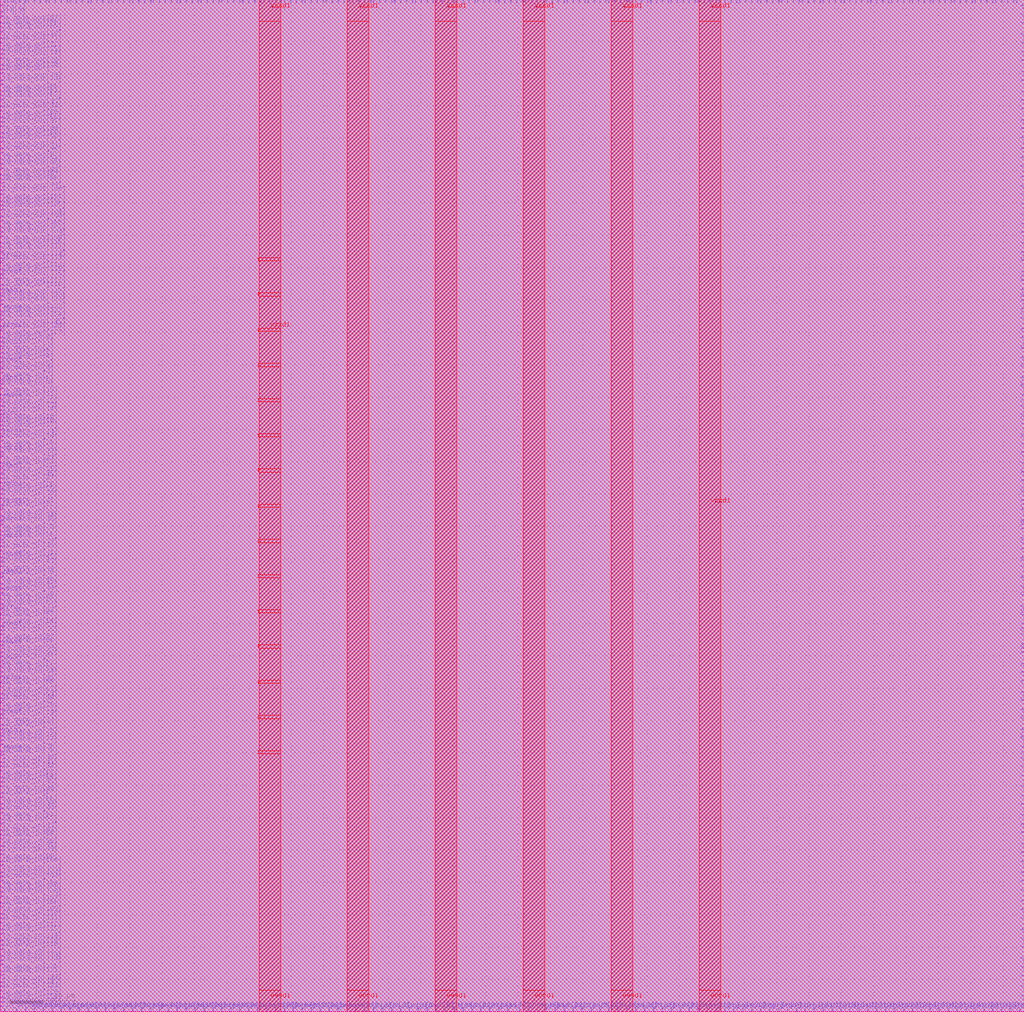
<source format=lef>
##
## LEF for PtnCells ;
## created by Innovus v17.11-s080_1 on Mon Jun 21 17:46:16 2021
##

VERSION 5.8 ;

BUSBITCHARS "[]" ;
DIVIDERCHAR "/" ;

MACRO user_proj_example
  CLASS BLOCK ;
  SIZE 158.2400 BY 156.4000 ;
  FOREIGN user_proj_example 0.0000 0.0000 ;
  ORIGIN 0 0 ;
  SYMMETRY X Y R90 ;
  PIN wb_clk_i
    DIRECTION INPUT ;
    USE SIGNAL ;
    ANTENNAPARTIALMETALAREA 0.1491 LAYER met2  ;
    ANTENNAPARTIALMETALSIDEAREA 0.5845 LAYER met2  ;
    ANTENNAPARTIALCUTAREA 0.04 LAYER via2  ;
    ANTENNAPARTIALMETALAREA 17.212 LAYER met3  ;
    ANTENNAPARTIALMETALSIDEAREA 92.264 LAYER met3  ;
    ANTENNAPARTIALCUTAREA 0.04 LAYER via3  ;
    ANTENNAPARTIALMETALAREA 18.2358 LAYER met4  ;
    ANTENNAPARTIALMETALSIDEAREA 97.728 LAYER met4  ;
    ANTENNAMODEL OXIDE1 ;
    ANTENNAGATEAREA 0.492 LAYER met4  ;
    ANTENNAMAXAREACAR 39.542 LAYER met4  ;
    ANTENNAMAXSIDEAREACAR 206.868 LAYER met4  ;
    ANTENNAMAXCUTCAR 0.267073 LAYER via4  ;
    PORT
      LAYER met2 ;
        RECT 157.7550 155.4800 158.2400 155.6200 ;
    END
  END wb_clk_i
  PIN wb_rst_i
    DIRECTION INPUT ;
    USE SIGNAL ;
    ANTENNAPARTIALMETALAREA 9.737 LAYER met2  ;
    ANTENNAPARTIALMETALSIDEAREA 48.524 LAYER met2  ;
    ANTENNAPARTIALCUTAREA 0.04 LAYER via2  ;
    ANTENNAPARTIALMETALAREA 15.3058 LAYER met3  ;
    ANTENNAPARTIALMETALSIDEAREA 82.568 LAYER met3  ;
    ANTENNAPARTIALCUTAREA 0.04 LAYER via3  ;
    ANTENNAPARTIALMETALAREA 0.4848 LAYER met4  ;
    ANTENNAPARTIALMETALSIDEAREA 3.056 LAYER met4  ;
    ANTENNAMODEL OXIDE1 ;
    ANTENNAGATEAREA 0.159 LAYER met4  ;
    ANTENNAMAXAREACAR 8.19811 LAYER met4  ;
    ANTENNAMAXSIDEAREACAR 41.1824 LAYER met4  ;
    ANTENNAMAXCUTCAR 0.826415 LAYER via4  ;
    PORT
      LAYER met2 ;
        RECT 157.7550 154.1200 158.2400 154.2600 ;
    END
  END wb_rst_i
  PIN wbs_stb_i
    DIRECTION INPUT ;
    USE SIGNAL ;
    ANTENNAPARTIALMETALAREA 0.1028 LAYER met2  ;
    ANTENNAPARTIALMETALSIDEAREA 0.406 LAYER met2  ;
    ANTENNAMODEL OXIDE1 ;
    ANTENNAGATEAREA 0.126 LAYER met2  ;
    ANTENNAMAXAREACAR 52.1151 LAYER met2  ;
    ANTENNAMAXSIDEAREACAR 244.837 LAYER met2  ;
    ANTENNAMAXCUTCAR 0.407937 LAYER via2  ;
    PORT
      LAYER met2 ;
        RECT 157.7550 152.7600 158.2400 152.9000 ;
    END
  END wbs_stb_i
  PIN wbs_cyc_i
    DIRECTION INPUT ;
    USE SIGNAL ;
    ANTENNAPARTIALMETALAREA 0.2365 LAYER met2  ;
    ANTENNAPARTIALMETALSIDEAREA 1.0745 LAYER met2  ;
    ANTENNAMODEL OXIDE1 ;
    ANTENNAGATEAREA 0.126 LAYER met2  ;
    ANTENNAMAXAREACAR 51.3857 LAYER met2  ;
    ANTENNAMAXSIDEAREACAR 252.81 LAYER met2  ;
    ANTENNAMAXCUTCAR 0.407937 LAYER via2  ;
    PORT
      LAYER met2 ;
        RECT 157.7550 151.0600 158.2400 151.2000 ;
    END
  END wbs_cyc_i
  PIN wbs_we_i
    DIRECTION INPUT ;
    USE SIGNAL ;
    ANTENNAPARTIALMETALAREA 1.7384 LAYER met2  ;
    ANTENNAPARTIALMETALSIDEAREA 8.358 LAYER met2  ;
    ANTENNAMODEL OXIDE1 ;
    ANTENNAGATEAREA 0.504 LAYER met2  ;
    ANTENNAMAXAREACAR 73.8377 LAYER met2  ;
    ANTENNAMAXSIDEAREACAR 358.317 LAYER met2  ;
    ANTENNAMAXCUTCAR 0.586508 LAYER via2  ;
    PORT
      LAYER met2 ;
        RECT 157.7550 149.7000 158.2400 149.8400 ;
    END
  END wbs_we_i
  PIN wbs_sel_i[3]
    DIRECTION INPUT ;
    USE SIGNAL ;
    ANTENNAPARTIALMETALAREA 5.5941 LAYER met2  ;
    ANTENNAPARTIALMETALSIDEAREA 27.7445 LAYER met2  ;
    ANTENNAMODEL OXIDE1 ;
    ANTENNAGATEAREA 0.126 LAYER met2  ;
    ANTENNAMAXAREACAR 65.723 LAYER met2  ;
    ANTENNAMAXSIDEAREACAR 323.77 LAYER met2  ;
    ANTENNAMAXCUTCAR 0.407937 LAYER via2  ;
    PORT
      LAYER met2 ;
        RECT 157.7550 148.3400 158.2400 148.4800 ;
    END
  END wbs_sel_i[3]
  PIN wbs_sel_i[2]
    DIRECTION INPUT ;
    USE SIGNAL ;
    ANTENNAPARTIALMETALAREA 4.8353 LAYER met2  ;
    ANTENNAPARTIALMETALSIDEAREA 23.9505 LAYER met2  ;
    ANTENNAMODEL OXIDE1 ;
    ANTENNAGATEAREA 0.126 LAYER met2  ;
    ANTENNAMAXAREACAR 40.0159 LAYER met2  ;
    ANTENNAMAXSIDEAREACAR 195.77 LAYER met2  ;
    ANTENNAMAXCUTCAR 0.407937 LAYER via2  ;
    PORT
      LAYER met2 ;
        RECT 157.7550 146.9800 158.2400 147.1200 ;
    END
  END wbs_sel_i[2]
  PIN wbs_sel_i[1]
    DIRECTION INPUT ;
    USE SIGNAL ;
    ANTENNAPARTIALMETALAREA 5.459 LAYER met2  ;
    ANTENNAPARTIALMETALSIDEAREA 27.069 LAYER met2  ;
    ANTENNAMODEL OXIDE1 ;
    ANTENNAGATEAREA 0.126 LAYER met2  ;
    ANTENNAMAXAREACAR 66.5952 LAYER met2  ;
    ANTENNAMAXSIDEAREACAR 328.131 LAYER met2  ;
    ANTENNAMAXCUTCAR 0.407937 LAYER via2  ;
    PORT
      LAYER met2 ;
        RECT 157.7550 145.2800 158.2400 145.4200 ;
    END
  END wbs_sel_i[1]
  PIN wbs_sel_i[0]
    DIRECTION INPUT ;
    USE SIGNAL ;
    ANTENNAPARTIALMETALAREA 0.0937 LAYER met2  ;
    ANTENNAPARTIALMETALSIDEAREA 0.3605 LAYER met2  ;
    ANTENNAMODEL OXIDE1 ;
    ANTENNAGATEAREA 0.126 LAYER met2  ;
    ANTENNAMAXAREACAR 55.8056 LAYER met2  ;
    ANTENNAMAXSIDEAREACAR 274.825 LAYER met2  ;
    ANTENNAMAXCUTCAR 0.407937 LAYER via2  ;
    PORT
      LAYER met2 ;
        RECT 157.7550 143.9200 158.2400 144.0600 ;
    END
  END wbs_sel_i[0]
  PIN wbs_dat_i[31]
    DIRECTION INPUT ;
    USE SIGNAL ;
    ANTENNAPARTIALMETALAREA 9.4112 LAYER met2  ;
    ANTENNAPARTIALMETALSIDEAREA 46.83 LAYER met2  ;
    ANTENNAMODEL OXIDE1 ;
    ANTENNAGATEAREA 0.2475 LAYER met2  ;
    ANTENNAMAXAREACAR 50.797 LAYER met2  ;
    ANTENNAMAXSIDEAREACAR 250.81 LAYER met2  ;
    ANTENNAMAXCUTCAR 0.207677 LAYER via2  ;
    PORT
      LAYER met2 ;
        RECT 157.7550 142.2200 158.2400 142.3600 ;
    END
  END wbs_dat_i[31]
  PIN wbs_dat_i[30]
    DIRECTION INPUT ;
    USE SIGNAL ;
    ANTENNAPARTIALMETALAREA 0.198 LAYER met2  ;
    ANTENNAPARTIALMETALSIDEAREA 0.882 LAYER met2  ;
    ANTENNAMODEL OXIDE1 ;
    ANTENNAGATEAREA 0.2475 LAYER met2  ;
    ANTENNAMAXAREACAR 26.1764 LAYER met2  ;
    ANTENNAMAXSIDEAREACAR 128.034 LAYER met2  ;
    ANTENNAMAXCUTCAR 0.207677 LAYER via2  ;
    PORT
      LAYER met2 ;
        RECT 157.7550 140.8600 158.2400 141.0000 ;
    END
  END wbs_dat_i[30]
  PIN wbs_dat_i[29]
    DIRECTION INPUT ;
    USE SIGNAL ;
    ANTENNAPARTIALMETALAREA 0.2456 LAYER met2  ;
    ANTENNAPARTIALMETALSIDEAREA 1.12 LAYER met2  ;
    ANTENNAMODEL OXIDE1 ;
    ANTENNAGATEAREA 0.2475 LAYER met2  ;
    ANTENNAMAXAREACAR 25.7238 LAYER met2  ;
    ANTENNAMAXSIDEAREACAR 125.772 LAYER met2  ;
    ANTENNAMAXCUTCAR 0.207677 LAYER via2  ;
    PORT
      LAYER met2 ;
        RECT 157.7550 139.5000 158.2400 139.6400 ;
    END
  END wbs_dat_i[29]
  PIN wbs_dat_i[28]
    DIRECTION INPUT ;
    USE SIGNAL ;
    ANTENNAPARTIALMETALAREA 5.6032 LAYER met2  ;
    ANTENNAPARTIALMETALSIDEAREA 27.79 LAYER met2  ;
    ANTENNAMODEL OXIDE1 ;
    ANTENNAGATEAREA 0.2475 LAYER met2  ;
    ANTENNAMAXAREACAR 45.7683 LAYER met2  ;
    ANTENNAMAXSIDEAREACAR 225.667 LAYER met2  ;
    ANTENNAMAXCUTCAR 0.207677 LAYER via2  ;
    PORT
      LAYER met2 ;
        RECT 157.7550 137.8000 158.2400 137.9400 ;
    END
  END wbs_dat_i[28]
  PIN wbs_dat_i[27]
    DIRECTION INPUT ;
    USE SIGNAL ;
    ANTENNAPARTIALMETALAREA 7.7408 LAYER met2  ;
    ANTENNAPARTIALMETALSIDEAREA 38.36 LAYER met2  ;
    ANTENNAMODEL OXIDE1 ;
    ANTENNAGATEAREA 0.2475 LAYER met2  ;
    ANTENNAMAXAREACAR 32.2729 LAYER met2  ;
    ANTENNAMAXSIDEAREACAR 157.986 LAYER met2  ;
    ANTENNAMAXCUTCAR 0.207677 LAYER via2  ;
    PORT
      LAYER met2 ;
        RECT 157.7550 136.4400 158.2400 136.5800 ;
    END
  END wbs_dat_i[27]
  PIN wbs_dat_i[26]
    DIRECTION INPUT ;
    USE SIGNAL ;
    ANTENNAPARTIALMETALAREA 0.1938 LAYER met2  ;
    ANTENNAPARTIALMETALSIDEAREA 0.861 LAYER met2  ;
    ANTENNAMODEL OXIDE1 ;
    ANTENNAGATEAREA 0.2475 LAYER met2  ;
    ANTENNAMAXAREACAR 25.2543 LAYER met2  ;
    ANTENNAMAXSIDEAREACAR 123.424 LAYER met2  ;
    ANTENNAMAXCUTCAR 0.207677 LAYER via2  ;
    PORT
      LAYER met2 ;
        RECT 157.7550 135.0800 158.2400 135.2200 ;
    END
  END wbs_dat_i[26]
  PIN wbs_dat_i[25]
    DIRECTION INPUT ;
    USE SIGNAL ;
    ANTENNAPARTIALMETALAREA 6.1532 LAYER met2  ;
    ANTENNAPARTIALMETALSIDEAREA 30.422 LAYER met2  ;
    ANTENNAMODEL OXIDE1 ;
    ANTENNAGATEAREA 0.2475 LAYER met2  ;
    ANTENNAMAXAREACAR 26.2693 LAYER met2  ;
    ANTENNAMAXSIDEAREACAR 127.695 LAYER met2  ;
    ANTENNAMAXCUTCAR 0.207677 LAYER via2  ;
    PORT
      LAYER met2 ;
        RECT 157.7550 133.3800 158.2400 133.5200 ;
    END
  END wbs_dat_i[25]
  PIN wbs_dat_i[24]
    DIRECTION INPUT ;
    USE SIGNAL ;
    ANTENNAPARTIALMETALAREA 0.1462 LAYER met2  ;
    ANTENNAPARTIALMETALSIDEAREA 0.623 LAYER met2  ;
    ANTENNAMODEL OXIDE1 ;
    ANTENNAGATEAREA 0.2475 LAYER met2  ;
    ANTENNAMAXAREACAR 25.7747 LAYER met2  ;
    ANTENNAMAXSIDEAREACAR 126.026 LAYER met2  ;
    ANTENNAMAXCUTCAR 0.207677 LAYER via2  ;
    PORT
      LAYER met2 ;
        RECT 157.7550 132.0200 158.2400 132.1600 ;
    END
  END wbs_dat_i[24]
  PIN wbs_dat_i[23]
    DIRECTION INPUT ;
    USE SIGNAL ;
    ANTENNAPARTIALMETALAREA 4.6162 LAYER met2  ;
    ANTENNAPARTIALMETALSIDEAREA 22.855 LAYER met2  ;
    ANTENNAMODEL OXIDE1 ;
    ANTENNAGATEAREA 0.2475 LAYER met2  ;
    ANTENNAMAXAREACAR 19.9129 LAYER met2  ;
    ANTENNAMAXSIDEAREACAR 95.4808 LAYER met2  ;
    ANTENNAMAXCUTCAR 0.207677 LAYER via2  ;
    PORT
      LAYER met2 ;
        RECT 157.7550 130.6600 158.2400 130.8000 ;
    END
  END wbs_dat_i[23]
  PIN wbs_dat_i[22]
    DIRECTION INPUT ;
    USE SIGNAL ;
    ANTENNAPARTIALMETALAREA 0.1939 LAYER met2  ;
    ANTENNAPARTIALMETALSIDEAREA 0.8085 LAYER met2  ;
    ANTENNAPARTIALCUTAREA 0.04 LAYER via2  ;
    ANTENNAPARTIALMETALAREA 0.469 LAYER met3  ;
    ANTENNAPARTIALMETALSIDEAREA 2.968 LAYER met3  ;
    ANTENNAPARTIALCUTAREA 0.04 LAYER via3  ;
    ANTENNAPARTIALMETALAREA 7.2558 LAYER met4  ;
    ANTENNAPARTIALMETALSIDEAREA 39.168 LAYER met4  ;
    ANTENNAMODEL OXIDE1 ;
    ANTENNAGATEAREA 0.2475 LAYER met4  ;
    ANTENNAMAXAREACAR 95.7412 LAYER met4  ;
    ANTENNAMAXSIDEAREACAR 509.83 LAYER met4  ;
    ANTENNAMAXCUTCAR 0.530909 LAYER via4  ;
    PORT
      LAYER met2 ;
        RECT 157.7550 128.9600 158.2400 129.1000 ;
    END
  END wbs_dat_i[22]
  PIN wbs_dat_i[21]
    DIRECTION INPUT ;
    USE SIGNAL ;
    ANTENNAPARTIALMETALAREA 0.198 LAYER met2  ;
    ANTENNAPARTIALMETALSIDEAREA 0.882 LAYER met2  ;
    ANTENNAMODEL OXIDE1 ;
    ANTENNAGATEAREA 0.2475 LAYER met2  ;
    ANTENNAMAXAREACAR 35.9339 LAYER met2  ;
    ANTENNAMAXSIDEAREACAR 176.822 LAYER met2  ;
    ANTENNAMAXCUTCAR 0.207677 LAYER via2  ;
    PORT
      LAYER met2 ;
        RECT 157.7550 127.6000 158.2400 127.7400 ;
    END
  END wbs_dat_i[21]
  PIN wbs_dat_i[20]
    DIRECTION INPUT ;
    USE SIGNAL ;
    ANTENNAPARTIALMETALAREA 3.0265 LAYER met2  ;
    ANTENNAPARTIALMETALSIDEAREA 14.9065 LAYER met2  ;
    ANTENNAMODEL OXIDE1 ;
    ANTENNAGATEAREA 0.2475 LAYER met2  ;
    ANTENNAMAXAREACAR 13.2253 LAYER met2  ;
    ANTENNAMAXSIDEAREACAR 63.2242 LAYER met2  ;
    ANTENNAMAXCUTCAR 0.207677 LAYER via2  ;
    PORT
      LAYER met2 ;
        RECT 157.7550 126.2400 158.2400 126.3800 ;
    END
  END wbs_dat_i[20]
  PIN wbs_dat_i[19]
    DIRECTION INPUT ;
    USE SIGNAL ;
    ANTENNAPARTIALMETALAREA 0.3177 LAYER met2  ;
    ANTENNAPARTIALMETALSIDEAREA 1.4175 LAYER met2  ;
    ANTENNAPARTIALCUTAREA 0.04 LAYER via2  ;
    ANTENNAPARTIALMETALAREA 0.469 LAYER met3  ;
    ANTENNAPARTIALMETALSIDEAREA 2.968 LAYER met3  ;
    ANTENNAPARTIALCUTAREA 0.04 LAYER via3  ;
    ANTENNAPARTIALMETALAREA 7.4868 LAYER met4  ;
    ANTENNAPARTIALMETALSIDEAREA 40.4 LAYER met4  ;
    ANTENNAMODEL OXIDE1 ;
    ANTENNAGATEAREA 0.2475 LAYER met4  ;
    ANTENNAMAXAREACAR 35.9061 LAYER met4  ;
    ANTENNAMAXSIDEAREACAR 192.6 LAYER met4  ;
    ANTENNAMAXCUTCAR 0.530909 LAYER via4  ;
    PORT
      LAYER met2 ;
        RECT 157.7550 124.8800 158.2400 125.0200 ;
    END
  END wbs_dat_i[19]
  PIN wbs_dat_i[18]
    DIRECTION INPUT ;
    USE SIGNAL ;
    ANTENNAPARTIALMETALAREA 0.2387 LAYER met2  ;
    ANTENNAPARTIALMETALSIDEAREA 1.0325 LAYER met2  ;
    ANTENNAPARTIALCUTAREA 0.04 LAYER via2  ;
    ANTENNAPARTIALMETALAREA 21.352 LAYER met3  ;
    ANTENNAPARTIALMETALSIDEAREA 114.344 LAYER met3  ;
    ANTENNAPARTIALCUTAREA 0.04 LAYER via3  ;
    ANTENNAPARTIALMETALAREA 8.5848 LAYER met4  ;
    ANTENNAPARTIALMETALSIDEAREA 46.256 LAYER met4  ;
    ANTENNAMODEL OXIDE1 ;
    ANTENNAGATEAREA 0.2475 LAYER met4  ;
    ANTENNAMAXAREACAR 38.0139 LAYER met4  ;
    ANTENNAMAXSIDEAREACAR 203.006 LAYER met4  ;
    ANTENNAMAXCUTCAR 0.530909 LAYER via4  ;
    PORT
      LAYER met2 ;
        RECT 157.7550 123.1800 158.2400 123.3200 ;
    END
  END wbs_dat_i[18]
  PIN wbs_dat_i[17]
    DIRECTION INPUT ;
    USE SIGNAL ;
    ANTENNAPARTIALMETALAREA 3.1882 LAYER met2  ;
    ANTENNAPARTIALMETALSIDEAREA 15.715 LAYER met2  ;
    ANTENNAMODEL OXIDE1 ;
    ANTENNAGATEAREA 0.2475 LAYER met2  ;
    ANTENNAMAXAREACAR 16.7558 LAYER met2  ;
    ANTENNAMAXSIDEAREACAR 80.604 LAYER met2  ;
    ANTENNAMAXCUTCAR 0.207677 LAYER via2  ;
    PORT
      LAYER met2 ;
        RECT 157.7550 121.8200 158.2400 121.9600 ;
    END
  END wbs_dat_i[17]
  PIN wbs_dat_i[16]
    DIRECTION INPUT ;
    USE SIGNAL ;
    ANTENNAPARTIALMETALAREA 0.1925 LAYER met2  ;
    ANTENNAPARTIALMETALSIDEAREA 0.8015 LAYER met2  ;
    ANTENNAPARTIALCUTAREA 0.04 LAYER via2  ;
    ANTENNAPARTIALMETALAREA 16.75 LAYER met3  ;
    ANTENNAPARTIALMETALSIDEAREA 89.8 LAYER met3  ;
    ANTENNAPARTIALCUTAREA 0.04 LAYER via3  ;
    ANTENNAPARTIALMETALAREA 7.4868 LAYER met4  ;
    ANTENNAPARTIALMETALSIDEAREA 40.4 LAYER met4  ;
    ANTENNAMODEL OXIDE1 ;
    ANTENNAGATEAREA 0.2475 LAYER met4  ;
    ANTENNAMAXAREACAR 44.0313 LAYER met4  ;
    ANTENNAMAXSIDEAREACAR 233.802 LAYER met4  ;
    ANTENNAMAXCUTCAR 0.530909 LAYER via4  ;
    PORT
      LAYER met2 ;
        RECT 157.7550 120.4600 158.2400 120.6000 ;
    END
  END wbs_dat_i[16]
  PIN wbs_dat_i[15]
    DIRECTION INPUT ;
    USE SIGNAL ;
    ANTENNAPARTIALMETALAREA 2.1676 LAYER met2  ;
    ANTENNAPARTIALMETALSIDEAREA 10.612 LAYER met2  ;
    ANTENNAMODEL OXIDE1 ;
    ANTENNAGATEAREA 0.2475 LAYER met2  ;
    ANTENNAMAXAREACAR 12.4907 LAYER met2  ;
    ANTENNAMAXSIDEAREACAR 59.2788 LAYER met2  ;
    ANTENNAMAXCUTCAR 0.207677 LAYER via2  ;
    PORT
      LAYER met2 ;
        RECT 157.7550 118.7600 158.2400 118.9000 ;
    END
  END wbs_dat_i[15]
  PIN wbs_dat_i[14]
    DIRECTION INPUT ;
    USE SIGNAL ;
    ANTENNAPARTIALMETALAREA 0.1981 LAYER met2  ;
    ANTENNAPARTIALMETALSIDEAREA 0.8295 LAYER met2  ;
    ANTENNAPARTIALCUTAREA 0.04 LAYER via2  ;
    ANTENNAPARTIALMETALAREA 22.426 LAYER met3  ;
    ANTENNAPARTIALMETALSIDEAREA 120.072 LAYER met3  ;
    ANTENNAPARTIALCUTAREA 0.04 LAYER via3  ;
    ANTENNAPARTIALMETALAREA 4.9008 LAYER met4  ;
    ANTENNAPARTIALMETALSIDEAREA 26.608 LAYER met4  ;
    ANTENNAMODEL OXIDE1 ;
    ANTENNAGATEAREA 0.2475 LAYER met4  ;
    ANTENNAMAXAREACAR 29.5238 LAYER met4  ;
    ANTENNAMAXSIDEAREACAR 156.335 LAYER met4  ;
    ANTENNAMAXCUTCAR 0.530909 LAYER via4  ;
    PORT
      LAYER met2 ;
        RECT 157.7550 117.4000 158.2400 117.5400 ;
    END
  END wbs_dat_i[14]
  PIN wbs_dat_i[13]
    DIRECTION INPUT ;
    USE SIGNAL ;
    ANTENNAPARTIALMETALAREA 1.4145 LAYER met2  ;
    ANTENNAPARTIALMETALSIDEAREA 6.7935 LAYER met2  ;
    ANTENNAPARTIALCUTAREA 0.04 LAYER via2  ;
    ANTENNAPARTIALMETALAREA 17.7348 LAYER met3  ;
    ANTENNAPARTIALMETALSIDEAREA 95.056 LAYER met3  ;
    ANTENNAMODEL OXIDE1 ;
    ANTENNAGATEAREA 0.2475 LAYER met3  ;
    ANTENNAMAXAREACAR 76.9889 LAYER met3  ;
    ANTENNAMAXSIDEAREACAR 407.778 LAYER met3  ;
    ANTENNAMAXCUTCAR 0.369293 LAYER via3  ;
    PORT
      LAYER met2 ;
        RECT 157.7550 116.0400 158.2400 116.1800 ;
    END
  END wbs_dat_i[13]
  PIN wbs_dat_i[12]
    DIRECTION INPUT ;
    USE SIGNAL ;
    ANTENNAPARTIALMETALAREA 0.1967 LAYER met2  ;
    ANTENNAPARTIALMETALSIDEAREA 0.8225 LAYER met2  ;
    ANTENNAPARTIALCUTAREA 0.04 LAYER via2  ;
    ANTENNAPARTIALMETALAREA 29.3608 LAYER met3  ;
    ANTENNAPARTIALMETALSIDEAREA 157.528 LAYER met3  ;
    ANTENNAPARTIALCUTAREA 0.04 LAYER via3  ;
    ANTENNAPARTIALMETALAREA 0.4848 LAYER met4  ;
    ANTENNAPARTIALMETALSIDEAREA 3.056 LAYER met4  ;
    ANTENNAMODEL OXIDE1 ;
    ANTENNAGATEAREA 0.2475 LAYER met4  ;
    ANTENNAMAXAREACAR 5.55576 LAYER met4  ;
    ANTENNAMAXSIDEAREACAR 30.0768 LAYER met4  ;
    ANTENNAMAXCUTCAR 0.530909 LAYER via4  ;
    PORT
      LAYER met2 ;
        RECT 157.7550 114.3400 158.2400 114.4800 ;
    END
  END wbs_dat_i[12]
  PIN wbs_dat_i[11]
    DIRECTION INPUT ;
    USE SIGNAL ;
    ANTENNAPARTIALMETALAREA 2.3909 LAYER met2  ;
    ANTENNAPARTIALMETALSIDEAREA 11.7285 LAYER met2  ;
    ANTENNAMODEL OXIDE1 ;
    ANTENNAGATEAREA 0.2475 LAYER met2  ;
    ANTENNAMAXAREACAR 12.1598 LAYER met2  ;
    ANTENNAMAXSIDEAREACAR 57.6242 LAYER met2  ;
    ANTENNAMAXCUTCAR 0.207677 LAYER via2  ;
    PORT
      LAYER met2 ;
        RECT 157.7550 112.9800 158.2400 113.1200 ;
    END
  END wbs_dat_i[11]
  PIN wbs_dat_i[10]
    DIRECTION INPUT ;
    USE SIGNAL ;
    ANTENNAPARTIALMETALAREA 1.4663 LAYER met2  ;
    ANTENNAPARTIALMETALSIDEAREA 7.0525 LAYER met2  ;
    ANTENNAPARTIALCUTAREA 0.04 LAYER via2  ;
    ANTENNAPARTIALMETALAREA 12.6768 LAYER met3  ;
    ANTENNAPARTIALMETALSIDEAREA 68.08 LAYER met3  ;
    ANTENNAMODEL OXIDE1 ;
    ANTENNAGATEAREA 0.2475 LAYER met3  ;
    ANTENNAMAXAREACAR 77.1085 LAYER met3  ;
    ANTENNAMAXSIDEAREACAR 401.564 LAYER met3  ;
    ANTENNAMAXCUTCAR 0.369293 LAYER via3  ;
    PORT
      LAYER met2 ;
        RECT 157.7550 111.6200 158.2400 111.7600 ;
    END
  END wbs_dat_i[10]
  PIN wbs_dat_i[9]
    DIRECTION INPUT ;
    USE SIGNAL ;
    ANTENNAPARTIALMETALAREA 2.6479 LAYER met2  ;
    ANTENNAPARTIALMETALSIDEAREA 12.9605 LAYER met2  ;
    ANTENNAPARTIALCUTAREA 0.04 LAYER via2  ;
    ANTENNAPARTIALMETALAREA 20.203 LAYER met3  ;
    ANTENNAPARTIALMETALSIDEAREA 108.216 LAYER met3  ;
    ANTENNAPARTIALCUTAREA 0.04 LAYER via3  ;
    ANTENNAPARTIALMETALAREA 5.4258 LAYER met4  ;
    ANTENNAPARTIALMETALSIDEAREA 29.408 LAYER met4  ;
    ANTENNAMODEL OXIDE1 ;
    ANTENNAGATEAREA 0.2475 LAYER met4  ;
    ANTENNAMAXAREACAR 33.7388 LAYER met4  ;
    ANTENNAMAXSIDEAREACAR 177.103 LAYER met4  ;
    ANTENNAMAXCUTCAR 0.530909 LAYER via4  ;
    PORT
      LAYER met2 ;
        RECT 157.7550 109.9200 158.2400 110.0600 ;
    END
  END wbs_dat_i[9]
  PIN wbs_dat_i[8]
    DIRECTION INPUT ;
    USE SIGNAL ;
    ANTENNAPARTIALMETALAREA 0.1505 LAYER met2  ;
    ANTENNAPARTIALMETALSIDEAREA 0.5915 LAYER met2  ;
    ANTENNAPARTIALCUTAREA 0.04 LAYER via2  ;
    ANTENNAPARTIALMETALAREA 27.7198 LAYER met3  ;
    ANTENNAPARTIALMETALSIDEAREA 148.776 LAYER met3  ;
    ANTENNAPARTIALCUTAREA 0.04 LAYER via3  ;
    ANTENNAPARTIALMETALAREA 0.8508 LAYER met4  ;
    ANTENNAPARTIALMETALSIDEAREA 5.008 LAYER met4  ;
    ANTENNAMODEL OXIDE1 ;
    ANTENNAGATEAREA 0.2475 LAYER met4  ;
    ANTENNAMAXAREACAR 7.04141 LAYER met4  ;
    ANTENNAMAXSIDEAREACAR 38.1212 LAYER met4  ;
    ANTENNAMAXCUTCAR 0.530909 LAYER via4  ;
    PORT
      LAYER met2 ;
        RECT 157.7550 108.5600 158.2400 108.7000 ;
    END
  END wbs_dat_i[8]
  PIN wbs_dat_i[7]
    DIRECTION INPUT ;
    USE SIGNAL ;
    ANTENNAPARTIALMETALAREA 10.9373 LAYER met2  ;
    ANTENNAPARTIALMETALSIDEAREA 54.4075 LAYER met2  ;
    ANTENNAPARTIALCUTAREA 0.04 LAYER via2  ;
    ANTENNAPARTIALMETALAREA 20.887 LAYER met3  ;
    ANTENNAPARTIALMETALSIDEAREA 111.864 LAYER met3  ;
    ANTENNAPARTIALCUTAREA 0.04 LAYER via3  ;
    ANTENNAPARTIALMETALAREA 15.7458 LAYER met4  ;
    ANTENNAPARTIALMETALSIDEAREA 84.448 LAYER met4  ;
    ANTENNAMODEL OXIDE1 ;
    ANTENNAGATEAREA 0.2475 LAYER met4  ;
    ANTENNAMAXAREACAR 69.8184 LAYER met4  ;
    ANTENNAMAXSIDEAREACAR 372.594 LAYER met4  ;
    ANTENNAMAXCUTCAR 0.530909 LAYER via4  ;
    PORT
      LAYER met2 ;
        RECT 157.7550 107.2000 158.2400 107.3400 ;
    END
  END wbs_dat_i[7]
  PIN wbs_dat_i[6]
    DIRECTION INPUT ;
    USE SIGNAL ;
    ANTENNAPARTIALMETALAREA 0.1904 LAYER met2  ;
    ANTENNAPARTIALMETALSIDEAREA 0.791 LAYER met2  ;
    ANTENNAPARTIALCUTAREA 0.04 LAYER via2  ;
    ANTENNAPARTIALMETALAREA 29.7958 LAYER met3  ;
    ANTENNAPARTIALMETALSIDEAREA 159.848 LAYER met3  ;
    ANTENNAPARTIALCUTAREA 0.04 LAYER via3  ;
    ANTENNAPARTIALMETALAREA 8.1708 LAYER met4  ;
    ANTENNAPARTIALMETALSIDEAREA 44.048 LAYER met4  ;
    ANTENNAMODEL OXIDE1 ;
    ANTENNAGATEAREA 0.2475 LAYER met4  ;
    ANTENNAMAXAREACAR 40.361 LAYER met4  ;
    ANTENNAMAXSIDEAREACAR 214.646 LAYER met4  ;
    ANTENNAMAXCUTCAR 0.530909 LAYER via4  ;
    PORT
      LAYER met2 ;
        RECT 157.7550 105.5000 158.2400 105.6400 ;
    END
  END wbs_dat_i[6]
  PIN wbs_dat_i[5]
    DIRECTION INPUT ;
    USE SIGNAL ;
    ANTENNAPARTIALMETALAREA 4.4819 LAYER met2  ;
    ANTENNAPARTIALMETALSIDEAREA 22.1305 LAYER met2  ;
    ANTENNAPARTIALCUTAREA 0.04 LAYER via2  ;
    ANTENNAPARTIALMETALAREA 6.8778 LAYER met3  ;
    ANTENNAPARTIALMETALSIDEAREA 37.152 LAYER met3  ;
    ANTENNAMODEL OXIDE1 ;
    ANTENNAGATEAREA 0.2475 LAYER met3  ;
    ANTENNAMAXAREACAR 30.7202 LAYER met3  ;
    ANTENNAMAXSIDEAREACAR 162.085 LAYER met3  ;
    ANTENNAMAXCUTCAR 0.369293 LAYER via3  ;
    PORT
      LAYER met2 ;
        RECT 157.7550 104.1400 158.2400 104.2800 ;
    END
  END wbs_dat_i[5]
  PIN wbs_dat_i[4]
    DIRECTION INPUT ;
    USE SIGNAL ;
    ANTENNAPARTIALMETALAREA 9.3273 LAYER met2  ;
    ANTENNAPARTIALMETALSIDEAREA 46.3575 LAYER met2  ;
    ANTENNAPARTIALCUTAREA 0.04 LAYER via2  ;
    ANTENNAPARTIALMETALAREA 28.252 LAYER met3  ;
    ANTENNAPARTIALMETALSIDEAREA 151.144 LAYER met3  ;
    ANTENNAPARTIALCUTAREA 0.04 LAYER via3  ;
    ANTENNAPARTIALMETALAREA 12.2928 LAYER met4  ;
    ANTENNAPARTIALMETALSIDEAREA 66.032 LAYER met4  ;
    ANTENNAMODEL OXIDE1 ;
    ANTENNAGATEAREA 0.2475 LAYER met4  ;
    ANTENNAMAXAREACAR 53.3578 LAYER met4  ;
    ANTENNAMAXSIDEAREACAR 284.719 LAYER met4  ;
    ANTENNAMAXCUTCAR 0.530909 LAYER via4  ;
    PORT
      LAYER met2 ;
        RECT 157.7550 102.4400 158.2400 102.5800 ;
    END
  END wbs_dat_i[4]
  PIN wbs_dat_i[3]
    DIRECTION INPUT ;
    USE SIGNAL ;
    ANTENNAPARTIALMETALAREA 0.4869 LAYER met2  ;
    ANTENNAPARTIALMETALSIDEAREA 2.1455 LAYER met2  ;
    ANTENNAPARTIALCUTAREA 0.04 LAYER via2  ;
    ANTENNAPARTIALMETALAREA 0.3948 LAYER met3  ;
    ANTENNAPARTIALMETALSIDEAREA 2.576 LAYER met3  ;
    ANTENNAMODEL OXIDE1 ;
    ANTENNAGATEAREA 0.2475 LAYER met3  ;
    ANTENNAMAXAREACAR 3.07576 LAYER met3  ;
    ANTENNAMAXSIDEAREACAR 15.5677 LAYER met3  ;
    ANTENNAMAXCUTCAR 0.369293 LAYER via3  ;
    PORT
      LAYER met2 ;
        RECT 157.7550 101.0800 158.2400 101.2200 ;
    END
  END wbs_dat_i[3]
  PIN wbs_dat_i[2]
    DIRECTION INPUT ;
    USE SIGNAL ;
    ANTENNAPARTIALMETALAREA 7.2357 LAYER met2  ;
    ANTENNAPARTIALMETALSIDEAREA 35.8995 LAYER met2  ;
    ANTENNAPARTIALCUTAREA 0.04 LAYER via2  ;
    ANTENNAPARTIALMETALAREA 28.069 LAYER met3  ;
    ANTENNAPARTIALMETALSIDEAREA 150.168 LAYER met3  ;
    ANTENNAPARTIALCUTAREA 0.04 LAYER via3  ;
    ANTENNAPARTIALMETALAREA 15.7938 LAYER met4  ;
    ANTENNAPARTIALMETALSIDEAREA 84.704 LAYER met4  ;
    ANTENNAMODEL OXIDE1 ;
    ANTENNAGATEAREA 0.2475 LAYER met4  ;
    ANTENNAMAXAREACAR 66.3242 LAYER met4  ;
    ANTENNAMAXSIDEAREACAR 354.703 LAYER met4  ;
    ANTENNAMAXCUTCAR 0.530909 LAYER via4  ;
    PORT
      LAYER met2 ;
        RECT 157.7550 99.7200 158.2400 99.8600 ;
    END
  END wbs_dat_i[2]
  PIN wbs_dat_i[1]
    DIRECTION INPUT ;
    USE SIGNAL ;
    ANTENNAPARTIALMETALAREA 0.1386 LAYER met2  ;
    ANTENNAPARTIALMETALSIDEAREA 0.532 LAYER met2  ;
    ANTENNAPARTIALCUTAREA 0.04 LAYER via2  ;
    ANTENNAPARTIALMETALAREA 0.676 LAYER met3  ;
    ANTENNAPARTIALMETALSIDEAREA 4.072 LAYER met3  ;
    ANTENNAPARTIALCUTAREA 0.04 LAYER via3  ;
    ANTENNAPARTIALMETALAREA 3.1048 LAYER met4  ;
    ANTENNAPARTIALMETALSIDEAREA 12.904 LAYER met4  ;
    ANTENNAPARTIALCUTAREA 0.64 LAYER via4  ;
    ANTENNADIFFAREA 0.4347 LAYER met5  ;
    ANTENNAPARTIALMETALAREA 137.248 LAYER met5  ;
    ANTENNAPARTIALMETALSIDEAREA 209.712 LAYER met5  ;
    ANTENNAMODEL OXIDE1 ;
    ANTENNAGATEAREA 0.6822 LAYER met5  ;
    ANTENNAMAXAREACAR 209.11 LAYER met5  ;
    ANTENNAMAXSIDEAREACAR 325.173 LAYER met5  ;
    PORT
      LAYER met2 ;
        RECT 157.7550 98.0200 158.2400 98.1600 ;
    END
  END wbs_dat_i[1]
  PIN wbs_dat_i[0]
    DIRECTION INPUT ;
    USE SIGNAL ;
    ANTENNAPARTIALMETALAREA 5.1917 LAYER met2  ;
    ANTENNAPARTIALMETALSIDEAREA 25.6795 LAYER met2  ;
    ANTENNAPARTIALCUTAREA 0.04 LAYER via2  ;
    ANTENNAPARTIALMETALAREA 20.755 LAYER met3  ;
    ANTENNAPARTIALMETALSIDEAREA 111.16 LAYER met3  ;
    ANTENNAPARTIALCUTAREA 0.04 LAYER via3  ;
    ANTENNAPARTIALMETALAREA 7.4388 LAYER met4  ;
    ANTENNAPARTIALMETALSIDEAREA 40.144 LAYER met4  ;
    ANTENNAMODEL OXIDE1 ;
    ANTENNAGATEAREA 0.2475 LAYER met4  ;
    ANTENNAMAXAREACAR 44.9735 LAYER met4  ;
    ANTENNAMAXSIDEAREACAR 239.758 LAYER met4  ;
    ANTENNAMAXCUTCAR 0.530909 LAYER via4  ;
    PORT
      LAYER met2 ;
        RECT 157.7550 96.6600 158.2400 96.8000 ;
    END
  END wbs_dat_i[0]
  PIN wbs_adr_i[31]
    DIRECTION INPUT ;
    USE SIGNAL ;
    PORT
      LAYER met2 ;
        RECT 157.7550 95.3000 158.2400 95.4400 ;
    END
  END wbs_adr_i[31]
  PIN wbs_adr_i[30]
    DIRECTION INPUT ;
    USE SIGNAL ;
    PORT
      LAYER met2 ;
        RECT 157.7550 93.6000 158.2400 93.7400 ;
    END
  END wbs_adr_i[30]
  PIN wbs_adr_i[29]
    DIRECTION INPUT ;
    USE SIGNAL ;
    PORT
      LAYER met2 ;
        RECT 157.7550 92.2400 158.2400 92.3800 ;
    END
  END wbs_adr_i[29]
  PIN wbs_adr_i[28]
    DIRECTION INPUT ;
    USE SIGNAL ;
    PORT
      LAYER met2 ;
        RECT 157.7550 90.8800 158.2400 91.0200 ;
    END
  END wbs_adr_i[28]
  PIN wbs_adr_i[27]
    DIRECTION INPUT ;
    USE SIGNAL ;
    PORT
      LAYER met2 ;
        RECT 157.7550 89.1800 158.2400 89.3200 ;
    END
  END wbs_adr_i[27]
  PIN wbs_adr_i[26]
    DIRECTION INPUT ;
    USE SIGNAL ;
    PORT
      LAYER met2 ;
        RECT 157.7550 87.8200 158.2400 87.9600 ;
    END
  END wbs_adr_i[26]
  PIN wbs_adr_i[25]
    DIRECTION INPUT ;
    USE SIGNAL ;
    PORT
      LAYER met2 ;
        RECT 157.7550 86.4600 158.2400 86.6000 ;
    END
  END wbs_adr_i[25]
  PIN wbs_adr_i[24]
    DIRECTION INPUT ;
    USE SIGNAL ;
    PORT
      LAYER met2 ;
        RECT 157.7550 84.7600 158.2400 84.9000 ;
    END
  END wbs_adr_i[24]
  PIN wbs_adr_i[23]
    DIRECTION INPUT ;
    USE SIGNAL ;
    PORT
      LAYER met2 ;
        RECT 157.7550 83.4000 158.2400 83.5400 ;
    END
  END wbs_adr_i[23]
  PIN wbs_adr_i[22]
    DIRECTION INPUT ;
    USE SIGNAL ;
    PORT
      LAYER met2 ;
        RECT 157.7550 82.0400 158.2400 82.1800 ;
    END
  END wbs_adr_i[22]
  PIN wbs_adr_i[21]
    DIRECTION INPUT ;
    USE SIGNAL ;
    PORT
      LAYER met2 ;
        RECT 157.7550 80.3400 158.2400 80.4800 ;
    END
  END wbs_adr_i[21]
  PIN wbs_adr_i[20]
    DIRECTION INPUT ;
    USE SIGNAL ;
    PORT
      LAYER met2 ;
        RECT 157.7550 78.9800 158.2400 79.1200 ;
    END
  END wbs_adr_i[20]
  PIN wbs_adr_i[19]
    DIRECTION INPUT ;
    USE SIGNAL ;
    PORT
      LAYER met2 ;
        RECT 157.7550 77.6200 158.2400 77.7600 ;
    END
  END wbs_adr_i[19]
  PIN wbs_adr_i[18]
    DIRECTION INPUT ;
    USE SIGNAL ;
    PORT
      LAYER met2 ;
        RECT 157.7550 75.9200 158.2400 76.0600 ;
    END
  END wbs_adr_i[18]
  PIN wbs_adr_i[17]
    DIRECTION INPUT ;
    USE SIGNAL ;
    PORT
      LAYER met2 ;
        RECT 157.7550 74.5600 158.2400 74.7000 ;
    END
  END wbs_adr_i[17]
  PIN wbs_adr_i[16]
    DIRECTION INPUT ;
    USE SIGNAL ;
    PORT
      LAYER met2 ;
        RECT 157.7550 73.2000 158.2400 73.3400 ;
    END
  END wbs_adr_i[16]
  PIN wbs_adr_i[15]
    DIRECTION INPUT ;
    USE SIGNAL ;
    PORT
      LAYER met2 ;
        RECT 157.7550 71.5000 158.2400 71.6400 ;
    END
  END wbs_adr_i[15]
  PIN wbs_adr_i[14]
    DIRECTION INPUT ;
    USE SIGNAL ;
    PORT
      LAYER met2 ;
        RECT 157.7550 70.1400 158.2400 70.2800 ;
    END
  END wbs_adr_i[14]
  PIN wbs_adr_i[13]
    DIRECTION INPUT ;
    USE SIGNAL ;
    PORT
      LAYER met2 ;
        RECT 157.7550 68.7800 158.2400 68.9200 ;
    END
  END wbs_adr_i[13]
  PIN wbs_adr_i[12]
    DIRECTION INPUT ;
    USE SIGNAL ;
    PORT
      LAYER met2 ;
        RECT 157.7550 67.0800 158.2400 67.2200 ;
    END
  END wbs_adr_i[12]
  PIN wbs_adr_i[11]
    DIRECTION INPUT ;
    USE SIGNAL ;
    PORT
      LAYER met2 ;
        RECT 157.7550 65.7200 158.2400 65.8600 ;
    END
  END wbs_adr_i[11]
  PIN wbs_adr_i[10]
    DIRECTION INPUT ;
    USE SIGNAL ;
    PORT
      LAYER met2 ;
        RECT 157.7550 64.3600 158.2400 64.5000 ;
    END
  END wbs_adr_i[10]
  PIN wbs_adr_i[9]
    DIRECTION INPUT ;
    USE SIGNAL ;
    PORT
      LAYER met2 ;
        RECT 157.7550 62.6600 158.2400 62.8000 ;
    END
  END wbs_adr_i[9]
  PIN wbs_adr_i[8]
    DIRECTION INPUT ;
    USE SIGNAL ;
    PORT
      LAYER met2 ;
        RECT 157.7550 61.3000 158.2400 61.4400 ;
    END
  END wbs_adr_i[8]
  PIN wbs_adr_i[7]
    DIRECTION INPUT ;
    USE SIGNAL ;
    PORT
      LAYER met2 ;
        RECT 157.7550 59.9400 158.2400 60.0800 ;
    END
  END wbs_adr_i[7]
  PIN wbs_adr_i[6]
    DIRECTION INPUT ;
    USE SIGNAL ;
    PORT
      LAYER met2 ;
        RECT 157.7550 58.2400 158.2400 58.3800 ;
    END
  END wbs_adr_i[6]
  PIN wbs_adr_i[5]
    DIRECTION INPUT ;
    USE SIGNAL ;
    PORT
      LAYER met2 ;
        RECT 157.7550 56.8800 158.2400 57.0200 ;
    END
  END wbs_adr_i[5]
  PIN wbs_adr_i[4]
    DIRECTION INPUT ;
    USE SIGNAL ;
    PORT
      LAYER met2 ;
        RECT 157.7550 55.5200 158.2400 55.6600 ;
    END
  END wbs_adr_i[4]
  PIN wbs_adr_i[3]
    DIRECTION INPUT ;
    USE SIGNAL ;
    PORT
      LAYER met2 ;
        RECT 157.7550 53.8200 158.2400 53.9600 ;
    END
  END wbs_adr_i[3]
  PIN wbs_adr_i[2]
    DIRECTION INPUT ;
    USE SIGNAL ;
    PORT
      LAYER met2 ;
        RECT 157.7550 52.4600 158.2400 52.6000 ;
    END
  END wbs_adr_i[2]
  PIN wbs_adr_i[1]
    DIRECTION INPUT ;
    USE SIGNAL ;
    PORT
      LAYER met2 ;
        RECT 157.7550 51.1000 158.2400 51.2400 ;
    END
  END wbs_adr_i[1]
  PIN wbs_adr_i[0]
    DIRECTION INPUT ;
    USE SIGNAL ;
    PORT
      LAYER met2 ;
        RECT 157.7550 49.4000 158.2400 49.5400 ;
    END
  END wbs_adr_i[0]
  PIN wbs_ack_o
    DIRECTION OUTPUT ;
    USE SIGNAL ;
    ANTENNADIFFAREA 0.429 LAYER met2  ;
    ANTENNAPARTIALMETALAREA 0.2365 LAYER met2  ;
    ANTENNAPARTIALMETALSIDEAREA 1.0745 LAYER met2  ;
    ANTENNAMODEL OXIDE1 ;
    ANTENNAGATEAREA 0.2475 LAYER met2  ;
    ANTENNAMAXAREACAR 45.2404 LAYER met2  ;
    ANTENNAMAXSIDEAREACAR 223.741 LAYER met2  ;
    ANTENNAMAXCUTCAR 0.207677 LAYER via2  ;
    PORT
      LAYER met2 ;
        RECT 157.7550 48.0400 158.2400 48.1800 ;
    END
  END wbs_ack_o
  PIN wbs_dat_o[31]
    DIRECTION OUTPUT ;
    USE SIGNAL ;
    ANTENNAPARTIALMETALAREA 0.1022 LAYER met2  ;
    ANTENNAPARTIALMETALSIDEAREA 0.2555 LAYER met2  ;
    ANTENNAPARTIALCUTAREA 0.04 LAYER via2  ;
    ANTENNADIFFAREA 0.429 LAYER met3  ;
    ANTENNAPARTIALMETALAREA 16.9326 LAYER met3  ;
    ANTENNAPARTIALMETALSIDEAREA 91.248 LAYER met3  ;
    PORT
      LAYER met2 ;
        RECT 157.7550 46.6800 158.2400 46.8200 ;
    END
  END wbs_dat_o[31]
  PIN wbs_dat_o[30]
    DIRECTION OUTPUT ;
    USE SIGNAL ;
    ANTENNAPARTIALMETALAREA 5.6243 LAYER met2  ;
    ANTENNAPARTIALMETALSIDEAREA 27.8425 LAYER met2  ;
    ANTENNAPARTIALCUTAREA 0.04 LAYER via2  ;
    ANTENNADIFFAREA 0.429 LAYER met3  ;
    ANTENNAPARTIALMETALAREA 7.9176 LAYER met3  ;
    ANTENNAPARTIALMETALSIDEAREA 43.168 LAYER met3  ;
    PORT
      LAYER met2 ;
        RECT 157.7550 45.3200 158.2400 45.4600 ;
    END
  END wbs_dat_o[30]
  PIN wbs_dat_o[29]
    DIRECTION OUTPUT ;
    USE SIGNAL ;
    ANTENNADIFFAREA 0.429 LAYER met2  ;
    ANTENNAPARTIALMETALAREA 0.2456 LAYER met2  ;
    ANTENNAPARTIALMETALSIDEAREA 1.12 LAYER met2  ;
    PORT
      LAYER met2 ;
        RECT 157.7550 43.6200 158.2400 43.7600 ;
    END
  END wbs_dat_o[29]
  PIN wbs_dat_o[28]
    DIRECTION OUTPUT ;
    USE SIGNAL ;
    ANTENNAPARTIALMETALAREA 0.1239 LAYER met2  ;
    ANTENNAPARTIALMETALSIDEAREA 0.4585 LAYER met2  ;
    ANTENNAPARTIALCUTAREA 0.04 LAYER via2  ;
    ANTENNAPARTIALMETALAREA 10.819 LAYER met3  ;
    ANTENNAPARTIALMETALSIDEAREA 58.168 LAYER met3  ;
    ANTENNAPARTIALCUTAREA 0.04 LAYER via3  ;
    ANTENNADIFFAREA 0.429 LAYER met4  ;
    ANTENNAPARTIALMETALAREA 14.4408 LAYER met4  ;
    ANTENNAPARTIALMETALSIDEAREA 77.488 LAYER met4  ;
    PORT
      LAYER met2 ;
        RECT 157.7550 42.2600 158.2400 42.4000 ;
    END
  END wbs_dat_o[28]
  PIN wbs_dat_o[27]
    DIRECTION OUTPUT ;
    USE SIGNAL ;
    ANTENNADIFFAREA 0.429 LAYER met2  ;
    ANTENNAPARTIALMETALAREA 5.6368 LAYER met2  ;
    ANTENNAPARTIALMETALSIDEAREA 27.958 LAYER met2  ;
    PORT
      LAYER met2 ;
        RECT 157.7550 40.9000 158.2400 41.0400 ;
    END
  END wbs_dat_o[27]
  PIN wbs_dat_o[26]
    DIRECTION OUTPUT ;
    USE SIGNAL ;
    ANTENNADIFFAREA 0.429 LAYER met2  ;
    ANTENNAPARTIALMETALAREA 8.224 LAYER met2  ;
    ANTENNAPARTIALMETALSIDEAREA 40.894 LAYER met2  ;
    PORT
      LAYER met2 ;
        RECT 157.7550 39.2000 158.2400 39.3400 ;
    END
  END wbs_dat_o[26]
  PIN wbs_dat_o[25]
    DIRECTION OUTPUT ;
    USE SIGNAL ;
    ANTENNADIFFAREA 0.429 LAYER met2  ;
    ANTENNAPARTIALMETALAREA 0.198 LAYER met2  ;
    ANTENNAPARTIALMETALSIDEAREA 0.882 LAYER met2  ;
    PORT
      LAYER met2 ;
        RECT 157.7550 37.8400 158.2400 37.9800 ;
    END
  END wbs_dat_o[25]
  PIN wbs_dat_o[24]
    DIRECTION OUTPUT ;
    USE SIGNAL ;
    ANTENNAPARTIALMETALAREA 2.3436 LAYER met2  ;
    ANTENNAPARTIALMETALSIDEAREA 11.557 LAYER met2  ;
    ANTENNAPARTIALCUTAREA 0.04 LAYER via2  ;
    ANTENNADIFFAREA 0.429 LAYER met3  ;
    ANTENNAPARTIALMETALAREA 12.1248 LAYER met3  ;
    ANTENNAPARTIALMETALSIDEAREA 65.136 LAYER met3  ;
    PORT
      LAYER met2 ;
        RECT 157.7550 36.4800 158.2400 36.6200 ;
    END
  END wbs_dat_o[24]
  PIN wbs_dat_o[23]
    DIRECTION OUTPUT ;
    USE SIGNAL ;
    ANTENNADIFFAREA 0.429 LAYER met2  ;
    ANTENNAPARTIALMETALAREA 3.3352 LAYER met2  ;
    ANTENNAPARTIALMETALSIDEAREA 16.45 LAYER met2  ;
    PORT
      LAYER met2 ;
        RECT 157.7550 34.7800 158.2400 34.9200 ;
    END
  END wbs_dat_o[23]
  PIN wbs_dat_o[22]
    DIRECTION OUTPUT ;
    USE SIGNAL ;
    ANTENNADIFFAREA 0.429 LAYER met2  ;
    ANTENNAPARTIALMETALAREA 4.2144 LAYER met2  ;
    ANTENNAPARTIALMETALSIDEAREA 20.846 LAYER met2  ;
    PORT
      LAYER met2 ;
        RECT 157.7550 33.4200 158.2400 33.5600 ;
    END
  END wbs_dat_o[22]
  PIN wbs_dat_o[21]
    DIRECTION OUTPUT ;
    USE SIGNAL ;
    ANTENNADIFFAREA 0.429 LAYER met2  ;
    ANTENNAPARTIALMETALAREA 0.1462 LAYER met2  ;
    ANTENNAPARTIALMETALSIDEAREA 0.623 LAYER met2  ;
    PORT
      LAYER met2 ;
        RECT 157.7550 32.0600 158.2400 32.2000 ;
    END
  END wbs_dat_o[21]
  PIN wbs_dat_o[20]
    DIRECTION OUTPUT ;
    USE SIGNAL ;
    ANTENNADIFFAREA 0.429 LAYER met2  ;
    ANTENNAPARTIALMETALAREA 0.51 LAYER met2  ;
    ANTENNAPARTIALMETALSIDEAREA 2.324 LAYER met2  ;
    PORT
      LAYER met2 ;
        RECT 157.7550 30.3600 158.2400 30.5000 ;
    END
  END wbs_dat_o[20]
  PIN wbs_dat_o[19]
    DIRECTION OUTPUT ;
    USE SIGNAL ;
    ANTENNADIFFAREA 0.429 LAYER met2  ;
    ANTENNAPARTIALMETALAREA 0.198 LAYER met2  ;
    ANTENNAPARTIALMETALSIDEAREA 0.882 LAYER met2  ;
    PORT
      LAYER met2 ;
        RECT 157.7550 29.0000 158.2400 29.1400 ;
    END
  END wbs_dat_o[19]
  PIN wbs_dat_o[18]
    DIRECTION OUTPUT ;
    USE SIGNAL ;
    ANTENNADIFFAREA 0.429 LAYER met2  ;
    ANTENNAPARTIALMETALAREA 4.5166 LAYER met2  ;
    ANTENNAPARTIALMETALSIDEAREA 22.239 LAYER met2  ;
    PORT
      LAYER met2 ;
        RECT 157.7550 27.6400 158.2400 27.7800 ;
    END
  END wbs_dat_o[18]
  PIN wbs_dat_o[17]
    DIRECTION OUTPUT ;
    USE SIGNAL ;
    ANTENNADIFFAREA 0.429 LAYER met2  ;
    ANTENNAPARTIALMETALAREA 4.962 LAYER met2  ;
    ANTENNAPARTIALMETALSIDEAREA 24.584 LAYER met2  ;
    PORT
      LAYER met2 ;
        RECT 157.7550 25.9400 158.2400 26.0800 ;
    END
  END wbs_dat_o[17]
  PIN wbs_dat_o[16]
    DIRECTION OUTPUT ;
    USE SIGNAL ;
    ANTENNADIFFAREA 0.429 LAYER met2  ;
    ANTENNAPARTIALMETALAREA 4.1752 LAYER met2  ;
    ANTENNAPARTIALMETALSIDEAREA 20.65 LAYER met2  ;
    PORT
      LAYER met2 ;
        RECT 157.7550 24.5800 158.2400 24.7200 ;
    END
  END wbs_dat_o[16]
  PIN wbs_dat_o[15]
    DIRECTION OUTPUT ;
    USE SIGNAL ;
    ANTENNADIFFAREA 0.429 LAYER met2  ;
    ANTENNAPARTIALMETALAREA 0.198 LAYER met2  ;
    ANTENNAPARTIALMETALSIDEAREA 0.882 LAYER met2  ;
    PORT
      LAYER met2 ;
        RECT 157.7550 23.2200 158.2400 23.3600 ;
    END
  END wbs_dat_o[15]
  PIN wbs_dat_o[14]
    DIRECTION OUTPUT ;
    USE SIGNAL ;
    ANTENNADIFFAREA 0.429 LAYER met2  ;
    ANTENNAPARTIALMETALAREA 0.1938 LAYER met2  ;
    ANTENNAPARTIALMETALSIDEAREA 0.861 LAYER met2  ;
    PORT
      LAYER met2 ;
        RECT 157.7550 21.5200 158.2400 21.6600 ;
    END
  END wbs_dat_o[14]
  PIN wbs_dat_o[13]
    DIRECTION OUTPUT ;
    USE SIGNAL ;
    ANTENNADIFFAREA 0.429 LAYER met2  ;
    ANTENNAPARTIALMETALAREA 4.8052 LAYER met2  ;
    ANTENNAPARTIALMETALSIDEAREA 23.8 LAYER met2  ;
    PORT
      LAYER met2 ;
        RECT 157.7550 20.1600 158.2400 20.3000 ;
    END
  END wbs_dat_o[13]
  PIN wbs_dat_o[12]
    DIRECTION OUTPUT ;
    USE SIGNAL ;
    ANTENNADIFFAREA 0.429 LAYER met2  ;
    ANTENNAPARTIALMETALAREA 2.8996 LAYER met2  ;
    ANTENNAPARTIALMETALSIDEAREA 14.154 LAYER met2  ;
    PORT
      LAYER met2 ;
        RECT 157.7550 18.8000 158.2400 18.9400 ;
    END
  END wbs_dat_o[12]
  PIN wbs_dat_o[11]
    DIRECTION OUTPUT ;
    USE SIGNAL ;
    ANTENNADIFFAREA 0.429 LAYER met2  ;
    ANTENNAPARTIALMETALAREA 5.8664 LAYER met2  ;
    ANTENNAPARTIALMETALSIDEAREA 29.106 LAYER met2  ;
    PORT
      LAYER met2 ;
        RECT 157.7550 17.1000 158.2400 17.2400 ;
    END
  END wbs_dat_o[11]
  PIN wbs_dat_o[10]
    DIRECTION OUTPUT ;
    USE SIGNAL ;
    ANTENNADIFFAREA 0.429 LAYER met2  ;
    ANTENNAPARTIALMETALAREA 4.2662 LAYER met2  ;
    ANTENNAPARTIALMETALSIDEAREA 21.105 LAYER met2  ;
    PORT
      LAYER met2 ;
        RECT 157.7550 15.7400 158.2400 15.8800 ;
    END
  END wbs_dat_o[10]
  PIN wbs_dat_o[9]
    DIRECTION OUTPUT ;
    USE SIGNAL ;
    ANTENNADIFFAREA 0.429 LAYER met2  ;
    ANTENNAPARTIALMETALAREA 4.3257 LAYER met2  ;
    ANTENNAPARTIALMETALSIDEAREA 21.4025 LAYER met2  ;
    PORT
      LAYER met2 ;
        RECT 157.7550 14.3800 158.2400 14.5200 ;
    END
  END wbs_dat_o[9]
  PIN wbs_dat_o[8]
    DIRECTION OUTPUT ;
    USE SIGNAL ;
    ANTENNADIFFAREA 0.429 LAYER met2  ;
    ANTENNAPARTIALMETALAREA 4.8024 LAYER met2  ;
    ANTENNAPARTIALMETALSIDEAREA 23.786 LAYER met2  ;
    PORT
      LAYER met2 ;
        RECT 157.7550 12.6800 158.2400 12.8200 ;
    END
  END wbs_dat_o[8]
  PIN wbs_dat_o[7]
    DIRECTION OUTPUT ;
    USE SIGNAL ;
    ANTENNADIFFAREA 0.429 LAYER met2  ;
    ANTENNAPARTIALMETALAREA 5.9133 LAYER met2  ;
    ANTENNAPARTIALMETALSIDEAREA 29.3405 LAYER met2  ;
    PORT
      LAYER met2 ;
        RECT 157.7550 11.3200 158.2400 11.4600 ;
    END
  END wbs_dat_o[7]
  PIN wbs_dat_o[6]
    DIRECTION OUTPUT ;
    USE SIGNAL ;
    ANTENNADIFFAREA 0.429 LAYER met2  ;
    ANTENNAPARTIALMETALAREA 4.5952 LAYER met2  ;
    ANTENNAPARTIALMETALSIDEAREA 22.75 LAYER met2  ;
    PORT
      LAYER met2 ;
        RECT 157.7550 9.9600 158.2400 10.1000 ;
    END
  END wbs_dat_o[6]
  PIN wbs_dat_o[5]
    DIRECTION OUTPUT ;
    USE SIGNAL ;
    ANTENNADIFFAREA 0.429 LAYER met2  ;
    ANTENNAPARTIALMETALAREA 5.6277 LAYER met2  ;
    ANTENNAPARTIALMETALSIDEAREA 27.9125 LAYER met2  ;
    PORT
      LAYER met2 ;
        RECT 157.7550 8.2600 158.2400 8.4000 ;
    END
  END wbs_dat_o[5]
  PIN wbs_dat_o[4]
    DIRECTION OUTPUT ;
    USE SIGNAL ;
    ANTENNADIFFAREA 0.429 LAYER met2  ;
    ANTENNAPARTIALMETALAREA 5.8643 LAYER met2  ;
    ANTENNAPARTIALMETALSIDEAREA 29.0955 LAYER met2  ;
    PORT
      LAYER met2 ;
        RECT 157.7550 6.9000 158.2400 7.0400 ;
    END
  END wbs_dat_o[4]
  PIN wbs_dat_o[3]
    DIRECTION OUTPUT ;
    USE SIGNAL ;
    ANTENNADIFFAREA 0.429 LAYER met2  ;
    ANTENNAPARTIALMETALAREA 6.7239 LAYER met2  ;
    ANTENNAPARTIALMETALSIDEAREA 33.3935 LAYER met2  ;
    PORT
      LAYER met2 ;
        RECT 157.7550 5.5400 158.2400 5.6800 ;
    END
  END wbs_dat_o[3]
  PIN wbs_dat_o[2]
    DIRECTION OUTPUT ;
    USE SIGNAL ;
    ANTENNADIFFAREA 0.429 LAYER met2  ;
    ANTENNAPARTIALMETALAREA 7.0081 LAYER met2  ;
    ANTENNAPARTIALMETALSIDEAREA 34.8145 LAYER met2  ;
    PORT
      LAYER met2 ;
        RECT 157.7550 3.8400 158.2400 3.9800 ;
    END
  END wbs_dat_o[2]
  PIN wbs_dat_o[1]
    DIRECTION OUTPUT ;
    USE SIGNAL ;
    ANTENNADIFFAREA 0.429 LAYER met2  ;
    ANTENNAPARTIALMETALAREA 5.914 LAYER met2  ;
    ANTENNAPARTIALMETALSIDEAREA 29.344 LAYER met2  ;
    PORT
      LAYER met2 ;
        RECT 157.7550 2.4800 158.2400 2.6200 ;
    END
  END wbs_dat_o[1]
  PIN wbs_dat_o[0]
    DIRECTION OUTPUT ;
    USE SIGNAL ;
    ANTENNADIFFAREA 0.429 LAYER met2  ;
    ANTENNAPARTIALMETALAREA 7.1404 LAYER met2  ;
    ANTENNAPARTIALMETALSIDEAREA 35.476 LAYER met2  ;
    PORT
      LAYER met2 ;
        RECT 157.7550 1.1200 158.2400 1.2600 ;
    END
  END wbs_dat_o[0]
  PIN la_data_in[127]
    DIRECTION INPUT ;
    USE SIGNAL ;
    PORT
      LAYER met2 ;
        RECT 0.0000 0.7800 0.4850 0.9200 ;
    END
  END la_data_in[127]
  PIN la_data_in[126]
    DIRECTION INPUT ;
    USE SIGNAL ;
    PORT
      LAYER met2 ;
        RECT 0.0000 1.4600 0.4850 1.6000 ;
    END
  END la_data_in[126]
  PIN la_data_in[125]
    DIRECTION INPUT ;
    USE SIGNAL ;
    PORT
      LAYER met2 ;
        RECT 0.0000 2.1400 0.4850 2.2800 ;
    END
  END la_data_in[125]
  PIN la_data_in[124]
    DIRECTION INPUT ;
    USE SIGNAL ;
    PORT
      LAYER met2 ;
        RECT 0.0000 3.1600 0.4850 3.3000 ;
    END
  END la_data_in[124]
  PIN la_data_in[123]
    DIRECTION INPUT ;
    USE SIGNAL ;
    PORT
      LAYER met2 ;
        RECT 0.0000 3.8400 0.4850 3.9800 ;
    END
  END la_data_in[123]
  PIN la_data_in[122]
    DIRECTION INPUT ;
    USE SIGNAL ;
    PORT
      LAYER met2 ;
        RECT 0.0000 4.5200 0.4850 4.6600 ;
    END
  END la_data_in[122]
  PIN la_data_in[121]
    DIRECTION INPUT ;
    USE SIGNAL ;
    PORT
      LAYER met2 ;
        RECT 0.0000 5.5400 0.4850 5.6800 ;
    END
  END la_data_in[121]
  PIN la_data_in[120]
    DIRECTION INPUT ;
    USE SIGNAL ;
    PORT
      LAYER met2 ;
        RECT 0.0000 6.2200 0.4850 6.3600 ;
    END
  END la_data_in[120]
  PIN la_data_in[119]
    DIRECTION INPUT ;
    USE SIGNAL ;
    PORT
      LAYER met2 ;
        RECT 0.0000 7.2400 0.4850 7.3800 ;
    END
  END la_data_in[119]
  PIN la_data_in[118]
    DIRECTION INPUT ;
    USE SIGNAL ;
    PORT
      LAYER met2 ;
        RECT 0.0000 7.9200 0.4850 8.0600 ;
    END
  END la_data_in[118]
  PIN la_data_in[117]
    DIRECTION INPUT ;
    USE SIGNAL ;
    PORT
      LAYER met2 ;
        RECT 0.0000 8.6000 0.4850 8.7400 ;
    END
  END la_data_in[117]
  PIN la_data_in[116]
    DIRECTION INPUT ;
    USE SIGNAL ;
    PORT
      LAYER met2 ;
        RECT 0.0000 9.6200 0.4850 9.7600 ;
    END
  END la_data_in[116]
  PIN la_data_in[115]
    DIRECTION INPUT ;
    USE SIGNAL ;
    PORT
      LAYER met2 ;
        RECT 0.0000 10.3000 0.4850 10.4400 ;
    END
  END la_data_in[115]
  PIN la_data_in[114]
    DIRECTION INPUT ;
    USE SIGNAL ;
    PORT
      LAYER met2 ;
        RECT 0.0000 10.9800 0.4850 11.1200 ;
    END
  END la_data_in[114]
  PIN la_data_in[113]
    DIRECTION INPUT ;
    USE SIGNAL ;
    PORT
      LAYER met2 ;
        RECT 0.0000 12.0000 0.4850 12.1400 ;
    END
  END la_data_in[113]
  PIN la_data_in[112]
    DIRECTION INPUT ;
    USE SIGNAL ;
    PORT
      LAYER met2 ;
        RECT 0.0000 12.6800 0.4850 12.8200 ;
    END
  END la_data_in[112]
  PIN la_data_in[111]
    DIRECTION INPUT ;
    USE SIGNAL ;
    PORT
      LAYER met2 ;
        RECT 0.0000 13.7000 0.4850 13.8400 ;
    END
  END la_data_in[111]
  PIN la_data_in[110]
    DIRECTION INPUT ;
    USE SIGNAL ;
    PORT
      LAYER met2 ;
        RECT 0.0000 14.3800 0.4850 14.5200 ;
    END
  END la_data_in[110]
  PIN la_data_in[109]
    DIRECTION INPUT ;
    USE SIGNAL ;
    PORT
      LAYER met2 ;
        RECT 0.0000 15.0600 0.4850 15.2000 ;
    END
  END la_data_in[109]
  PIN la_data_in[108]
    DIRECTION INPUT ;
    USE SIGNAL ;
    PORT
      LAYER met2 ;
        RECT 0.0000 16.0800 0.4850 16.2200 ;
    END
  END la_data_in[108]
  PIN la_data_in[107]
    DIRECTION INPUT ;
    USE SIGNAL ;
    PORT
      LAYER met2 ;
        RECT 0.0000 16.7600 0.4850 16.9000 ;
    END
  END la_data_in[107]
  PIN la_data_in[106]
    DIRECTION INPUT ;
    USE SIGNAL ;
    PORT
      LAYER met2 ;
        RECT 0.0000 17.7800 0.4850 17.9200 ;
    END
  END la_data_in[106]
  PIN la_data_in[105]
    DIRECTION INPUT ;
    USE SIGNAL ;
    PORT
      LAYER met2 ;
        RECT 0.0000 18.4600 0.4850 18.6000 ;
    END
  END la_data_in[105]
  PIN la_data_in[104]
    DIRECTION INPUT ;
    USE SIGNAL ;
    PORT
      LAYER met2 ;
        RECT 0.0000 19.1400 0.4850 19.2800 ;
    END
  END la_data_in[104]
  PIN la_data_in[103]
    DIRECTION INPUT ;
    USE SIGNAL ;
    PORT
      LAYER met2 ;
        RECT 0.0000 20.1600 0.4850 20.3000 ;
    END
  END la_data_in[103]
  PIN la_data_in[102]
    DIRECTION INPUT ;
    USE SIGNAL ;
    PORT
      LAYER met2 ;
        RECT 0.0000 20.8400 0.4850 20.9800 ;
    END
  END la_data_in[102]
  PIN la_data_in[101]
    DIRECTION INPUT ;
    USE SIGNAL ;
    PORT
      LAYER met2 ;
        RECT 0.0000 21.5200 0.4850 21.6600 ;
    END
  END la_data_in[101]
  PIN la_data_in[100]
    DIRECTION INPUT ;
    USE SIGNAL ;
    PORT
      LAYER met2 ;
        RECT 0.0000 22.5400 0.4850 22.6800 ;
    END
  END la_data_in[100]
  PIN la_data_in[99]
    DIRECTION INPUT ;
    USE SIGNAL ;
    PORT
      LAYER met2 ;
        RECT 0.0000 23.2200 0.4850 23.3600 ;
    END
  END la_data_in[99]
  PIN la_data_in[98]
    DIRECTION INPUT ;
    USE SIGNAL ;
    PORT
      LAYER met2 ;
        RECT 0.0000 24.2400 0.4850 24.3800 ;
    END
  END la_data_in[98]
  PIN la_data_in[97]
    DIRECTION INPUT ;
    USE SIGNAL ;
    PORT
      LAYER met2 ;
        RECT 0.0000 24.9200 0.4850 25.0600 ;
    END
  END la_data_in[97]
  PIN la_data_in[96]
    DIRECTION INPUT ;
    USE SIGNAL ;
    PORT
      LAYER met2 ;
        RECT 0.0000 25.6000 0.4850 25.7400 ;
    END
  END la_data_in[96]
  PIN la_data_in[95]
    DIRECTION INPUT ;
    USE SIGNAL ;
    PORT
      LAYER met2 ;
        RECT 0.0000 26.6200 0.4850 26.7600 ;
    END
  END la_data_in[95]
  PIN la_data_in[94]
    DIRECTION INPUT ;
    USE SIGNAL ;
    PORT
      LAYER met2 ;
        RECT 0.0000 27.3000 0.4850 27.4400 ;
    END
  END la_data_in[94]
  PIN la_data_in[93]
    DIRECTION INPUT ;
    USE SIGNAL ;
    PORT
      LAYER met2 ;
        RECT 0.0000 27.9800 0.4850 28.1200 ;
    END
  END la_data_in[93]
  PIN la_data_in[92]
    DIRECTION INPUT ;
    USE SIGNAL ;
    PORT
      LAYER met2 ;
        RECT 0.0000 29.0000 0.4850 29.1400 ;
    END
  END la_data_in[92]
  PIN la_data_in[91]
    DIRECTION INPUT ;
    USE SIGNAL ;
    PORT
      LAYER met2 ;
        RECT 0.0000 29.6800 0.4850 29.8200 ;
    END
  END la_data_in[91]
  PIN la_data_in[90]
    DIRECTION INPUT ;
    USE SIGNAL ;
    PORT
      LAYER met2 ;
        RECT 0.0000 30.7000 0.4850 30.8400 ;
    END
  END la_data_in[90]
  PIN la_data_in[89]
    DIRECTION INPUT ;
    USE SIGNAL ;
    PORT
      LAYER met2 ;
        RECT 0.0000 31.3800 0.4850 31.5200 ;
    END
  END la_data_in[89]
  PIN la_data_in[88]
    DIRECTION INPUT ;
    USE SIGNAL ;
    PORT
      LAYER met2 ;
        RECT 0.0000 32.0600 0.4850 32.2000 ;
    END
  END la_data_in[88]
  PIN la_data_in[87]
    DIRECTION INPUT ;
    USE SIGNAL ;
    PORT
      LAYER met2 ;
        RECT 0.0000 33.0800 0.4850 33.2200 ;
    END
  END la_data_in[87]
  PIN la_data_in[86]
    DIRECTION INPUT ;
    USE SIGNAL ;
    PORT
      LAYER met2 ;
        RECT 0.0000 33.7600 0.4850 33.9000 ;
    END
  END la_data_in[86]
  PIN la_data_in[85]
    DIRECTION INPUT ;
    USE SIGNAL ;
    PORT
      LAYER met2 ;
        RECT 0.0000 34.7800 0.4850 34.9200 ;
    END
  END la_data_in[85]
  PIN la_data_in[84]
    DIRECTION INPUT ;
    USE SIGNAL ;
    PORT
      LAYER met2 ;
        RECT 0.0000 35.4600 0.4850 35.6000 ;
    END
  END la_data_in[84]
  PIN la_data_in[83]
    DIRECTION INPUT ;
    USE SIGNAL ;
    PORT
      LAYER met2 ;
        RECT 0.0000 36.1400 0.4850 36.2800 ;
    END
  END la_data_in[83]
  PIN la_data_in[82]
    DIRECTION INPUT ;
    USE SIGNAL ;
    PORT
      LAYER met2 ;
        RECT 0.0000 37.1600 0.4850 37.3000 ;
    END
  END la_data_in[82]
  PIN la_data_in[81]
    DIRECTION INPUT ;
    USE SIGNAL ;
    PORT
      LAYER met2 ;
        RECT 0.0000 37.8400 0.4850 37.9800 ;
    END
  END la_data_in[81]
  PIN la_data_in[80]
    DIRECTION INPUT ;
    USE SIGNAL ;
    PORT
      LAYER met2 ;
        RECT 0.0000 38.5200 0.4850 38.6600 ;
    END
  END la_data_in[80]
  PIN la_data_in[79]
    DIRECTION INPUT ;
    USE SIGNAL ;
    PORT
      LAYER met2 ;
        RECT 0.0000 39.5400 0.4850 39.6800 ;
    END
  END la_data_in[79]
  PIN la_data_in[78]
    DIRECTION INPUT ;
    USE SIGNAL ;
    PORT
      LAYER met2 ;
        RECT 0.0000 40.2200 0.4850 40.3600 ;
    END
  END la_data_in[78]
  PIN la_data_in[77]
    DIRECTION INPUT ;
    USE SIGNAL ;
    PORT
      LAYER met2 ;
        RECT 0.0000 41.2400 0.4850 41.3800 ;
    END
  END la_data_in[77]
  PIN la_data_in[76]
    DIRECTION INPUT ;
    USE SIGNAL ;
    PORT
      LAYER met2 ;
        RECT 0.0000 41.9200 0.4850 42.0600 ;
    END
  END la_data_in[76]
  PIN la_data_in[75]
    DIRECTION INPUT ;
    USE SIGNAL ;
    PORT
      LAYER met2 ;
        RECT 0.0000 42.6000 0.4850 42.7400 ;
    END
  END la_data_in[75]
  PIN la_data_in[74]
    DIRECTION INPUT ;
    USE SIGNAL ;
    PORT
      LAYER met2 ;
        RECT 0.0000 43.6200 0.4850 43.7600 ;
    END
  END la_data_in[74]
  PIN la_data_in[73]
    DIRECTION INPUT ;
    USE SIGNAL ;
    PORT
      LAYER met2 ;
        RECT 0.0000 44.3000 0.4850 44.4400 ;
    END
  END la_data_in[73]
  PIN la_data_in[72]
    DIRECTION INPUT ;
    USE SIGNAL ;
    PORT
      LAYER met2 ;
        RECT 0.0000 45.3200 0.4850 45.4600 ;
    END
  END la_data_in[72]
  PIN la_data_in[71]
    DIRECTION INPUT ;
    USE SIGNAL ;
    PORT
      LAYER met2 ;
        RECT 0.0000 46.0000 0.4850 46.1400 ;
    END
  END la_data_in[71]
  PIN la_data_in[70]
    DIRECTION INPUT ;
    USE SIGNAL ;
    PORT
      LAYER met2 ;
        RECT 0.0000 46.6800 0.4850 46.8200 ;
    END
  END la_data_in[70]
  PIN la_data_in[69]
    DIRECTION INPUT ;
    USE SIGNAL ;
    PORT
      LAYER met2 ;
        RECT 0.0000 47.7000 0.4850 47.8400 ;
    END
  END la_data_in[69]
  PIN la_data_in[68]
    DIRECTION INPUT ;
    USE SIGNAL ;
    PORT
      LAYER met2 ;
        RECT 0.0000 48.3800 0.4850 48.5200 ;
    END
  END la_data_in[68]
  PIN la_data_in[67]
    DIRECTION INPUT ;
    USE SIGNAL ;
    PORT
      LAYER met2 ;
        RECT 0.0000 49.0600 0.4850 49.2000 ;
    END
  END la_data_in[67]
  PIN la_data_in[66]
    DIRECTION INPUT ;
    USE SIGNAL ;
    PORT
      LAYER met2 ;
        RECT 0.0000 50.0800 0.4850 50.2200 ;
    END
  END la_data_in[66]
  PIN la_data_in[65]
    DIRECTION INPUT ;
    USE SIGNAL ;
    ANTENNAPARTIALMETALAREA 7.2817 LAYER met2  ;
    ANTENNAPARTIALMETALSIDEAREA 36.0115 LAYER met2  ;
    ANTENNAPARTIALCUTAREA 0.04 LAYER via2  ;
    ANTENNAPARTIALMETALAREA 5.4078 LAYER met3  ;
    ANTENNAPARTIALMETALSIDEAREA 29.312 LAYER met3  ;
    ANTENNAMODEL OXIDE1 ;
    ANTENNAGATEAREA 0.159 LAYER met3  ;
    ANTENNAMAXAREACAR 50.0481 LAYER met3  ;
    ANTENNAMAXSIDEAREACAR 247.748 LAYER met3  ;
    ANTENNAMAXCUTCAR 0.574843 LAYER via3  ;
    PORT
      LAYER met2 ;
        RECT 0.0000 50.7600 0.4850 50.9000 ;
    END
  END la_data_in[65]
  PIN la_data_in[64]
    DIRECTION INPUT ;
    USE SIGNAL ;
    ANTENNAPARTIALMETALAREA 5.9612 LAYER met2  ;
    ANTENNAPARTIALMETALSIDEAREA 29.645 LAYER met2  ;
    ANTENNAPARTIALCUTAREA 0.04 LAYER via2  ;
    ANTENNAPARTIALMETALAREA 29.6508 LAYER met3  ;
    ANTENNAPARTIALMETALSIDEAREA 158.608 LAYER met3  ;
    ANTENNAMODEL OXIDE1 ;
    ANTENNAGATEAREA 0.492 LAYER met3  ;
    ANTENNAMAXAREACAR 62.1672 LAYER met3  ;
    ANTENNAMAXSIDEAREACAR 330.67 LAYER met3  ;
    ANTENNAMAXCUTCAR 0.185772 LAYER via3  ;
    PORT
      LAYER met2 ;
        RECT 0.0000 51.7800 0.4850 51.9200 ;
    END
  END la_data_in[64]
  PIN la_data_in[63]
    DIRECTION INPUT ;
    USE SIGNAL ;
    ANTENNAPARTIALMETALAREA 0.1028 LAYER met2  ;
    ANTENNAPARTIALMETALSIDEAREA 0.406 LAYER met2  ;
    ANTENNAMODEL OXIDE1 ;
    ANTENNAGATEAREA 0.2475 LAYER met2  ;
    ANTENNAMAXAREACAR 79.979 LAYER met2  ;
    ANTENNAMAXSIDEAREACAR 396.16 LAYER met2  ;
    ANTENNAMAXCUTCAR 0.207677 LAYER via2  ;
    PORT
      LAYER met2 ;
        RECT 0.0000 52.4600 0.4850 52.6000 ;
    END
  END la_data_in[63]
  PIN la_data_in[62]
    DIRECTION INPUT ;
    USE SIGNAL ;
    ANTENNAPARTIALMETALAREA 0.3058 LAYER met2  ;
    ANTENNAPARTIALMETALSIDEAREA 1.1095 LAYER met2  ;
    ANTENNAPARTIALCUTAREA 0.04 LAYER via2  ;
    ANTENNAPARTIALMETALAREA 24.619 LAYER met3  ;
    ANTENNAPARTIALMETALSIDEAREA 131.768 LAYER met3  ;
    ANTENNAPARTIALCUTAREA 0.04 LAYER via3  ;
    ANTENNAPARTIALMETALAREA 0.9696 LAYER met4  ;
    ANTENNAPARTIALMETALSIDEAREA 6.112 LAYER met4  ;
    ANTENNAMODEL OXIDE1 ;
    ANTENNAGATEAREA 0.2475 LAYER met4  ;
    ANTENNAMAXAREACAR 24.7818 LAYER met4  ;
    ANTENNAMAXSIDEAREACAR 130.259 LAYER met4  ;
    ANTENNAMAXCUTCAR 0.530909 LAYER via4  ;
    PORT
      LAYER met2 ;
        RECT 0.0000 53.1400 0.4850 53.2800 ;
    END
  END la_data_in[62]
  PIN la_data_in[61]
    DIRECTION INPUT ;
    USE SIGNAL ;
    ANTENNAPARTIALMETALAREA 0.1407 LAYER met2  ;
    ANTENNAPARTIALMETALSIDEAREA 0.5425 LAYER met2  ;
    ANTENNAPARTIALCUTAREA 0.04 LAYER via2  ;
    ANTENNAPARTIALMETALAREA 30.4851 LAYER met3  ;
    ANTENNAPARTIALMETALSIDEAREA 163.848 LAYER met3  ;
    ANTENNAPARTIALCUTAREA 0.04 LAYER via3  ;
    ANTENNAPARTIALMETALAREA 1.3998 LAYER met4  ;
    ANTENNAPARTIALMETALSIDEAREA 7.936 LAYER met4  ;
    ANTENNAMODEL OXIDE1 ;
    ANTENNAGATEAREA 0.2475 LAYER met4  ;
    ANTENNAMAXAREACAR 8.7196 LAYER met4  ;
    ANTENNAMAXSIDEAREACAR 46.202 LAYER met4  ;
    ANTENNAMAXCUTCAR 0.530909 LAYER via4  ;
    PORT
      LAYER met2 ;
        RECT 0.0000 54.1600 0.4850 54.3000 ;
    END
  END la_data_in[61]
  PIN la_data_in[60]
    DIRECTION INPUT ;
    USE SIGNAL ;
    ANTENNAPARTIALMETALAREA 0.1028 LAYER met2  ;
    ANTENNAPARTIALMETALSIDEAREA 0.406 LAYER met2  ;
    ANTENNAMODEL OXIDE1 ;
    ANTENNAGATEAREA 0.2475 LAYER met2  ;
    ANTENNAMAXAREACAR 81.082 LAYER met2  ;
    ANTENNAMAXSIDEAREACAR 401.675 LAYER met2  ;
    ANTENNAMAXCUTCAR 0.207677 LAYER via2  ;
    PORT
      LAYER met2 ;
        RECT 0.0000 54.8400 0.4850 54.9800 ;
    END
  END la_data_in[60]
  PIN la_data_in[59]
    DIRECTION INPUT ;
    USE SIGNAL ;
    ANTENNAPARTIALMETALAREA 0.6293 LAYER met2  ;
    ANTENNAPARTIALMETALSIDEAREA 2.9855 LAYER met2  ;
    ANTENNAPARTIALCUTAREA 0.04 LAYER via2  ;
    ANTENNAPARTIALMETALAREA 36.1618 LAYER met3  ;
    ANTENNAPARTIALMETALSIDEAREA 193.8 LAYER met3  ;
    ANTENNAPARTIALCUTAREA 0.04 LAYER via3  ;
    ANTENNAPARTIALMETALAREA 12.3798 LAYER met4  ;
    ANTENNAPARTIALMETALSIDEAREA 66.496 LAYER met4  ;
    ANTENNAMODEL OXIDE1 ;
    ANTENNAGATEAREA 0.2475 LAYER met4  ;
    ANTENNAMAXAREACAR 61.4808 LAYER met4  ;
    ANTENNAMAXSIDEAREACAR 325.826 LAYER met4  ;
    ANTENNAMAXCUTCAR 0.530909 LAYER via4  ;
    PORT
      LAYER met2 ;
        RECT 0.0000 55.5200 0.4850 55.6600 ;
    END
  END la_data_in[59]
  PIN la_data_in[58]
    DIRECTION INPUT ;
    USE SIGNAL ;
    ANTENNAPARTIALMETALAREA 0.0742 LAYER met2  ;
    ANTENNAPARTIALMETALSIDEAREA 0.1855 LAYER met2  ;
    ANTENNAPARTIALCUTAREA 0.04 LAYER via2  ;
    ANTENNAPARTIALMETALAREA 0.331 LAYER met3  ;
    ANTENNAPARTIALMETALSIDEAREA 2.232 LAYER met3  ;
    ANTENNAPARTIALCUTAREA 0.04 LAYER via3  ;
    ANTENNAPARTIALMETALAREA 1.8238 LAYER met4  ;
    ANTENNAPARTIALMETALSIDEAREA 6.072 LAYER met4  ;
    ANTENNAPARTIALCUTAREA 0.64 LAYER via4  ;
    ANTENNADIFFAREA 0.4347 LAYER met5  ;
    ANTENNAPARTIALMETALAREA 138.352 LAYER met5  ;
    ANTENNAPARTIALMETALSIDEAREA 211.368 LAYER met5  ;
    ANTENNAMODEL OXIDE1 ;
    ANTENNAGATEAREA 0.6822 LAYER met5  ;
    ANTENNAMAXAREACAR 224.213 LAYER met5  ;
    ANTENNAMAXSIDEAREACAR 399.471 LAYER met5  ;
    PORT
      LAYER met2 ;
        RECT 0.0000 56.5400 0.4850 56.6800 ;
    END
  END la_data_in[58]
  PIN la_data_in[57]
    DIRECTION INPUT ;
    USE SIGNAL ;
    ANTENNAPARTIALMETALAREA 4.449 LAYER met2  ;
    ANTENNAPARTIALMETALSIDEAREA 21.966 LAYER met2  ;
    ANTENNAPARTIALCUTAREA 0.04 LAYER via2  ;
    ANTENNAPARTIALMETALAREA 34.528 LAYER met3  ;
    ANTENNAPARTIALMETALSIDEAREA 184.616 LAYER met3  ;
    ANTENNAPARTIALCUTAREA 0.04 LAYER via3  ;
    ANTENNAPARTIALMETALAREA 19.6228 LAYER met4  ;
    ANTENNAPARTIALMETALSIDEAREA 101 LAYER met4  ;
    ANTENNAPARTIALCUTAREA 0.64 LAYER via4  ;
    ANTENNAPARTIALMETALAREA 21.328 LAYER met5  ;
    ANTENNAPARTIALMETALSIDEAREA 35.832 LAYER met5  ;
    ANTENNAMODEL OXIDE1 ;
    ANTENNAGATEAREA 0.2475 LAYER met5  ;
    ANTENNAMAXAREACAR 97.2954 LAYER met5  ;
    ANTENNAMAXSIDEAREACAR 187.632 LAYER met5  ;
    PORT
      LAYER met2 ;
        RECT 0.0000 57.2200 0.4850 57.3600 ;
    END
  END la_data_in[57]
  PIN la_data_in[56]
    DIRECTION INPUT ;
    USE SIGNAL ;
    ANTENNAPARTIALMETALAREA 8.308 LAYER met2  ;
    ANTENNAPARTIALMETALSIDEAREA 41.314 LAYER met2  ;
    ANTENNAMODEL OXIDE1 ;
    ANTENNAGATEAREA 0.2475 LAYER met2  ;
    ANTENNAMAXAREACAR 42.6812 LAYER met2  ;
    ANTENNAMAXSIDEAREACAR 209.493 LAYER met2  ;
    ANTENNAMAXCUTCAR 0.207677 LAYER via2  ;
    PORT
      LAYER met2 ;
        RECT 0.0000 58.2400 0.4850 58.3800 ;
    END
  END la_data_in[56]
  PIN la_data_in[55]
    DIRECTION INPUT ;
    USE SIGNAL ;
    ANTENNAPARTIALMETALAREA 0.091 LAYER met2  ;
    ANTENNAPARTIALMETALSIDEAREA 0.2275 LAYER met2  ;
    ANTENNAPARTIALCUTAREA 0.04 LAYER via2  ;
    ANTENNAPARTIALMETALAREA 3.166 LAYER met3  ;
    ANTENNAPARTIALMETALSIDEAREA 17.352 LAYER met3  ;
    ANTENNAPARTIALCUTAREA 0.04 LAYER via3  ;
    ANTENNAPARTIALMETALAREA 5.3008 LAYER met4  ;
    ANTENNAPARTIALMETALSIDEAREA 24.616 LAYER met4  ;
    ANTENNAPARTIALCUTAREA 0.64 LAYER via4  ;
    ANTENNADIFFAREA 0.4347 LAYER met5  ;
    ANTENNAPARTIALMETALAREA 155.248 LAYER met5  ;
    ANTENNAPARTIALMETALSIDEAREA 236.712 LAYER met5  ;
    ANTENNAMODEL OXIDE1 ;
    ANTENNAGATEAREA 0.6822 LAYER met5  ;
    ANTENNAMAXAREACAR 239.744 LAYER met5  ;
    ANTENNAMAXSIDEAREACAR 387.106 LAYER met5  ;
    PORT
      LAYER met2 ;
        RECT 0.0000 58.9200 0.4850 59.0600 ;
    END
  END la_data_in[55]
  PIN la_data_in[54]
    DIRECTION INPUT ;
    USE SIGNAL ;
    ANTENNAPARTIALMETALAREA 3.0749 LAYER met2  ;
    ANTENNAPARTIALMETALSIDEAREA 15.0955 LAYER met2  ;
    ANTENNAPARTIALCUTAREA 0.04 LAYER via2  ;
    ANTENNAPARTIALMETALAREA 10.474 LAYER met3  ;
    ANTENNAPARTIALMETALSIDEAREA 56.328 LAYER met3  ;
    ANTENNAPARTIALCUTAREA 0.04 LAYER via3  ;
    ANTENNAPARTIALMETALAREA 2.6808 LAYER met4  ;
    ANTENNAPARTIALMETALSIDEAREA 14.768 LAYER met4  ;
    ANTENNAMODEL OXIDE1 ;
    ANTENNAGATEAREA 0.2475 LAYER met4  ;
    ANTENNAMAXAREACAR 50.8053 LAYER met4  ;
    ANTENNAMAXSIDEAREACAR 269.434 LAYER met4  ;
    ANTENNAMAXCUTCAR 0.530909 LAYER via4  ;
    PORT
      LAYER met2 ;
        RECT 0.0000 59.6000 0.4850 59.7400 ;
    END
  END la_data_in[54]
  PIN la_data_in[53]
    DIRECTION INPUT ;
    USE SIGNAL ;
    ANTENNAPARTIALMETALAREA 0.3038 LAYER met2  ;
    ANTENNAPARTIALMETALSIDEAREA 1.358 LAYER met2  ;
    ANTENNAPARTIALCUTAREA 0.04 LAYER via2  ;
    ANTENNAPARTIALMETALAREA 22.363 LAYER met3  ;
    ANTENNAPARTIALMETALSIDEAREA 119.736 LAYER met3  ;
    ANTENNAPARTIALCUTAREA 0.04 LAYER via3  ;
    ANTENNAPARTIALMETALAREA 11.0118 LAYER met4  ;
    ANTENNAPARTIALMETALSIDEAREA 59.2 LAYER met4  ;
    ANTENNAMODEL OXIDE1 ;
    ANTENNAGATEAREA 0.2475 LAYER met4  ;
    ANTENNAMAXAREACAR 53.5996 LAYER met4  ;
    ANTENNAMAXSIDEAREACAR 282.743 LAYER met4  ;
    ANTENNAMAXCUTCAR 0.530909 LAYER via4  ;
    PORT
      LAYER met2 ;
        RECT 0.0000 60.6200 0.4850 60.7600 ;
    END
  END la_data_in[53]
  PIN la_data_in[52]
    DIRECTION INPUT ;
    USE SIGNAL ;
    ANTENNAPARTIALMETALAREA 0.3794 LAYER met2  ;
    ANTENNAPARTIALMETALSIDEAREA 1.736 LAYER met2  ;
    ANTENNAPARTIALCUTAREA 0.04 LAYER via2  ;
    ANTENNAPARTIALMETALAREA 0.469 LAYER met3  ;
    ANTENNAPARTIALMETALSIDEAREA 2.968 LAYER met3  ;
    ANTENNAPARTIALCUTAREA 0.04 LAYER via3  ;
    ANTENNAPARTIALMETALAREA 5.1658 LAYER met4  ;
    ANTENNAPARTIALMETALSIDEAREA 23.896 LAYER met4  ;
    ANTENNAPARTIALCUTAREA 0.64 LAYER via4  ;
    ANTENNADIFFAREA 0.4347 LAYER met5  ;
    ANTENNAPARTIALMETALAREA 142.768 LAYER met5  ;
    ANTENNAPARTIALMETALSIDEAREA 217.992 LAYER met5  ;
    ANTENNAMODEL OXIDE1 ;
    ANTENNAGATEAREA 0.6822 LAYER met5  ;
    ANTENNAMAXAREACAR 232.349 LAYER met5  ;
    ANTENNAMAXSIDEAREACAR 418.276 LAYER met5  ;
    PORT
      LAYER met2 ;
        RECT 0.0000 61.3000 0.4850 61.4400 ;
    END
  END la_data_in[52]
  PIN la_data_in[51]
    DIRECTION INPUT ;
    USE SIGNAL ;
    ANTENNAPARTIALMETALAREA 0.0714 LAYER met2  ;
    ANTENNAPARTIALMETALSIDEAREA 0.1785 LAYER met2  ;
    ANTENNAPARTIALCUTAREA 0.04 LAYER via2  ;
    ANTENNAPARTIALMETALAREA 1.294 LAYER met3  ;
    ANTENNAPARTIALMETALSIDEAREA 7.368 LAYER met3  ;
    ANTENNAPARTIALCUTAREA 0.04 LAYER via3  ;
    ANTENNAPARTIALMETALAREA 7.3138 LAYER met4  ;
    ANTENNAPARTIALMETALSIDEAREA 35.352 LAYER met4  ;
    ANTENNAPARTIALCUTAREA 0.64 LAYER via4  ;
    ANTENNADIFFAREA 0.4347 LAYER met5  ;
    ANTENNAPARTIALMETALAREA 119.584 LAYER met5  ;
    ANTENNAPARTIALMETALSIDEAREA 183.216 LAYER met5  ;
    ANTENNAMODEL OXIDE1 ;
    ANTENNAGATEAREA 0.6822 LAYER met5  ;
    ANTENNAMAXAREACAR 190.556 LAYER met5  ;
    ANTENNAMAXSIDEAREACAR 325.391 LAYER met5  ;
    PORT
      LAYER met2 ;
        RECT 0.0000 62.3200 0.4850 62.4600 ;
    END
  END la_data_in[51]
  PIN la_data_in[50]
    DIRECTION INPUT ;
    USE SIGNAL ;
    ANTENNAPARTIALMETALAREA 2.8117 LAYER met2  ;
    ANTENNAPARTIALMETALSIDEAREA 13.7795 LAYER met2  ;
    ANTENNAPARTIALCUTAREA 0.04 LAYER via2  ;
    ANTENNAPARTIALMETALAREA 18.568 LAYER met3  ;
    ANTENNAPARTIALMETALSIDEAREA 99.496 LAYER met3  ;
    ANTENNAPARTIALCUTAREA 0.04 LAYER via3  ;
    ANTENNAPARTIALMETALAREA 1.2954 LAYER met4  ;
    ANTENNAPARTIALMETALSIDEAREA 8.32 LAYER met4  ;
    ANTENNAMODEL OXIDE1 ;
    ANTENNAGATEAREA 0.2475 LAYER met4  ;
    ANTENNAMAXAREACAR 15.3859 LAYER met4  ;
    ANTENNAMAXSIDEAREACAR 84.8747 LAYER met4  ;
    ANTENNAMAXCUTCAR 0.530909 LAYER via4  ;
    PORT
      LAYER met2 ;
        RECT 0.0000 63.0000 0.4850 63.1400 ;
    END
  END la_data_in[50]
  PIN la_data_in[49]
    DIRECTION INPUT ;
    USE SIGNAL ;
    ANTENNAPARTIALMETALAREA 0.8657 LAYER met2  ;
    ANTENNAPARTIALMETALSIDEAREA 4.0495 LAYER met2  ;
    ANTENNAPARTIALCUTAREA 0.04 LAYER via2  ;
    ANTENNAPARTIALMETALAREA 8.3028 LAYER met3  ;
    ANTENNAPARTIALMETALSIDEAREA 44.752 LAYER met3  ;
    ANTENNAMODEL OXIDE1 ;
    ANTENNAGATEAREA 0.2475 LAYER met3  ;
    ANTENNAMAXAREACAR 61.4566 LAYER met3  ;
    ANTENNAMAXSIDEAREACAR 316.675 LAYER met3  ;
    ANTENNAMAXCUTCAR 0.369293 LAYER via3  ;
    PORT
      LAYER met2 ;
        RECT 0.0000 63.6800 0.4850 63.8200 ;
    END
  END la_data_in[49]
  PIN la_data_in[48]
    DIRECTION INPUT ;
    USE SIGNAL ;
    ANTENNAPARTIALMETALAREA 3.1295 LAYER met2  ;
    ANTENNAPARTIALMETALSIDEAREA 15.3685 LAYER met2  ;
    ANTENNAPARTIALCUTAREA 0.04 LAYER via2  ;
    ANTENNAPARTIALMETALAREA 16.3518 LAYER met3  ;
    ANTENNAPARTIALMETALSIDEAREA 87.68 LAYER met3  ;
    ANTENNAMODEL OXIDE1 ;
    ANTENNAGATEAREA 0.2475 LAYER met3  ;
    ANTENNAMAXAREACAR 71.657 LAYER met3  ;
    ANTENNAMAXSIDEAREACAR 378.517 LAYER met3  ;
    ANTENNAMAXCUTCAR 0.369293 LAYER via3  ;
    PORT
      LAYER met2 ;
        RECT 0.0000 64.7000 0.4850 64.8400 ;
    END
  END la_data_in[48]
  PIN la_data_in[47]
    DIRECTION INPUT ;
    USE SIGNAL ;
    ANTENNAPARTIALMETALAREA 1.1121 LAYER met2  ;
    ANTENNAPARTIALMETALSIDEAREA 5.2815 LAYER met2  ;
    ANTENNAPARTIALCUTAREA 0.04 LAYER via2  ;
    ANTENNAPARTIALMETALAREA 10.0548 LAYER met3  ;
    ANTENNAPARTIALMETALSIDEAREA 54.096 LAYER met3  ;
    ANTENNAMODEL OXIDE1 ;
    ANTENNAGATEAREA 0.2475 LAYER met3  ;
    ANTENNAMAXAREACAR 44.4614 LAYER met3  ;
    ANTENNAMAXSIDEAREACAR 233.321 LAYER met3  ;
    ANTENNAMAXCUTCAR 0.369293 LAYER via3  ;
    PORT
      LAYER met2 ;
        RECT 0.0000 65.3800 0.4850 65.5200 ;
    END
  END la_data_in[47]
  PIN la_data_in[46]
    DIRECTION INPUT ;
    USE SIGNAL ;
    ANTENNAPARTIALMETALAREA 0.4816 LAYER met2  ;
    ANTENNAPARTIALMETALSIDEAREA 2.247 LAYER met2  ;
    ANTENNAPARTIALCUTAREA 0.04 LAYER via2  ;
    ANTENNAPARTIALMETALAREA 23.35 LAYER met3  ;
    ANTENNAPARTIALMETALSIDEAREA 125 LAYER met3  ;
    ANTENNAPARTIALCUTAREA 0.04 LAYER via3  ;
    ANTENNAPARTIALMETALAREA 0.4848 LAYER met4  ;
    ANTENNAPARTIALMETALSIDEAREA 3.056 LAYER met4  ;
    ANTENNAMODEL OXIDE1 ;
    ANTENNAGATEAREA 0.2475 LAYER met4  ;
    ANTENNAMAXAREACAR 5.88747 LAYER met4  ;
    ANTENNAMAXSIDEAREACAR 30.5414 LAYER met4  ;
    ANTENNAMAXCUTCAR 0.530909 LAYER via4  ;
    PORT
      LAYER met2 ;
        RECT 0.0000 66.0600 0.4850 66.2000 ;
    END
  END la_data_in[46]
  PIN la_data_in[45]
    DIRECTION INPUT ;
    USE SIGNAL ;
    ANTENNAPARTIALMETALAREA 0.1624 LAYER met2  ;
    ANTENNAPARTIALMETALSIDEAREA 0.651 LAYER met2  ;
    ANTENNAPARTIALCUTAREA 0.04 LAYER via2  ;
    ANTENNAPARTIALMETALAREA 22.177 LAYER met3  ;
    ANTENNAPARTIALMETALSIDEAREA 118.744 LAYER met3  ;
    ANTENNAPARTIALCUTAREA 0.04 LAYER via3  ;
    ANTENNAPARTIALMETALAREA 3.5796 LAYER met4  ;
    ANTENNAPARTIALMETALSIDEAREA 20.032 LAYER met4  ;
    ANTENNAMODEL OXIDE1 ;
    ANTENNAGATEAREA 0.2475 LAYER met4  ;
    ANTENNAMAXAREACAR 18.8707 LAYER met4  ;
    ANTENNAMAXSIDEAREACAR 101.438 LAYER met4  ;
    ANTENNAMAXCUTCAR 0.530909 LAYER via4  ;
    PORT
      LAYER met2 ;
        RECT 0.0000 67.0800 0.4850 67.2200 ;
    END
  END la_data_in[45]
  PIN la_data_in[44]
    DIRECTION INPUT ;
    USE SIGNAL ;
    ANTENNAPARTIALMETALAREA 1.2059 LAYER met2  ;
    ANTENNAPARTIALMETALSIDEAREA 5.7505 LAYER met2  ;
    ANTENNAPARTIALCUTAREA 0.04 LAYER via2  ;
    ANTENNAPARTIALMETALAREA 7.3398 LAYER met3  ;
    ANTENNAPARTIALMETALSIDEAREA 39.616 LAYER met3  ;
    ANTENNAMODEL OXIDE1 ;
    ANTENNAGATEAREA 0.2475 LAYER met3  ;
    ANTENNAMAXAREACAR 32.1232 LAYER met3  ;
    ANTENNAMAXSIDEAREACAR 168.82 LAYER met3  ;
    ANTENNAMAXCUTCAR 0.369293 LAYER via3  ;
    PORT
      LAYER met2 ;
        RECT 0.0000 67.7600 0.4850 67.9000 ;
    END
  END la_data_in[44]
  PIN la_data_in[43]
    DIRECTION INPUT ;
    USE SIGNAL ;
    ANTENNAPARTIALMETALAREA 1.2339 LAYER met2  ;
    ANTENNAPARTIALMETALSIDEAREA 5.8905 LAYER met2  ;
    ANTENNAPARTIALCUTAREA 0.04 LAYER via2  ;
    ANTENNAPARTIALMETALAREA 16.7688 LAYER met3  ;
    ANTENNAPARTIALMETALSIDEAREA 89.904 LAYER met3  ;
    ANTENNAMODEL OXIDE1 ;
    ANTENNAGATEAREA 0.2475 LAYER met3  ;
    ANTENNAMAXAREACAR 74.756 LAYER met3  ;
    ANTENNAMAXSIDEAREACAR 394.574 LAYER met3  ;
    ANTENNAMAXCUTCAR 0.369293 LAYER via3  ;
    PORT
      LAYER met2 ;
        RECT 0.0000 68.7800 0.4850 68.9200 ;
    END
  END la_data_in[43]
  PIN la_data_in[42]
    DIRECTION INPUT ;
    USE SIGNAL ;
    ANTENNAPARTIALMETALAREA 1.6322 LAYER met2  ;
    ANTENNAPARTIALMETALSIDEAREA 7.882 LAYER met2  ;
    ANTENNAPARTIALCUTAREA 0.04 LAYER via2  ;
    ANTENNAPARTIALMETALAREA 10.8348 LAYER met3  ;
    ANTENNAPARTIALMETALSIDEAREA 58.256 LAYER met3  ;
    ANTENNAMODEL OXIDE1 ;
    ANTENNAGATEAREA 0.2475 LAYER met3  ;
    ANTENNAMAXAREACAR 50.6719 LAYER met3  ;
    ANTENNAMAXSIDEAREACAR 265.685 LAYER met3  ;
    ANTENNAMAXCUTCAR 0.369293 LAYER via3  ;
    PORT
      LAYER met2 ;
        RECT 0.0000 69.4600 0.4850 69.6000 ;
    END
  END la_data_in[42]
  PIN la_data_in[41]
    DIRECTION INPUT ;
    USE SIGNAL ;
    ANTENNAPARTIALMETALAREA 1.236 LAYER met2  ;
    ANTENNAPARTIALMETALSIDEAREA 5.901 LAYER met2  ;
    ANTENNAPARTIALCUTAREA 0.04 LAYER via2  ;
    ANTENNAPARTIALMETALAREA 6.6048 LAYER met3  ;
    ANTENNAPARTIALMETALSIDEAREA 35.696 LAYER met3  ;
    ANTENNAMODEL OXIDE1 ;
    ANTENNAGATEAREA 0.2475 LAYER met3  ;
    ANTENNAMAXAREACAR 36.3988 LAYER met3  ;
    ANTENNAMAXSIDEAREACAR 189.099 LAYER met3  ;
    ANTENNAMAXCUTCAR 0.369293 LAYER via3  ;
    PORT
      LAYER met2 ;
        RECT 0.0000 70.1400 0.4850 70.2800 ;
    END
  END la_data_in[41]
  PIN la_data_in[40]
    DIRECTION INPUT ;
    USE SIGNAL ;
    ANTENNAPARTIALMETALAREA 0.1358 LAYER met2  ;
    ANTENNAPARTIALMETALSIDEAREA 0.518 LAYER met2  ;
    ANTENNAPARTIALCUTAREA 0.04 LAYER via2  ;
    ANTENNAPARTIALMETALAREA 12.5388 LAYER met3  ;
    ANTENNAPARTIALMETALSIDEAREA 67.344 LAYER met3  ;
    ANTENNAMODEL OXIDE1 ;
    ANTENNAGATEAREA 0.2475 LAYER met3  ;
    ANTENNAMAXAREACAR 64.9059 LAYER met3  ;
    ANTENNAMAXSIDEAREACAR 338.889 LAYER met3  ;
    ANTENNAMAXCUTCAR 0.369293 LAYER via3  ;
    PORT
      LAYER met2 ;
        RECT 0.0000 71.1600 0.4850 71.3000 ;
    END
  END la_data_in[40]
  PIN la_data_in[39]
    DIRECTION INPUT ;
    USE SIGNAL ;
    ANTENNAPARTIALMETALAREA 0.5968 LAYER met2  ;
    ANTENNAPARTIALMETALSIDEAREA 2.758 LAYER met2  ;
    ANTENNAMODEL OXIDE1 ;
    ANTENNAGATEAREA 0.2475 LAYER met2  ;
    ANTENNAMAXAREACAR 3.79798 LAYER met2  ;
    ANTENNAMAXSIDEAREACAR 15.0768 LAYER met2  ;
    ANTENNAMAXCUTCAR 0.207677 LAYER via2  ;
    PORT
      LAYER met2 ;
        RECT 0.0000 71.8400 0.4850 71.9800 ;
    END
  END la_data_in[39]
  PIN la_data_in[38]
    DIRECTION INPUT ;
    USE SIGNAL ;
    ANTENNAPARTIALMETALAREA 0.1413 LAYER met2  ;
    ANTENNAPARTIALMETALSIDEAREA 0.5985 LAYER met2  ;
    ANTENNAMODEL OXIDE1 ;
    ANTENNAGATEAREA 0.2475 LAYER met2  ;
    ANTENNAMAXAREACAR 26.9257 LAYER met2  ;
    ANTENNAMAXSIDEAREACAR 131.192 LAYER met2  ;
    ANTENNAMAXCUTCAR 0.207677 LAYER via2  ;
    PORT
      LAYER met2 ;
        RECT 0.0000 72.8600 0.4850 73.0000 ;
    END
  END la_data_in[38]
  PIN la_data_in[37]
    DIRECTION INPUT ;
    USE SIGNAL ;
    ANTENNAPARTIALMETALAREA 0.1028 LAYER met2  ;
    ANTENNAPARTIALMETALSIDEAREA 0.406 LAYER met2  ;
    ANTENNAMODEL OXIDE1 ;
    ANTENNAGATEAREA 0.2475 LAYER met2  ;
    ANTENNAMAXAREACAR 29.3721 LAYER met2  ;
    ANTENNAMAXSIDEAREACAR 143.424 LAYER met2  ;
    ANTENNAMAXCUTCAR 0.207677 LAYER via2  ;
    PORT
      LAYER met2 ;
        RECT 0.0000 73.5400 0.4850 73.6800 ;
    END
  END la_data_in[37]
  PIN la_data_in[36]
    DIRECTION INPUT ;
    USE SIGNAL ;
    ANTENNAPARTIALMETALAREA 0.5823 LAYER met2  ;
    ANTENNAPARTIALMETALSIDEAREA 2.8035 LAYER met2  ;
    ANTENNAMODEL OXIDE1 ;
    ANTENNAGATEAREA 0.2475 LAYER met2  ;
    ANTENNAMAXAREACAR 27.6101 LAYER met2  ;
    ANTENNAMAXSIDEAREACAR 134.614 LAYER met2  ;
    ANTENNAMAXCUTCAR 0.207677 LAYER via2  ;
    PORT
      LAYER met2 ;
        RECT 0.0000 74.2200 0.4850 74.3600 ;
    END
  END la_data_in[36]
  PIN la_data_in[35]
    DIRECTION INPUT ;
    USE SIGNAL ;
    ANTENNAPARTIALMETALAREA 0.1022 LAYER met2  ;
    ANTENNAPARTIALMETALSIDEAREA 0.2555 LAYER met2  ;
    ANTENNAPARTIALCUTAREA 0.04 LAYER via2  ;
    ANTENNAPARTIALMETALAREA 8.4888 LAYER met3  ;
    ANTENNAPARTIALMETALSIDEAREA 45.744 LAYER met3  ;
    ANTENNAMODEL OXIDE1 ;
    ANTENNAGATEAREA 0.2475 LAYER met3  ;
    ANTENNAMAXAREACAR 48.5984 LAYER met3  ;
    ANTENNAMAXSIDEAREACAR 252.634 LAYER met3  ;
    ANTENNAMAXCUTCAR 0.369293 LAYER via3  ;
    PORT
      LAYER met2 ;
        RECT 0.0000 75.2400 0.4850 75.3800 ;
    END
  END la_data_in[35]
  PIN la_data_in[34]
    DIRECTION INPUT ;
    USE SIGNAL ;
    ANTENNAPARTIALMETALAREA 1.9182 LAYER met2  ;
    ANTENNAPARTIALMETALSIDEAREA 9.247 LAYER met2  ;
    ANTENNAMODEL OXIDE1 ;
    ANTENNAGATEAREA 0.2475 LAYER met2  ;
    ANTENNAMAXAREACAR 10.1778 LAYER met2  ;
    ANTENNAMAXSIDEAREACAR 46.499 LAYER met2  ;
    ANTENNAMAXCUTCAR 0.207677 LAYER via2  ;
    PORT
      LAYER met2 ;
        RECT 0.0000 75.9200 0.4850 76.0600 ;
    END
  END la_data_in[34]
  PIN la_data_in[33]
    DIRECTION INPUT ;
    USE SIGNAL ;
    ANTENNAPARTIALMETALAREA 0.5968 LAYER met2  ;
    ANTENNAPARTIALMETALSIDEAREA 2.758 LAYER met2  ;
    ANTENNAMODEL OXIDE1 ;
    ANTENNAGATEAREA 0.2475 LAYER met2  ;
    ANTENNAMAXAREACAR 13.5499 LAYER met2  ;
    ANTENNAMAXSIDEAREACAR 63.8364 LAYER met2  ;
    ANTENNAMAXCUTCAR 0.207677 LAYER via2  ;
    PORT
      LAYER met2 ;
        RECT 0.0000 76.6000 0.4850 76.7400 ;
    END
  END la_data_in[33]
  PIN la_data_in[32]
    DIRECTION INPUT ;
    USE SIGNAL ;
    ANTENNAPARTIALMETALAREA 0.0854 LAYER met2  ;
    ANTENNAPARTIALMETALSIDEAREA 0.2135 LAYER met2  ;
    ANTENNAPARTIALCUTAREA 0.04 LAYER via2  ;
    ANTENNAPARTIALMETALAREA 22.018 LAYER met3  ;
    ANTENNAPARTIALMETALSIDEAREA 117.896 LAYER met3  ;
    ANTENNAPARTIALCUTAREA 0.04 LAYER via3  ;
    ANTENNAPARTIALMETALAREA 0.4848 LAYER met4  ;
    ANTENNAPARTIALMETALSIDEAREA 3.056 LAYER met4  ;
    ANTENNAMODEL OXIDE1 ;
    ANTENNAGATEAREA 0.2475 LAYER met4  ;
    ANTENNAMAXAREACAR 5.09616 LAYER met4  ;
    ANTENNAMAXSIDEAREACAR 26.8525 LAYER met4  ;
    ANTENNAMAXCUTCAR 0.530909 LAYER via4  ;
    PORT
      LAYER met2 ;
        RECT 0.0000 77.6200 0.4850 77.7600 ;
    END
  END la_data_in[32]
  PIN la_data_in[31]
    DIRECTION INPUT ;
    USE SIGNAL ;
    PORT
      LAYER met2 ;
        RECT 0.0000 78.3000 0.4850 78.4400 ;
    END
  END la_data_in[31]
  PIN la_data_in[30]
    DIRECTION INPUT ;
    USE SIGNAL ;
    PORT
      LAYER met2 ;
        RECT 0.0000 79.3200 0.4850 79.4600 ;
    END
  END la_data_in[30]
  PIN la_data_in[29]
    DIRECTION INPUT ;
    USE SIGNAL ;
    PORT
      LAYER met2 ;
        RECT 0.0000 80.0000 0.4850 80.1400 ;
    END
  END la_data_in[29]
  PIN la_data_in[28]
    DIRECTION INPUT ;
    USE SIGNAL ;
    PORT
      LAYER met2 ;
        RECT 0.0000 80.6800 0.4850 80.8200 ;
    END
  END la_data_in[28]
  PIN la_data_in[27]
    DIRECTION INPUT ;
    USE SIGNAL ;
    PORT
      LAYER met2 ;
        RECT 0.0000 81.7000 0.4850 81.8400 ;
    END
  END la_data_in[27]
  PIN la_data_in[26]
    DIRECTION INPUT ;
    USE SIGNAL ;
    PORT
      LAYER met2 ;
        RECT 0.0000 82.3800 0.4850 82.5200 ;
    END
  END la_data_in[26]
  PIN la_data_in[25]
    DIRECTION INPUT ;
    USE SIGNAL ;
    PORT
      LAYER met2 ;
        RECT 0.0000 83.0600 0.4850 83.2000 ;
    END
  END la_data_in[25]
  PIN la_data_in[24]
    DIRECTION INPUT ;
    USE SIGNAL ;
    PORT
      LAYER met2 ;
        RECT 0.0000 84.0800 0.4850 84.2200 ;
    END
  END la_data_in[24]
  PIN la_data_in[23]
    DIRECTION INPUT ;
    USE SIGNAL ;
    PORT
      LAYER met2 ;
        RECT 0.0000 84.7600 0.4850 84.9000 ;
    END
  END la_data_in[23]
  PIN la_data_in[22]
    DIRECTION INPUT ;
    USE SIGNAL ;
    PORT
      LAYER met2 ;
        RECT 0.0000 85.7800 0.4850 85.9200 ;
    END
  END la_data_in[22]
  PIN la_data_in[21]
    DIRECTION INPUT ;
    USE SIGNAL ;
    PORT
      LAYER met2 ;
        RECT 0.0000 86.4600 0.4850 86.6000 ;
    END
  END la_data_in[21]
  PIN la_data_in[20]
    DIRECTION INPUT ;
    USE SIGNAL ;
    PORT
      LAYER met2 ;
        RECT 0.0000 87.1400 0.4850 87.2800 ;
    END
  END la_data_in[20]
  PIN la_data_in[19]
    DIRECTION INPUT ;
    USE SIGNAL ;
    PORT
      LAYER met2 ;
        RECT 0.0000 88.1600 0.4850 88.3000 ;
    END
  END la_data_in[19]
  PIN la_data_in[18]
    DIRECTION INPUT ;
    USE SIGNAL ;
    PORT
      LAYER met2 ;
        RECT 0.0000 88.8400 0.4850 88.9800 ;
    END
  END la_data_in[18]
  PIN la_data_in[17]
    DIRECTION INPUT ;
    USE SIGNAL ;
    PORT
      LAYER met2 ;
        RECT 0.0000 89.8600 0.4850 90.0000 ;
    END
  END la_data_in[17]
  PIN la_data_in[16]
    DIRECTION INPUT ;
    USE SIGNAL ;
    PORT
      LAYER met2 ;
        RECT 0.0000 90.5400 0.4850 90.6800 ;
    END
  END la_data_in[16]
  PIN la_data_in[15]
    DIRECTION INPUT ;
    USE SIGNAL ;
    PORT
      LAYER met2 ;
        RECT 0.0000 91.2200 0.4850 91.3600 ;
    END
  END la_data_in[15]
  PIN la_data_in[14]
    DIRECTION INPUT ;
    USE SIGNAL ;
    PORT
      LAYER met2 ;
        RECT 0.0000 92.2400 0.4850 92.3800 ;
    END
  END la_data_in[14]
  PIN la_data_in[13]
    DIRECTION INPUT ;
    USE SIGNAL ;
    PORT
      LAYER met2 ;
        RECT 0.0000 92.9200 0.4850 93.0600 ;
    END
  END la_data_in[13]
  PIN la_data_in[12]
    DIRECTION INPUT ;
    USE SIGNAL ;
    PORT
      LAYER met2 ;
        RECT 0.0000 93.6000 0.4850 93.7400 ;
    END
  END la_data_in[12]
  PIN la_data_in[11]
    DIRECTION INPUT ;
    USE SIGNAL ;
    PORT
      LAYER met2 ;
        RECT 0.0000 94.6200 0.4850 94.7600 ;
    END
  END la_data_in[11]
  PIN la_data_in[10]
    DIRECTION INPUT ;
    USE SIGNAL ;
    PORT
      LAYER met2 ;
        RECT 0.0000 95.3000 0.4850 95.4400 ;
    END
  END la_data_in[10]
  PIN la_data_in[9]
    DIRECTION INPUT ;
    USE SIGNAL ;
    PORT
      LAYER met2 ;
        RECT 0.0000 96.3200 0.4850 96.4600 ;
    END
  END la_data_in[9]
  PIN la_data_in[8]
    DIRECTION INPUT ;
    USE SIGNAL ;
    PORT
      LAYER met2 ;
        RECT 0.0000 97.0000 0.4850 97.1400 ;
    END
  END la_data_in[8]
  PIN la_data_in[7]
    DIRECTION INPUT ;
    USE SIGNAL ;
    PORT
      LAYER met2 ;
        RECT 0.0000 97.6800 0.4850 97.8200 ;
    END
  END la_data_in[7]
  PIN la_data_in[6]
    DIRECTION INPUT ;
    USE SIGNAL ;
    PORT
      LAYER met2 ;
        RECT 0.0000 98.7000 0.4850 98.8400 ;
    END
  END la_data_in[6]
  PIN la_data_in[5]
    DIRECTION INPUT ;
    USE SIGNAL ;
    PORT
      LAYER met2 ;
        RECT 0.0000 99.3800 0.4850 99.5200 ;
    END
  END la_data_in[5]
  PIN la_data_in[4]
    DIRECTION INPUT ;
    USE SIGNAL ;
    PORT
      LAYER met2 ;
        RECT 0.0000 100.4000 0.4850 100.5400 ;
    END
  END la_data_in[4]
  PIN la_data_in[3]
    DIRECTION INPUT ;
    USE SIGNAL ;
    PORT
      LAYER met2 ;
        RECT 0.0000 101.0800 0.4850 101.2200 ;
    END
  END la_data_in[3]
  PIN la_data_in[2]
    DIRECTION INPUT ;
    USE SIGNAL ;
    PORT
      LAYER met2 ;
        RECT 0.0000 101.7600 0.4850 101.9000 ;
    END
  END la_data_in[2]
  PIN la_data_in[1]
    DIRECTION INPUT ;
    USE SIGNAL ;
    PORT
      LAYER met2 ;
        RECT 0.0000 102.7800 0.4850 102.9200 ;
    END
  END la_data_in[1]
  PIN la_data_in[0]
    DIRECTION INPUT ;
    USE SIGNAL ;
    PORT
      LAYER met2 ;
        RECT 0.0000 103.4600 0.4850 103.6000 ;
    END
  END la_data_in[0]
  PIN la_data_out[127]
    DIRECTION OUTPUT ;
    USE SIGNAL ;
    ANTENNADIFFAREA 0.336 LAYER met2  ;
    ANTENNAPARTIALMETALAREA 0.4064 LAYER met2  ;
    ANTENNAPARTIALMETALSIDEAREA 1.806 LAYER met2  ;
    PORT
      LAYER met2 ;
        RECT 0.0000 104.1400 0.4850 104.2800 ;
    END
  END la_data_out[127]
  PIN la_data_out[126]
    DIRECTION OUTPUT ;
    USE SIGNAL ;
    ANTENNADIFFAREA 0.336 LAYER met2  ;
    ANTENNAPARTIALMETALAREA 0.1028 LAYER met2  ;
    ANTENNAPARTIALMETALSIDEAREA 0.406 LAYER met2  ;
    PORT
      LAYER met2 ;
        RECT 0.0000 105.1600 0.4850 105.3000 ;
    END
  END la_data_out[126]
  PIN la_data_out[125]
    DIRECTION OUTPUT ;
    USE SIGNAL ;
    ANTENNADIFFAREA 0.336 LAYER met2  ;
    ANTENNAPARTIALMETALAREA 0.454 LAYER met2  ;
    ANTENNAPARTIALMETALSIDEAREA 2.044 LAYER met2  ;
    PORT
      LAYER met2 ;
        RECT 0.0000 105.8400 0.4850 105.9800 ;
    END
  END la_data_out[125]
  PIN la_data_out[124]
    DIRECTION OUTPUT ;
    USE SIGNAL ;
    ANTENNAPARTIALMETALAREA 0.0742 LAYER met2  ;
    ANTENNAPARTIALMETALSIDEAREA 0.1855 LAYER met2  ;
    ANTENNAPARTIALCUTAREA 0.04 LAYER via2  ;
    ANTENNAPARTIALMETALAREA 12.631 LAYER met3  ;
    ANTENNAPARTIALMETALSIDEAREA 67.832 LAYER met3  ;
    ANTENNAPARTIALCUTAREA 0.04 LAYER via3  ;
    ANTENNADIFFAREA 0.336 LAYER met4  ;
    ANTENNAPARTIALMETALAREA 1.2168 LAYER met4  ;
    ANTENNAPARTIALMETALSIDEAREA 6.96 LAYER met4  ;
    PORT
      LAYER met2 ;
        RECT 0.0000 106.8600 0.4850 107.0000 ;
    END
  END la_data_out[124]
  PIN la_data_out[123]
    DIRECTION OUTPUT ;
    USE SIGNAL ;
    ANTENNADIFFAREA 0.336 LAYER met2  ;
    ANTENNAPARTIALMETALAREA 0.6094 LAYER met2  ;
    ANTENNAPARTIALMETALSIDEAREA 2.821 LAYER met2  ;
    PORT
      LAYER met2 ;
        RECT 0.0000 107.5400 0.4850 107.6800 ;
    END
  END la_data_out[123]
  PIN la_data_out[122]
    DIRECTION OUTPUT ;
    USE SIGNAL ;
    ANTENNADIFFAREA 0.336 LAYER met2  ;
    ANTENNAPARTIALMETALAREA 0.7727 LAYER met2  ;
    ANTENNAPARTIALMETALSIDEAREA 3.7555 LAYER met2  ;
    PORT
      LAYER met2 ;
        RECT 0.0000 108.2200 0.4850 108.3600 ;
    END
  END la_data_out[122]
  PIN la_data_out[121]
    DIRECTION OUTPUT ;
    USE SIGNAL ;
    ANTENNADIFFAREA 0.336 LAYER met2  ;
    ANTENNAPARTIALMETALAREA 0.4563 LAYER met2  ;
    ANTENNAPARTIALMETALSIDEAREA 2.1735 LAYER met2  ;
    PORT
      LAYER met2 ;
        RECT 0.0000 109.2400 0.4850 109.3800 ;
    END
  END la_data_out[121]
  PIN la_data_out[120]
    DIRECTION OUTPUT ;
    USE SIGNAL ;
    ANTENNADIFFAREA 0.336 LAYER met2  ;
    ANTENNAPARTIALMETALAREA 0.1028 LAYER met2  ;
    ANTENNAPARTIALMETALSIDEAREA 0.406 LAYER met2  ;
    PORT
      LAYER met2 ;
        RECT 0.0000 109.9200 0.4850 110.0600 ;
    END
  END la_data_out[120]
  PIN la_data_out[119]
    DIRECTION OUTPUT ;
    USE SIGNAL ;
    ANTENNADIFFAREA 0.336 LAYER met2  ;
    ANTENNAPARTIALMETALAREA 0.1028 LAYER met2  ;
    ANTENNAPARTIALMETALSIDEAREA 0.406 LAYER met2  ;
    PORT
      LAYER met2 ;
        RECT 0.0000 110.6000 0.4850 110.7400 ;
    END
  END la_data_out[119]
  PIN la_data_out[118]
    DIRECTION OUTPUT ;
    USE SIGNAL ;
    ANTENNAPARTIALMETALAREA 0.196 LAYER met2  ;
    ANTENNAPARTIALMETALSIDEAREA 0.819 LAYER met2  ;
    ANTENNAPARTIALCUTAREA 0.04 LAYER via2  ;
    ANTENNADIFFAREA 0.336 LAYER met3  ;
    ANTENNAPARTIALMETALAREA 13.7778 LAYER met3  ;
    ANTENNAPARTIALMETALSIDEAREA 73.952 LAYER met3  ;
    PORT
      LAYER met2 ;
        RECT 0.0000 111.6200 0.4850 111.7600 ;
    END
  END la_data_out[118]
  PIN la_data_out[117]
    DIRECTION OUTPUT ;
    USE SIGNAL ;
    ANTENNAPARTIALMETALAREA 0.0629 LAYER met2  ;
    ANTENNAPARTIALMETALSIDEAREA 0.119 LAYER met2  ;
    ANTENNAPARTIALCUTAREA 0.04 LAYER via2  ;
    ANTENNADIFFAREA 0.336 LAYER met3  ;
    ANTENNAPARTIALMETALAREA 7.9368 LAYER met3  ;
    ANTENNAPARTIALMETALSIDEAREA 42.8 LAYER met3  ;
    PORT
      LAYER met2 ;
        RECT 0.0000 112.3000 0.4850 112.4400 ;
    END
  END la_data_out[117]
  PIN la_data_out[116]
    DIRECTION OUTPUT ;
    USE SIGNAL ;
    ANTENNADIFFAREA 0.336 LAYER met2  ;
    ANTENNAPARTIALMETALAREA 0.1504 LAYER met2  ;
    ANTENNAPARTIALMETALSIDEAREA 0.644 LAYER met2  ;
    PORT
      LAYER met2 ;
        RECT 0.0000 113.3200 0.4850 113.4600 ;
    END
  END la_data_out[116]
  PIN la_data_out[115]
    DIRECTION OUTPUT ;
    USE SIGNAL ;
    ANTENNADIFFAREA 0.336 LAYER met2  ;
    ANTENNAPARTIALMETALAREA 0.93 LAYER met2  ;
    ANTENNAPARTIALMETALSIDEAREA 4.424 LAYER met2  ;
    PORT
      LAYER met2 ;
        RECT 0.0000 114.0000 0.4850 114.1400 ;
    END
  END la_data_out[115]
  PIN la_data_out[114]
    DIRECTION OUTPUT ;
    USE SIGNAL ;
    ANTENNAPARTIALMETALAREA 1.7281 LAYER met2  ;
    ANTENNAPARTIALMETALSIDEAREA 8.3615 LAYER met2  ;
    ANTENNAPARTIALCUTAREA 0.04 LAYER via2  ;
    ANTENNADIFFAREA 0.336 LAYER met3  ;
    ANTENNAPARTIALMETALAREA 12.5388 LAYER met3  ;
    ANTENNAPARTIALMETALSIDEAREA 67.344 LAYER met3  ;
    PORT
      LAYER met2 ;
        RECT 0.0000 114.6800 0.4850 114.8200 ;
    END
  END la_data_out[114]
  PIN la_data_out[113]
    DIRECTION OUTPUT ;
    USE SIGNAL ;
    ANTENNAPARTIALMETALAREA 2.6059 LAYER met2  ;
    ANTENNAPARTIALMETALSIDEAREA 12.7505 LAYER met2  ;
    ANTENNAPARTIALCUTAREA 0.04 LAYER via2  ;
    ANTENNADIFFAREA 0.336 LAYER met3  ;
    ANTENNAPARTIALMETALAREA 16.2618 LAYER met3  ;
    ANTENNAPARTIALMETALSIDEAREA 87.2 LAYER met3  ;
    PORT
      LAYER met2 ;
        RECT 0.0000 115.7000 0.4850 115.8400 ;
    END
  END la_data_out[113]
  PIN la_data_out[112]
    DIRECTION OUTPUT ;
    USE SIGNAL ;
    ANTENNAPARTIALMETALAREA 0.0644 LAYER met2  ;
    ANTENNAPARTIALMETALSIDEAREA 0.161 LAYER met2  ;
    ANTENNAPARTIALCUTAREA 0.04 LAYER via2  ;
    ANTENNADIFFAREA 0.336 LAYER met3  ;
    ANTENNAPARTIALMETALAREA 10.5588 LAYER met3  ;
    ANTENNAPARTIALMETALSIDEAREA 56.784 LAYER met3  ;
    PORT
      LAYER met2 ;
        RECT 0.0000 116.3800 0.4850 116.5200 ;
    END
  END la_data_out[112]
  PIN la_data_out[111]
    DIRECTION OUTPUT ;
    USE SIGNAL ;
    ANTENNADIFFAREA 0.336 LAYER met2  ;
    ANTENNAPARTIALMETALAREA 2.6765 LAYER met2  ;
    ANTENNAPARTIALMETALSIDEAREA 13.1565 LAYER met2  ;
    PORT
      LAYER met2 ;
        RECT 0.0000 117.4000 0.4850 117.5400 ;
    END
  END la_data_out[111]
  PIN la_data_out[110]
    DIRECTION OUTPUT ;
    USE SIGNAL ;
    ANTENNADIFFAREA 0.336 LAYER met2  ;
    ANTENNAPARTIALMETALAREA 1.2884 LAYER met2  ;
    ANTENNAPARTIALMETALSIDEAREA 6.216 LAYER met2  ;
    PORT
      LAYER met2 ;
        RECT 0.0000 118.0800 0.4850 118.2200 ;
    END
  END la_data_out[110]
  PIN la_data_out[109]
    DIRECTION OUTPUT ;
    USE SIGNAL ;
    ANTENNADIFFAREA 0.336 LAYER met2  ;
    ANTENNAPARTIALMETALAREA 0.9776 LAYER met2  ;
    ANTENNAPARTIALMETALSIDEAREA 4.662 LAYER met2  ;
    PORT
      LAYER met2 ;
        RECT 0.0000 118.7600 0.4850 118.9000 ;
    END
  END la_data_out[109]
  PIN la_data_out[108]
    DIRECTION OUTPUT ;
    USE SIGNAL ;
    ANTENNADIFFAREA 0.336 LAYER met2  ;
    ANTENNAPARTIALMETALAREA 2.3664 LAYER met2  ;
    ANTENNAPARTIALMETALSIDEAREA 11.606 LAYER met2  ;
    PORT
      LAYER met2 ;
        RECT 0.0000 119.7800 0.4850 119.9200 ;
    END
  END la_data_out[108]
  PIN la_data_out[107]
    DIRECTION OUTPUT ;
    USE SIGNAL ;
    ANTENNADIFFAREA 0.336 LAYER met2  ;
    ANTENNAPARTIALMETALAREA 3.7291 LAYER met2  ;
    ANTENNAPARTIALMETALSIDEAREA 18.3015 LAYER met2  ;
    PORT
      LAYER met2 ;
        RECT 0.0000 120.4600 0.4850 120.6000 ;
    END
  END la_data_out[107]
  PIN la_data_out[106]
    DIRECTION OUTPUT ;
    USE SIGNAL ;
    ANTENNAPARTIALMETALAREA 0.091 LAYER met2  ;
    ANTENNAPARTIALMETALSIDEAREA 0.2275 LAYER met2  ;
    ANTENNAPARTIALCUTAREA 0.04 LAYER via2  ;
    ANTENNAPARTIALMETALAREA 13.762 LAYER met3  ;
    ANTENNAPARTIALMETALSIDEAREA 73.864 LAYER met3  ;
    ANTENNAPARTIALCUTAREA 0.04 LAYER via3  ;
    ANTENNADIFFAREA 0.336 LAYER met4  ;
    ANTENNAPARTIALMETALAREA 4.6938 LAYER met4  ;
    ANTENNAPARTIALMETALSIDEAREA 25.504 LAYER met4  ;
    PORT
      LAYER met2 ;
        RECT 0.0000 121.1400 0.4850 121.2800 ;
    END
  END la_data_out[106]
  PIN la_data_out[105]
    DIRECTION OUTPUT ;
    USE SIGNAL ;
    ANTENNAPARTIALMETALAREA 3.2107 LAYER met2  ;
    ANTENNAPARTIALMETALSIDEAREA 15.7745 LAYER met2  ;
    ANTENNAPARTIALCUTAREA 0.04 LAYER via2  ;
    ANTENNADIFFAREA 0.336 LAYER met3  ;
    ANTENNAPARTIALMETALAREA 14.5158 LAYER met3  ;
    ANTENNAPARTIALMETALSIDEAREA 77.888 LAYER met3  ;
    PORT
      LAYER met2 ;
        RECT 0.0000 122.1600 0.4850 122.3000 ;
    END
  END la_data_out[105]
  PIN la_data_out[104]
    DIRECTION OUTPUT ;
    USE SIGNAL ;
    ANTENNADIFFAREA 0.336 LAYER met2  ;
    ANTENNAPARTIALMETALAREA 1.9464 LAYER met2  ;
    ANTENNAPARTIALMETALSIDEAREA 9.506 LAYER met2  ;
    PORT
      LAYER met2 ;
        RECT 0.0000 122.8400 0.4850 122.9800 ;
    END
  END la_data_out[104]
  PIN la_data_out[103]
    DIRECTION OUTPUT ;
    USE SIGNAL ;
    ANTENNADIFFAREA 0.336 LAYER met2  ;
    ANTENNAPARTIALMETALAREA 0.1028 LAYER met2  ;
    ANTENNAPARTIALMETALSIDEAREA 0.406 LAYER met2  ;
    PORT
      LAYER met2 ;
        RECT 0.0000 123.8600 0.4850 124.0000 ;
    END
  END la_data_out[103]
  PIN la_data_out[102]
    DIRECTION OUTPUT ;
    USE SIGNAL ;
    ANTENNADIFFAREA 0.336 LAYER met2  ;
    ANTENNAPARTIALMETALAREA 1.8428 LAYER met2  ;
    ANTENNAPARTIALMETALSIDEAREA 8.988 LAYER met2  ;
    PORT
      LAYER met2 ;
        RECT 0.0000 124.5400 0.4850 124.6800 ;
    END
  END la_data_out[102]
  PIN la_data_out[101]
    DIRECTION OUTPUT ;
    USE SIGNAL ;
    ANTENNADIFFAREA 0.336 LAYER met2  ;
    ANTENNAPARTIALMETALAREA 1.7 LAYER met2  ;
    ANTENNAPARTIALMETALSIDEAREA 8.274 LAYER met2  ;
    PORT
      LAYER met2 ;
        RECT 0.0000 125.2200 0.4850 125.3600 ;
    END
  END la_data_out[101]
  PIN la_data_out[100]
    DIRECTION OUTPUT ;
    USE SIGNAL ;
    ANTENNADIFFAREA 0.336 LAYER met2  ;
    ANTENNAPARTIALMETALAREA 0.0937 LAYER met2  ;
    ANTENNAPARTIALMETALSIDEAREA 0.3605 LAYER met2  ;
    PORT
      LAYER met2 ;
        RECT 0.0000 126.2400 0.4850 126.3800 ;
    END
  END la_data_out[100]
  PIN la_data_out[99]
    DIRECTION OUTPUT ;
    USE SIGNAL ;
    ANTENNAPARTIALMETALAREA 3.5754 LAYER met2  ;
    ANTENNAPARTIALMETALSIDEAREA 17.598 LAYER met2  ;
    ANTENNAPARTIALCUTAREA 0.04 LAYER via2  ;
    ANTENNADIFFAREA 0.336 LAYER met3  ;
    ANTENNAPARTIALMETALAREA 1.6368 LAYER met3  ;
    ANTENNAPARTIALMETALSIDEAREA 9.2 LAYER met3  ;
    PORT
      LAYER met2 ;
        RECT 0.0000 126.9200 0.4850 127.0600 ;
    END
  END la_data_out[99]
  PIN la_data_out[98]
    DIRECTION OUTPUT ;
    USE SIGNAL ;
    ANTENNAPARTIALMETALAREA 1.6287 LAYER met2  ;
    ANTENNAPARTIALMETALSIDEAREA 7.8645 LAYER met2  ;
    ANTENNAPARTIALCUTAREA 0.04 LAYER via2  ;
    ANTENNADIFFAREA 0.336 LAYER met3  ;
    ANTENNAPARTIALMETALAREA 11.0628 LAYER met3  ;
    ANTENNAPARTIALMETALSIDEAREA 59.472 LAYER met3  ;
    PORT
      LAYER met2 ;
        RECT 0.0000 127.9400 0.4850 128.0800 ;
    END
  END la_data_out[98]
  PIN la_data_out[97]
    DIRECTION OUTPUT ;
    USE SIGNAL ;
    ANTENNADIFFAREA 0.336 LAYER met2  ;
    ANTENNAPARTIALMETALAREA 0.9384 LAYER met2  ;
    ANTENNAPARTIALMETALSIDEAREA 4.466 LAYER met2  ;
    PORT
      LAYER met2 ;
        RECT 0.0000 128.6200 0.4850 128.7600 ;
    END
  END la_data_out[97]
  PIN la_data_out[96]
    DIRECTION OUTPUT ;
    USE SIGNAL ;
    ANTENNADIFFAREA 0.336 LAYER met2  ;
    ANTENNAPARTIALMETALAREA 0.1028 LAYER met2  ;
    ANTENNAPARTIALMETALSIDEAREA 0.406 LAYER met2  ;
    PORT
      LAYER met2 ;
        RECT 0.0000 129.3000 0.4850 129.4400 ;
    END
  END la_data_out[96]
  PIN la_data_out[95]
    DIRECTION OUTPUT ;
    USE SIGNAL ;
    ANTENNADIFFAREA 0.336 LAYER met2  ;
    ANTENNAPARTIALMETALAREA 3.0048 LAYER met2  ;
    ANTENNAPARTIALMETALSIDEAREA 14.798 LAYER met2  ;
    PORT
      LAYER met2 ;
        RECT 0.0000 130.3200 0.4850 130.4600 ;
    END
  END la_data_out[95]
  PIN la_data_out[94]
    DIRECTION OUTPUT ;
    USE SIGNAL ;
    ANTENNADIFFAREA 0.336 LAYER met2  ;
    ANTENNAPARTIALMETALAREA 0.1028 LAYER met2  ;
    ANTENNAPARTIALMETALSIDEAREA 0.406 LAYER met2  ;
    PORT
      LAYER met2 ;
        RECT 0.0000 131.0000 0.4850 131.1400 ;
    END
  END la_data_out[94]
  PIN la_data_out[93]
    DIRECTION OUTPUT ;
    USE SIGNAL ;
    ANTENNADIFFAREA 0.336 LAYER met2  ;
    ANTENNAPARTIALMETALAREA 2.2712 LAYER met2  ;
    ANTENNAPARTIALMETALSIDEAREA 11.13 LAYER met2  ;
    PORT
      LAYER met2 ;
        RECT 0.0000 131.6800 0.4850 131.8200 ;
    END
  END la_data_out[93]
  PIN la_data_out[92]
    DIRECTION OUTPUT ;
    USE SIGNAL ;
    ANTENNAPARTIALMETALAREA 0.126 LAYER met2  ;
    ANTENNAPARTIALMETALSIDEAREA 0.469 LAYER met2  ;
    ANTENNAPARTIALCUTAREA 0.04 LAYER via2  ;
    ANTENNADIFFAREA 0.336 LAYER met3  ;
    ANTENNAPARTIALMETALAREA 6.6948 LAYER met3  ;
    ANTENNAPARTIALMETALSIDEAREA 36.176 LAYER met3  ;
    PORT
      LAYER met2 ;
        RECT 0.0000 132.7000 0.4850 132.8400 ;
    END
  END la_data_out[92]
  PIN la_data_out[91]
    DIRECTION OUTPUT ;
    USE SIGNAL ;
    ANTENNAPARTIALMETALAREA 1.4924 LAYER met2  ;
    ANTENNAPARTIALMETALSIDEAREA 7.301 LAYER met2  ;
    ANTENNAPARTIALCUTAREA 0.04 LAYER via2  ;
    ANTENNADIFFAREA 0.336 LAYER met3  ;
    ANTENNAPARTIALMETALAREA 11.0208 LAYER met3  ;
    ANTENNAPARTIALMETALSIDEAREA 59.248 LAYER met3  ;
    PORT
      LAYER met2 ;
        RECT 0.0000 133.3800 0.4850 133.5200 ;
    END
  END la_data_out[91]
  PIN la_data_out[90]
    DIRECTION OUTPUT ;
    USE SIGNAL ;
    ANTENNADIFFAREA 0.336 LAYER met2  ;
    ANTENNAPARTIALMETALAREA 0.1028 LAYER met2  ;
    ANTENNAPARTIALMETALSIDEAREA 0.406 LAYER met2  ;
    PORT
      LAYER met2 ;
        RECT 0.0000 134.4000 0.4850 134.5400 ;
    END
  END la_data_out[90]
  PIN la_data_out[89]
    DIRECTION OUTPUT ;
    USE SIGNAL ;
    ANTENNADIFFAREA 0.336 LAYER met2  ;
    ANTENNAPARTIALMETALAREA 0.1028 LAYER met2  ;
    ANTENNAPARTIALMETALSIDEAREA 0.406 LAYER met2  ;
    PORT
      LAYER met2 ;
        RECT 0.0000 135.0800 0.4850 135.2200 ;
    END
  END la_data_out[89]
  PIN la_data_out[88]
    DIRECTION OUTPUT ;
    USE SIGNAL ;
    ANTENNADIFFAREA 0.336 LAYER met2  ;
    ANTENNAPARTIALMETALAREA 0.3112 LAYER met2  ;
    ANTENNAPARTIALMETALSIDEAREA 1.33 LAYER met2  ;
    PORT
      LAYER met2 ;
        RECT 0.0000 135.7600 0.4850 135.9000 ;
    END
  END la_data_out[88]
  PIN la_data_out[87]
    DIRECTION OUTPUT ;
    USE SIGNAL ;
    ANTENNADIFFAREA 0.336 LAYER met2  ;
    ANTENNAPARTIALMETALAREA 0.0468 LAYER met2  ;
    ANTENNAPARTIALMETALSIDEAREA 0.126 LAYER met2  ;
    PORT
      LAYER met2 ;
        RECT 0.0000 136.7800 0.4850 136.9200 ;
    END
  END la_data_out[87]
  PIN la_data_out[86]
    DIRECTION OUTPUT ;
    USE SIGNAL ;
    ANTENNADIFFAREA 0.336 LAYER met2  ;
    ANTENNAPARTIALMETALAREA 3.7244 LAYER met2  ;
    ANTENNAPARTIALMETALSIDEAREA 18.396 LAYER met2  ;
    PORT
      LAYER met2 ;
        RECT 0.0000 137.4600 0.4850 137.6000 ;
    END
  END la_data_out[86]
  PIN la_data_out[85]
    DIRECTION OUTPUT ;
    USE SIGNAL ;
    ANTENNAPARTIALMETALAREA 0.301 LAYER met2  ;
    ANTENNAPARTIALMETALSIDEAREA 1.344 LAYER met2  ;
    ANTENNAPARTIALCUTAREA 0.04 LAYER via2  ;
    ANTENNADIFFAREA 0.336 LAYER met3  ;
    ANTENNAPARTIALMETALAREA 10.4688 LAYER met3  ;
    ANTENNAPARTIALMETALSIDEAREA 56.304 LAYER met3  ;
    PORT
      LAYER met2 ;
        RECT 0.0000 138.1400 0.4850 138.2800 ;
    END
  END la_data_out[85]
  PIN la_data_out[84]
    DIRECTION OUTPUT ;
    USE SIGNAL ;
    ANTENNAPARTIALMETALAREA 0.0658 LAYER met2  ;
    ANTENNAPARTIALMETALSIDEAREA 0.1645 LAYER met2  ;
    ANTENNAPARTIALCUTAREA 0.04 LAYER via2  ;
    ANTENNADIFFAREA 0.336 LAYER met3  ;
    ANTENNAPARTIALMETALAREA 9.0888 LAYER met3  ;
    ANTENNAPARTIALMETALSIDEAREA 48.944 LAYER met3  ;
    PORT
      LAYER met2 ;
        RECT 0.0000 139.1600 0.4850 139.3000 ;
    END
  END la_data_out[84]
  PIN la_data_out[83]
    DIRECTION OUTPUT ;
    USE SIGNAL ;
    ANTENNADIFFAREA 0.336 LAYER met2  ;
    ANTENNAPARTIALMETALAREA 3.6768 LAYER met2  ;
    ANTENNAPARTIALMETALSIDEAREA 18.158 LAYER met2  ;
    PORT
      LAYER met2 ;
        RECT 0.0000 139.8400 0.4850 139.9800 ;
    END
  END la_data_out[83]
  PIN la_data_out[82]
    DIRECTION OUTPUT ;
    USE SIGNAL ;
    ANTENNADIFFAREA 0.336 LAYER met2  ;
    ANTENNAPARTIALMETALAREA 3.3744 LAYER met2  ;
    ANTENNAPARTIALMETALSIDEAREA 16.646 LAYER met2  ;
    PORT
      LAYER met2 ;
        RECT 0.0000 140.8600 0.4850 141.0000 ;
    END
  END la_data_out[82]
  PIN la_data_out[81]
    DIRECTION OUTPUT ;
    USE SIGNAL ;
    ANTENNAPARTIALMETALAREA 3.3584 LAYER met2  ;
    ANTENNAPARTIALMETALSIDEAREA 16.513 LAYER met2  ;
    ANTENNAPARTIALCUTAREA 0.04 LAYER via2  ;
    ANTENNADIFFAREA 0.336 LAYER met3  ;
    ANTENNAPARTIALMETALAREA 12.9528 LAYER met3  ;
    ANTENNAPARTIALMETALSIDEAREA 69.552 LAYER met3  ;
    PORT
      LAYER met2 ;
        RECT 0.0000 141.5400 0.4850 141.6800 ;
    END
  END la_data_out[81]
  PIN la_data_out[80]
    DIRECTION OUTPUT ;
    USE SIGNAL ;
    ANTENNADIFFAREA 0.336 LAYER met2  ;
    ANTENNAPARTIALMETALAREA 0.1028 LAYER met2  ;
    ANTENNAPARTIALMETALSIDEAREA 0.406 LAYER met2  ;
    PORT
      LAYER met2 ;
        RECT 0.0000 142.2200 0.4850 142.3600 ;
    END
  END la_data_out[80]
  PIN la_data_out[79]
    DIRECTION OUTPUT ;
    USE SIGNAL ;
    ANTENNADIFFAREA 0.336 LAYER met2  ;
    ANTENNAPARTIALMETALAREA 4.0233 LAYER met2  ;
    ANTENNAPARTIALMETALSIDEAREA 19.8905 LAYER met2  ;
    PORT
      LAYER met2 ;
        RECT 0.0000 143.2400 0.4850 143.3800 ;
    END
  END la_data_out[79]
  PIN la_data_out[78]
    DIRECTION OUTPUT ;
    USE SIGNAL ;
    ANTENNADIFFAREA 0.336 LAYER met2  ;
    ANTENNAPARTIALMETALAREA 4.1997 LAYER met2  ;
    ANTENNAPARTIALMETALSIDEAREA 20.7725 LAYER met2  ;
    PORT
      LAYER met2 ;
        RECT 0.0000 143.9200 0.4850 144.0600 ;
    END
  END la_data_out[78]
  PIN la_data_out[77]
    DIRECTION OUTPUT ;
    USE SIGNAL ;
    ANTENNAPARTIALMETALAREA 0.1253 LAYER met2  ;
    ANTENNAPARTIALMETALSIDEAREA 0.4655 LAYER met2  ;
    ANTENNAPARTIALCUTAREA 0.04 LAYER via2  ;
    ANTENNAPARTIALMETALAREA 9.805 LAYER met3  ;
    ANTENNAPARTIALMETALSIDEAREA 52.76 LAYER met3  ;
    ANTENNAPARTIALCUTAREA 0.04 LAYER via3  ;
    ANTENNADIFFAREA 0.336 LAYER met4  ;
    ANTENNAPARTIALMETALAREA 14.8548 LAYER met4  ;
    ANTENNAPARTIALMETALSIDEAREA 79.696 LAYER met4  ;
    PORT
      LAYER met2 ;
        RECT 0.0000 144.9400 0.4850 145.0800 ;
    END
  END la_data_out[77]
  PIN la_data_out[76]
    DIRECTION OUTPUT ;
    USE SIGNAL ;
    ANTENNAPARTIALMETALAREA 0.0686 LAYER met2  ;
    ANTENNAPARTIALMETALSIDEAREA 0.1715 LAYER met2  ;
    ANTENNAPARTIALCUTAREA 0.04 LAYER via2  ;
    ANTENNADIFFAREA 0.336 LAYER met3  ;
    ANTENNAPARTIALMETALAREA 21.9198 LAYER met3  ;
    ANTENNAPARTIALMETALSIDEAREA 117.376 LAYER met3  ;
    PORT
      LAYER met2 ;
        RECT 0.0000 145.6200 0.4850 145.7600 ;
    END
  END la_data_out[76]
  PIN la_data_out[75]
    DIRECTION OUTPUT ;
    USE SIGNAL ;
    ANTENNAPARTIALMETALAREA 5.7818 LAYER met2  ;
    ANTENNAPARTIALMETALSIDEAREA 28.63 LAYER met2  ;
    ANTENNAPARTIALCUTAREA 0.04 LAYER via2  ;
    ANTENNADIFFAREA 0.336 LAYER met3  ;
    ANTENNAPARTIALMETALAREA 11.9388 LAYER met3  ;
    ANTENNAPARTIALMETALSIDEAREA 64.144 LAYER met3  ;
    PORT
      LAYER met2 ;
        RECT 0.0000 146.3000 0.4850 146.4400 ;
    END
  END la_data_out[75]
  PIN la_data_out[74]
    DIRECTION OUTPUT ;
    USE SIGNAL ;
    ANTENNADIFFAREA 0.336 LAYER met2  ;
    ANTENNAPARTIALMETALAREA 0.4491 LAYER met2  ;
    ANTENNAPARTIALMETALSIDEAREA 2.0195 LAYER met2  ;
    PORT
      LAYER met2 ;
        RECT 0.0000 147.3200 0.4850 147.4600 ;
    END
  END la_data_out[74]
  PIN la_data_out[73]
    DIRECTION OUTPUT ;
    USE SIGNAL ;
    ANTENNAPARTIALMETALAREA 5.8709 LAYER met2  ;
    ANTENNAPARTIALMETALSIDEAREA 29.1935 LAYER met2  ;
    ANTENNAPARTIALCUTAREA 0.04 LAYER via2  ;
    ANTENNADIFFAREA 0.336 LAYER met3  ;
    ANTENNAPARTIALMETALAREA 17.3658 LAYER met3  ;
    ANTENNAPARTIALMETALSIDEAREA 93.088 LAYER met3  ;
    PORT
      LAYER met2 ;
        RECT 0.0000 148.0000 0.4850 148.1400 ;
    END
  END la_data_out[73]
  PIN la_data_out[72]
    DIRECTION OUTPUT ;
    USE SIGNAL ;
    ANTENNADIFFAREA 0.336 LAYER met2  ;
    ANTENNAPARTIALMETALAREA 4.1689 LAYER met2  ;
    ANTENNAPARTIALMETALSIDEAREA 20.6185 LAYER met2  ;
    PORT
      LAYER met2 ;
        RECT 0.0000 148.6800 0.4850 148.8200 ;
    END
  END la_data_out[72]
  PIN la_data_out[71]
    DIRECTION OUTPUT ;
    USE SIGNAL ;
    ANTENNADIFFAREA 0.336 LAYER met2  ;
    ANTENNAPARTIALMETALAREA 5.1349 LAYER met2  ;
    ANTENNAPARTIALMETALSIDEAREA 25.4485 LAYER met2  ;
    PORT
      LAYER met2 ;
        RECT 0.0000 149.7000 0.4850 149.8400 ;
    END
  END la_data_out[71]
  PIN la_data_out[70]
    DIRECTION OUTPUT ;
    USE SIGNAL ;
    ANTENNADIFFAREA 0.336 LAYER met2  ;
    ANTENNAPARTIALMETALAREA 0.0468 LAYER met2  ;
    ANTENNAPARTIALMETALSIDEAREA 0.126 LAYER met2  ;
    PORT
      LAYER met2 ;
        RECT 0.0000 150.3800 0.4850 150.5200 ;
    END
  END la_data_out[70]
  PIN la_data_out[69]
    DIRECTION OUTPUT ;
    USE SIGNAL ;
    ANTENNADIFFAREA 0.336 LAYER met2  ;
    ANTENNAPARTIALMETALAREA 0.0937 LAYER met2  ;
    ANTENNAPARTIALMETALSIDEAREA 0.3605 LAYER met2  ;
    PORT
      LAYER met2 ;
        RECT 0.0000 151.4000 0.4850 151.5400 ;
    END
  END la_data_out[69]
  PIN la_data_out[68]
    DIRECTION OUTPUT ;
    USE SIGNAL ;
    ANTENNADIFFAREA 0.336 LAYER met2  ;
    ANTENNAPARTIALMETALAREA 0.0468 LAYER met2  ;
    ANTENNAPARTIALMETALSIDEAREA 0.126 LAYER met2  ;
    PORT
      LAYER met2 ;
        RECT 0.0000 152.0800 0.4850 152.2200 ;
    END
  END la_data_out[68]
  PIN la_data_out[67]
    DIRECTION OUTPUT ;
    USE SIGNAL ;
    ANTENNADIFFAREA 0.336 LAYER met2  ;
    ANTENNAPARTIALMETALAREA 5.3085 LAYER met2  ;
    ANTENNAPARTIALMETALSIDEAREA 26.3165 LAYER met2  ;
    PORT
      LAYER met2 ;
        RECT 0.0000 152.7600 0.4850 152.9000 ;
    END
  END la_data_out[67]
  PIN la_data_out[66]
    DIRECTION OUTPUT ;
    USE SIGNAL ;
    ANTENNADIFFAREA 0.336 LAYER met2  ;
    ANTENNAPARTIALMETALAREA 0.0685 LAYER met2  ;
    ANTENNAPARTIALMETALSIDEAREA 0.2345 LAYER met2  ;
    PORT
      LAYER met2 ;
        RECT 0.6200 155.9150 0.7600 156.4000 ;
    END
  END la_data_out[66]
  PIN la_data_out[65]
    DIRECTION OUTPUT ;
    USE SIGNAL ;
    ANTENNAPARTIALMETALAREA 2.261 LAYER met2  ;
    ANTENNAPARTIALMETALSIDEAREA 11.144 LAYER met2  ;
    ANTENNAPARTIALCUTAREA 0.04 LAYER via2  ;
    ANTENNADIFFAREA 0.336 LAYER met3  ;
    ANTENNAPARTIALMETALAREA 7.6608 LAYER met3  ;
    ANTENNAPARTIALMETALSIDEAREA 41.328 LAYER met3  ;
    PORT
      LAYER met2 ;
        RECT 1.0800 155.9150 1.2200 156.4000 ;
    END
  END la_data_out[65]
  PIN la_data_out[64]
    DIRECTION OUTPUT ;
    USE SIGNAL ;
    ANTENNADIFFAREA 0.336 LAYER met2  ;
    ANTENNAPARTIALMETALAREA 4.8507 LAYER met2  ;
    ANTENNAPARTIALMETALSIDEAREA 24.0275 LAYER met2  ;
    PORT
      LAYER met2 ;
        RECT 2.0000 155.9150 2.1400 156.4000 ;
    END
  END la_data_out[64]
  PIN la_data_out[63]
    DIRECTION OUTPUT ;
    USE SIGNAL ;
    ANTENNADIFFAREA 0.336 LAYER met2  ;
    ANTENNAPARTIALMETALAREA 0.3975 LAYER met2  ;
    ANTENNAPARTIALMETALSIDEAREA 1.8795 LAYER met2  ;
    PORT
      LAYER met2 ;
        RECT 2.9200 155.9150 3.0600 156.4000 ;
    END
  END la_data_out[63]
  PIN la_data_out[62]
    DIRECTION OUTPUT ;
    USE SIGNAL ;
    ANTENNADIFFAREA 0.336 LAYER met2  ;
    ANTENNAPARTIALMETALAREA 0.0643 LAYER met2  ;
    ANTENNAPARTIALMETALSIDEAREA 0.2135 LAYER met2  ;
    PORT
      LAYER met2 ;
        RECT 3.8400 155.9150 3.9800 156.4000 ;
    END
  END la_data_out[62]
  PIN la_data_out[61]
    DIRECTION OUTPUT ;
    USE SIGNAL ;
    ANTENNAPARTIALMETALAREA 3.5406 LAYER met2  ;
    ANTENNAPARTIALMETALSIDEAREA 17.542 LAYER met2  ;
    ANTENNAPARTIALCUTAREA 0.04 LAYER via2  ;
    ANTENNADIFFAREA 0.336 LAYER met3  ;
    ANTENNAPARTIALMETALAREA 8.4888 LAYER met3  ;
    ANTENNAPARTIALMETALSIDEAREA 45.744 LAYER met3  ;
    PORT
      LAYER met2 ;
        RECT 4.3000 155.9150 4.4400 156.4000 ;
    END
  END la_data_out[61]
  PIN la_data_out[60]
    DIRECTION OUTPUT ;
    USE SIGNAL ;
    ANTENNADIFFAREA 0.336 LAYER met2  ;
    ANTENNAPARTIALMETALAREA 1.4923 LAYER met2  ;
    ANTENNAPARTIALMETALSIDEAREA 7.3535 LAYER met2  ;
    PORT
      LAYER met2 ;
        RECT 5.2200 155.9150 5.3600 156.4000 ;
    END
  END la_data_out[60]
  PIN la_data_out[59]
    DIRECTION OUTPUT ;
    USE SIGNAL ;
    ANTENNADIFFAREA 0.336 LAYER met2  ;
    ANTENNAPARTIALMETALAREA 4.3483 LAYER met2  ;
    ANTENNAPARTIALMETALSIDEAREA 21.6335 LAYER met2  ;
    PORT
      LAYER met2 ;
        RECT 6.1400 155.9150 6.2800 156.4000 ;
    END
  END la_data_out[59]
  PIN la_data_out[58]
    DIRECTION OUTPUT ;
    USE SIGNAL ;
    ANTENNADIFFAREA 0.336 LAYER met2  ;
    ANTENNAPARTIALMETALAREA 10.1079 LAYER met2  ;
    ANTENNAPARTIALMETALSIDEAREA 50.4315 LAYER met2  ;
    PORT
      LAYER met2 ;
        RECT 7.0600 155.9150 7.2000 156.4000 ;
    END
  END la_data_out[58]
  PIN la_data_out[57]
    DIRECTION OUTPUT ;
    USE SIGNAL ;
    ANTENNADIFFAREA 0.336 LAYER met2  ;
    ANTENNAPARTIALMETALAREA 0.2547 LAYER met2  ;
    ANTENNAPARTIALMETALSIDEAREA 1.1655 LAYER met2  ;
    PORT
      LAYER met2 ;
        RECT 7.5200 155.9150 7.6600 156.4000 ;
    END
  END la_data_out[57]
  PIN la_data_out[56]
    DIRECTION OUTPUT ;
    USE SIGNAL ;
    ANTENNADIFFAREA 0.336 LAYER met2  ;
    ANTENNAPARTIALMETALAREA 6.1907 LAYER met2  ;
    ANTENNAPARTIALMETALSIDEAREA 30.8455 LAYER met2  ;
    PORT
      LAYER met2 ;
        RECT 8.4400 155.9150 8.5800 156.4000 ;
    END
  END la_data_out[56]
  PIN la_data_out[55]
    DIRECTION OUTPUT ;
    USE SIGNAL ;
    ANTENNADIFFAREA 0.336 LAYER met2  ;
    ANTENNAPARTIALMETALAREA 6.9311 LAYER met2  ;
    ANTENNAPARTIALMETALSIDEAREA 34.4295 LAYER met2  ;
    PORT
      LAYER met2 ;
        RECT 9.3600 155.9150 9.5000 156.4000 ;
    END
  END la_data_out[55]
  PIN la_data_out[54]
    DIRECTION OUTPUT ;
    USE SIGNAL ;
    ANTENNADIFFAREA 0.336 LAYER met2  ;
    ANTENNAPARTIALMETALAREA 5.7719 LAYER met2  ;
    ANTENNAPARTIALMETALSIDEAREA 28.6335 LAYER met2  ;
    PORT
      LAYER met2 ;
        RECT 10.2800 155.9150 10.4200 156.4000 ;
    END
  END la_data_out[54]
  PIN la_data_out[53]
    DIRECTION OUTPUT ;
    USE SIGNAL ;
    ANTENNAPARTIALMETALAREA 8.8788 LAYER met2  ;
    ANTENNAPARTIALMETALSIDEAREA 44.233 LAYER met2  ;
    ANTENNAPARTIALCUTAREA 0.04 LAYER via2  ;
    ANTENNADIFFAREA 0.336 LAYER met3  ;
    ANTENNAPARTIALMETALAREA 8.7648 LAYER met3  ;
    ANTENNAPARTIALMETALSIDEAREA 47.216 LAYER met3  ;
    PORT
      LAYER met2 ;
        RECT 10.7400 155.9150 10.8800 156.4000 ;
    END
  END la_data_out[53]
  PIN la_data_out[52]
    DIRECTION OUTPUT ;
    USE SIGNAL ;
    ANTENNAPARTIALMETALAREA 6.1894 LAYER met2  ;
    ANTENNAPARTIALMETALSIDEAREA 30.786 LAYER met2  ;
    ANTENNAPARTIALCUTAREA 0.04 LAYER via2  ;
    ANTENNADIFFAREA 0.336 LAYER met3  ;
    ANTENNAPARTIALMETALAREA 11.1588 LAYER met3  ;
    ANTENNAPARTIALMETALSIDEAREA 59.984 LAYER met3  ;
    PORT
      LAYER met2 ;
        RECT 11.6600 155.9150 11.8000 156.4000 ;
    END
  END la_data_out[52]
  PIN la_data_out[51]
    DIRECTION OUTPUT ;
    USE SIGNAL ;
    ANTENNADIFFAREA 0.336 LAYER met2  ;
    ANTENNAPARTIALMETALAREA 6.2689 LAYER met2  ;
    ANTENNAPARTIALMETALSIDEAREA 31.1185 LAYER met2  ;
    PORT
      LAYER met2 ;
        RECT 12.5800 155.9150 12.7200 156.4000 ;
    END
  END la_data_out[51]
  PIN la_data_out[50]
    DIRECTION OUTPUT ;
    USE SIGNAL ;
    ANTENNADIFFAREA 0.336 LAYER met2  ;
    ANTENNAPARTIALMETALAREA 7.0907 LAYER met2  ;
    ANTENNAPARTIALMETALSIDEAREA 35.2275 LAYER met2  ;
    PORT
      LAYER met2 ;
        RECT 13.5000 155.9150 13.6400 156.4000 ;
    END
  END la_data_out[50]
  PIN la_data_out[49]
    DIRECTION OUTPUT ;
    USE SIGNAL ;
    ANTENNAPARTIALMETALAREA 1.064 LAYER met2  ;
    ANTENNAPARTIALMETALSIDEAREA 5.159 LAYER met2  ;
    ANTENNAPARTIALCUTAREA 0.04 LAYER via2  ;
    ANTENNAPARTIALMETALAREA 13.738 LAYER met3  ;
    ANTENNAPARTIALMETALSIDEAREA 73.736 LAYER met3  ;
    ANTENNAPARTIALCUTAREA 0.04 LAYER via3  ;
    ANTENNADIFFAREA 0.336 LAYER met4  ;
    ANTENNAPARTIALMETALAREA 14.2098 LAYER met4  ;
    ANTENNAPARTIALMETALSIDEAREA 76.256 LAYER met4  ;
    PORT
      LAYER met2 ;
        RECT 13.9600 155.9150 14.1000 156.4000 ;
    END
  END la_data_out[49]
  PIN la_data_out[48]
    DIRECTION OUTPUT ;
    USE SIGNAL ;
    ANTENNADIFFAREA 0.336 LAYER met2  ;
    ANTENNAPARTIALMETALAREA 6.4621 LAYER met2  ;
    ANTENNAPARTIALMETALSIDEAREA 32.0845 LAYER met2  ;
    PORT
      LAYER met2 ;
        RECT 14.8800 155.9150 15.0200 156.4000 ;
    END
  END la_data_out[48]
  PIN la_data_out[47]
    DIRECTION OUTPUT ;
    USE SIGNAL ;
    ANTENNADIFFAREA 0.336 LAYER met2  ;
    ANTENNAPARTIALMETALAREA 5.7075 LAYER met2  ;
    ANTENNAPARTIALMETALSIDEAREA 28.3115 LAYER met2  ;
    PORT
      LAYER met2 ;
        RECT 15.8000 155.9150 15.9400 156.4000 ;
    END
  END la_data_out[47]
  PIN la_data_out[46]
    DIRECTION OUTPUT ;
    USE SIGNAL ;
    ANTENNADIFFAREA 0.336 LAYER met2  ;
    ANTENNAPARTIALMETALAREA 0.4451 LAYER met2  ;
    ANTENNAPARTIALMETALSIDEAREA 2.1175 LAYER met2  ;
    PORT
      LAYER met2 ;
        RECT 16.7200 155.9150 16.8600 156.4000 ;
    END
  END la_data_out[46]
  PIN la_data_out[45]
    DIRECTION OUTPUT ;
    USE SIGNAL ;
    ANTENNAPARTIALMETALAREA 6.8936 LAYER met2  ;
    ANTENNAPARTIALMETALSIDEAREA 34.307 LAYER met2  ;
    ANTENNAPARTIALCUTAREA 0.04 LAYER via2  ;
    ANTENNADIFFAREA 0.336 LAYER met3  ;
    ANTENNAPARTIALMETALAREA 9.5028 LAYER met3  ;
    ANTENNAPARTIALMETALSIDEAREA 51.152 LAYER met3  ;
    PORT
      LAYER met2 ;
        RECT 17.1800 155.9150 17.3200 156.4000 ;
    END
  END la_data_out[45]
  PIN la_data_out[44]
    DIRECTION OUTPUT ;
    USE SIGNAL ;
    ANTENNADIFFAREA 0.336 LAYER met2  ;
    ANTENNAPARTIALMETALAREA 10.4271 LAYER met2  ;
    ANTENNAPARTIALMETALSIDEAREA 52.0275 LAYER met2  ;
    PORT
      LAYER met2 ;
        RECT 18.1000 155.9150 18.2400 156.4000 ;
    END
  END la_data_out[44]
  PIN la_data_out[43]
    DIRECTION OUTPUT ;
    USE SIGNAL ;
    ANTENNAPARTIALMETALAREA 0.1246 LAYER met2  ;
    ANTENNAPARTIALMETALSIDEAREA 0.462 LAYER met2  ;
    ANTENNAPARTIALCUTAREA 0.04 LAYER via2  ;
    ANTENNAPARTIALMETALAREA 14.251 LAYER met3  ;
    ANTENNAPARTIALMETALSIDEAREA 76.472 LAYER met3  ;
    ANTENNAPARTIALCUTAREA 0.04 LAYER via3  ;
    ANTENNADIFFAREA 0.336 LAYER met4  ;
    ANTENNAPARTIALMETALAREA 13.1598 LAYER met4  ;
    ANTENNAPARTIALMETALSIDEAREA 70.656 LAYER met4  ;
    PORT
      LAYER met2 ;
        RECT 19.0200 155.9150 19.1600 156.4000 ;
    END
  END la_data_out[43]
  PIN la_data_out[42]
    DIRECTION OUTPUT ;
    USE SIGNAL ;
    ANTENNADIFFAREA 0.336 LAYER met2  ;
    ANTENNAPARTIALMETALAREA 3.4227 LAYER met2  ;
    ANTENNAPARTIALMETALSIDEAREA 16.8875 LAYER met2  ;
    PORT
      LAYER met2 ;
        RECT 19.9400 155.9150 20.0800 156.4000 ;
    END
  END la_data_out[42]
  PIN la_data_out[41]
    DIRECTION OUTPUT ;
    USE SIGNAL ;
    ANTENNADIFFAREA 0.336 LAYER met2  ;
    ANTENNAPARTIALMETALAREA 9.6179 LAYER met2  ;
    ANTENNAPARTIALMETALSIDEAREA 47.9815 LAYER met2  ;
    PORT
      LAYER met2 ;
        RECT 20.4000 155.9150 20.5400 156.4000 ;
    END
  END la_data_out[41]
  PIN la_data_out[40]
    DIRECTION OUTPUT ;
    USE SIGNAL ;
    ANTENNADIFFAREA 0.336 LAYER met2  ;
    ANTENNAPARTIALMETALAREA 9.7915 LAYER met2  ;
    ANTENNAPARTIALMETALSIDEAREA 48.8495 LAYER met2  ;
    PORT
      LAYER met2 ;
        RECT 21.3200 155.9150 21.4600 156.4000 ;
    END
  END la_data_out[40]
  PIN la_data_out[39]
    DIRECTION OUTPUT ;
    USE SIGNAL ;
    ANTENNADIFFAREA 0.336 LAYER met2  ;
    ANTENNAPARTIALMETALAREA 6.4215 LAYER met2  ;
    ANTENNAPARTIALMETALSIDEAREA 31.8815 LAYER met2  ;
    PORT
      LAYER met2 ;
        RECT 22.2400 155.9150 22.3800 156.4000 ;
    END
  END la_data_out[39]
  PIN la_data_out[38]
    DIRECTION OUTPUT ;
    USE SIGNAL ;
    ANTENNAPARTIALMETALAREA 7.6832 LAYER met2  ;
    ANTENNAPARTIALMETALSIDEAREA 38.255 LAYER met2  ;
    ANTENNAPARTIALCUTAREA 0.04 LAYER via2  ;
    ANTENNADIFFAREA 0.336 LAYER met3  ;
    ANTENNAPARTIALMETALAREA 7.0188 LAYER met3  ;
    ANTENNAPARTIALMETALSIDEAREA 37.904 LAYER met3  ;
    PORT
      LAYER met2 ;
        RECT 23.1600 155.9150 23.3000 156.4000 ;
    END
  END la_data_out[38]
  PIN la_data_out[37]
    DIRECTION OUTPUT ;
    USE SIGNAL ;
    ANTENNADIFFAREA 0.336 LAYER met2  ;
    ANTENNAPARTIALMETALAREA 0.3975 LAYER met2  ;
    ANTENNAPARTIALMETALSIDEAREA 1.8795 LAYER met2  ;
    PORT
      LAYER met2 ;
        RECT 23.6200 155.9150 23.7600 156.4000 ;
    END
  END la_data_out[37]
  PIN la_data_out[36]
    DIRECTION OUTPUT ;
    USE SIGNAL ;
    ANTENNADIFFAREA 0.336 LAYER met2  ;
    ANTENNAPARTIALMETALAREA 1.8519 LAYER met2  ;
    ANTENNAPARTIALMETALSIDEAREA 9.0335 LAYER met2  ;
    PORT
      LAYER met2 ;
        RECT 24.5400 155.9150 24.6800 156.4000 ;
    END
  END la_data_out[36]
  PIN la_data_out[35]
    DIRECTION OUTPUT ;
    USE SIGNAL ;
    ANTENNADIFFAREA 0.336 LAYER met2  ;
    ANTENNAPARTIALMETALAREA 0.6355 LAYER met2  ;
    ANTENNAPARTIALMETALSIDEAREA 3.0695 LAYER met2  ;
    PORT
      LAYER met2 ;
        RECT 25.4600 155.9150 25.6000 156.4000 ;
    END
  END la_data_out[35]
  PIN la_data_out[34]
    DIRECTION OUTPUT ;
    USE SIGNAL ;
    ANTENNADIFFAREA 0.336 LAYER met2  ;
    ANTENNAPARTIALMETALAREA 8.8591 LAYER met2  ;
    ANTENNAPARTIALMETALSIDEAREA 44.1875 LAYER met2  ;
    PORT
      LAYER met2 ;
        RECT 26.3800 155.9150 26.5200 156.4000 ;
    END
  END la_data_out[34]
  PIN la_data_out[33]
    DIRECTION OUTPUT ;
    USE SIGNAL ;
    ANTENNADIFFAREA 0.336 LAYER met2  ;
    ANTENNAPARTIALMETALAREA 6.2983 LAYER met2  ;
    ANTENNAPARTIALMETALSIDEAREA 31.2655 LAYER met2  ;
    PORT
      LAYER met2 ;
        RECT 27.3000 155.9150 27.4400 156.4000 ;
    END
  END la_data_out[33]
  PIN la_data_out[32]
    DIRECTION OUTPUT ;
    USE SIGNAL ;
    ANTENNADIFFAREA 0.336 LAYER met2  ;
    ANTENNAPARTIALMETALAREA 5.7579 LAYER met2  ;
    ANTENNAPARTIALMETALSIDEAREA 28.5635 LAYER met2  ;
    PORT
      LAYER met2 ;
        RECT 27.7600 155.9150 27.9000 156.4000 ;
    END
  END la_data_out[32]
  PIN la_data_out[31]
    DIRECTION OUTPUT ;
    USE SIGNAL ;
    ANTENNADIFFAREA 0.429 LAYER met2  ;
    ANTENNAPARTIALMETALAREA 23.2305 LAYER met2  ;
    ANTENNAPARTIALMETALSIDEAREA 115.553 LAYER met2  ;
    ANTENNAMODEL OXIDE1 ;
    ANTENNAGATEAREA 0.621 LAYER met2  ;
    ANTENNAMAXAREACAR 43.4923 LAYER met2  ;
    ANTENNAMAXSIDEAREACAR 207.277 LAYER met2  ;
    ANTENNAMAXCUTCAR 0.407937 LAYER via2  ;
    PORT
      LAYER met2 ;
        RECT 28.6800 155.9150 28.8200 156.4000 ;
    END
  END la_data_out[31]
  PIN la_data_out[30]
    DIRECTION OUTPUT ;
    USE SIGNAL ;
    ANTENNAPARTIALMETALAREA 0.7014 LAYER met2  ;
    ANTENNAPARTIALMETALSIDEAREA 3.346 LAYER met2  ;
    ANTENNAPARTIALCUTAREA 0.04 LAYER via2  ;
    ANTENNAPARTIALMETALAREA 26.407 LAYER met3  ;
    ANTENNAPARTIALMETALSIDEAREA 141.304 LAYER met3  ;
    ANTENNAPARTIALCUTAREA 0.04 LAYER via3  ;
    ANTENNADIFFAREA 0.429 LAYER met4  ;
    ANTENNAPARTIALMETALAREA 47.1786 LAYER met4  ;
    ANTENNAPARTIALMETALSIDEAREA 252.08 LAYER met4  ;
    ANTENNAMODEL OXIDE1 ;
    ANTENNAGATEAREA 0.8685 LAYER met4  ;
    ANTENNAMAXAREACAR 88.1902 LAYER met4  ;
    ANTENNAMAXSIDEAREACAR 460.466 LAYER met4  ;
    ANTENNAMAXCUTCAR 1.04286 LAYER via4  ;
    PORT
      LAYER met2 ;
        RECT 29.6000 155.9150 29.7400 156.4000 ;
    END
  END la_data_out[30]
  PIN la_data_out[29]
    DIRECTION OUTPUT ;
    USE SIGNAL ;
    ANTENNADIFFAREA 0.429 LAYER met2  ;
    ANTENNAPARTIALMETALAREA 12.6273 LAYER met2  ;
    ANTENNAPARTIALMETALSIDEAREA 62.6745 LAYER met2  ;
    ANTENNAMODEL OXIDE1 ;
    ANTENNAGATEAREA 0.747 LAYER met2  ;
    ANTENNAMAXAREACAR 28.5048 LAYER met2  ;
    ANTENNAMAXSIDEAREACAR 132.687 LAYER met2  ;
    ANTENNAMAXCUTCAR 0.407937 LAYER via2  ;
    PORT
      LAYER met2 ;
        RECT 30.5200 155.9150 30.6600 156.4000 ;
    END
  END la_data_out[29]
  PIN la_data_out[28]
    DIRECTION OUTPUT ;
    USE SIGNAL ;
    ANTENNAPARTIALMETALAREA 3.521 LAYER met2  ;
    ANTENNAPARTIALMETALSIDEAREA 17.444 LAYER met2  ;
    ANTENNAPARTIALCUTAREA 0.04 LAYER via2  ;
    ANTENNAPARTIALMETALAREA 27.697 LAYER met3  ;
    ANTENNAPARTIALMETALSIDEAREA 148.184 LAYER met3  ;
    ANTENNAPARTIALCUTAREA 0.04 LAYER via3  ;
    ANTENNADIFFAREA 0.429 LAYER met4  ;
    ANTENNAPARTIALMETALAREA 30.3816 LAYER met4  ;
    ANTENNAPARTIALMETALSIDEAREA 162.496 LAYER met4  ;
    ANTENNAMODEL OXIDE1 ;
    ANTENNAGATEAREA 0.747 LAYER met4  ;
    ANTENNAMAXAREACAR 75.8588 LAYER met4  ;
    ANTENNAMAXSIDEAREACAR 398.071 LAYER met4  ;
    ANTENNAMAXCUTCAR 1.04286 LAYER via4  ;
    PORT
      LAYER met2 ;
        RECT 30.9800 155.9150 31.1200 156.4000 ;
    END
  END la_data_out[28]
  PIN la_data_out[27]
    DIRECTION OUTPUT ;
    USE SIGNAL ;
    ANTENNADIFFAREA 0.429 LAYER met2  ;
    ANTENNAPARTIALMETALAREA 3.4495 LAYER met2  ;
    ANTENNAPARTIALMETALSIDEAREA 16.6145 LAYER met2  ;
    ANTENNAMODEL OXIDE1 ;
    ANTENNAGATEAREA 0.621 LAYER met2  ;
    ANTENNAMAXAREACAR 16.8659 LAYER met2  ;
    ANTENNAMAXSIDEAREACAR 73.2346 LAYER met2  ;
    ANTENNAPARTIALCUTAREA 0.04 LAYER via2  ;
    ANTENNAMAXCUTCAR 0.65092 LAYER via2  ;
    ANTENNADIFFAREA 0.429 LAYER met3  ;
    ANTENNAPARTIALMETALAREA 7.339 LAYER met3  ;
    ANTENNAPARTIALMETALSIDEAREA 39.608 LAYER met3  ;
    ANTENNAGATEAREA 0.621 LAYER met3  ;
    ANTENNAMAXAREACAR 28.6839 LAYER met3  ;
    ANTENNAMAXSIDEAREACAR 137.016 LAYER met3  ;
    ANTENNAPARTIALCUTAREA 0.04 LAYER via3  ;
    ANTENNAMAXCUTCAR 0.715332 LAYER via3  ;
    ANTENNADIFFAREA 0.429 LAYER met4  ;
    ANTENNAPARTIALMETALAREA 10.0107 LAYER met4  ;
    ANTENNAPARTIALMETALSIDEAREA 53.856 LAYER met4  ;
    ANTENNAGATEAREA 0.747 LAYER met4  ;
    ANTENNAMAXAREACAR 42.0851 LAYER met4  ;
    ANTENNAMAXSIDEAREACAR 209.112 LAYER met4  ;
    ANTENNAMAXCUTCAR 1.04286 LAYER via4  ;
    PORT
      LAYER met2 ;
        RECT 31.9000 155.9150 32.0400 156.4000 ;
    END
  END la_data_out[27]
  PIN la_data_out[26]
    DIRECTION OUTPUT ;
    USE SIGNAL ;
    ANTENNAPARTIALMETALAREA 11.1326 LAYER met2  ;
    ANTENNAPARTIALMETALSIDEAREA 55.223 LAYER met2  ;
    ANTENNAPARTIALCUTAREA 0.08 LAYER via2  ;
    ANTENNAPARTIALMETALAREA 4.78 LAYER met3  ;
    ANTENNAPARTIALMETALSIDEAREA 26.896 LAYER met3  ;
    ANTENNAMODEL OXIDE1 ;
    ANTENNAGATEAREA 0.747 LAYER met3  ;
    ANTENNAMAXAREACAR 13.9139 LAYER met3  ;
    ANTENNAMAXSIDEAREACAR 69.6089 LAYER met3  ;
    ANTENNAPARTIALCUTAREA 0.04 LAYER via3  ;
    ANTENNAMAXCUTCAR 0.778944 LAYER via3  ;
    ANTENNADIFFAREA 0.429 LAYER met4  ;
    ANTENNAPARTIALMETALAREA 5.4258 LAYER met4  ;
    ANTENNAPARTIALMETALSIDEAREA 29.408 LAYER met4  ;
    ANTENNAGATEAREA 0.747 LAYER met4  ;
    ANTENNAMAXAREACAR 21.1773 LAYER met4  ;
    ANTENNAMAXSIDEAREACAR 108.977 LAYER met4  ;
    ANTENNAMAXCUTCAR 0.778944 LAYER via4  ;
    PORT
      LAYER met2 ;
        RECT 32.8200 155.9150 32.9600 156.4000 ;
    END
  END la_data_out[26]
  PIN la_data_out[25]
    DIRECTION OUTPUT ;
    USE SIGNAL ;
    ANTENNAPARTIALMETALAREA 8.9457 LAYER met2  ;
    ANTENNAPARTIALMETALSIDEAREA 44.2785 LAYER met2  ;
    ANTENNAMODEL OXIDE1 ;
    ANTENNAGATEAREA 0.495 LAYER met2  ;
    ANTENNAMAXAREACAR 19.4173 LAYER met2  ;
    ANTENNAMAXSIDEAREACAR 92.6889 LAYER met2  ;
    ANTENNAPARTIALCUTAREA 0.08 LAYER via2  ;
    ANTENNAMAXCUTCAR 0.265455 LAYER via2  ;
    ANTENNADIFFAREA 0.429 LAYER met3  ;
    ANTENNAPARTIALMETALAREA 9.2334 LAYER met3  ;
    ANTENNAPARTIALMETALSIDEAREA 50.656 LAYER met3  ;
    ANTENNAGATEAREA 0.747 LAYER met3  ;
    ANTENNAMAXAREACAR 31.7779 LAYER met3  ;
    ANTENNAMAXSIDEAREACAR 160.501 LAYER met3  ;
    ANTENNAMAXCUTCAR 0.725397 LAYER via3  ;
    PORT
      LAYER met2 ;
        RECT 33.7400 155.9150 33.8800 156.4000 ;
    END
  END la_data_out[25]
  PIN la_data_out[24]
    DIRECTION OUTPUT ;
    USE SIGNAL ;
    ANTENNAPARTIALMETALAREA 0.4662 LAYER met2  ;
    ANTENNAPARTIALMETALSIDEAREA 2.17 LAYER met2  ;
    ANTENNAPARTIALCUTAREA 0.04 LAYER via2  ;
    ANTENNAPARTIALMETALAREA 3.367 LAYER met3  ;
    ANTENNAPARTIALMETALSIDEAREA 18.424 LAYER met3  ;
    ANTENNAPARTIALCUTAREA 0.04 LAYER via3  ;
    ANTENNAPARTIALMETALAREA 26.1946 LAYER met4  ;
    ANTENNAPARTIALMETALSIDEAREA 136.52 LAYER met4  ;
    ANTENNAPARTIALCUTAREA 0.64 LAYER via4  ;
    ANTENNADIFFAREA 0.429 LAYER met5  ;
    ANTENNAPARTIALMETALAREA 25.744 LAYER met5  ;
    ANTENNAPARTIALMETALSIDEAREA 42.456 LAYER met5  ;
    ANTENNAMODEL OXIDE1 ;
    ANTENNAGATEAREA 0.441 LAYER met5  ;
    ANTENNAMAXAREACAR 58.3764 LAYER met5  ;
    ANTENNAMAXSIDEAREACAR 96.2721 LAYER met5  ;
    PORT
      LAYER met2 ;
        RECT 34.2000 155.9150 34.3400 156.4000 ;
    END
  END la_data_out[24]
  PIN la_data_out[23]
    DIRECTION OUTPUT ;
    USE SIGNAL ;
    ANTENNAPARTIALMETALAREA 4.011 LAYER met2  ;
    ANTENNAPARTIALMETALSIDEAREA 19.894 LAYER met2  ;
    ANTENNAPARTIALCUTAREA 0.04 LAYER via2  ;
    ANTENNAPARTIALMETALAREA 17.947 LAYER met3  ;
    ANTENNAPARTIALMETALSIDEAREA 96.184 LAYER met3  ;
    ANTENNAPARTIALCUTAREA 0.04 LAYER via3  ;
    ANTENNADIFFAREA 0.429 LAYER met4  ;
    ANTENNAPARTIALMETALAREA 33.5994 LAYER met4  ;
    ANTENNAPARTIALMETALSIDEAREA 180.608 LAYER met4  ;
    ANTENNAMODEL OXIDE1 ;
    ANTENNAGATEAREA 0.8685 LAYER met4  ;
    ANTENNAMAXAREACAR 72.6859 LAYER met4  ;
    ANTENNAMAXSIDEAREACAR 369.871 LAYER met4  ;
    ANTENNAMAXCUTCAR 1.04286 LAYER via4  ;
    PORT
      LAYER met2 ;
        RECT 35.1200 155.9150 35.2600 156.4000 ;
    END
  END la_data_out[23]
  PIN la_data_out[22]
    DIRECTION OUTPUT ;
    USE SIGNAL ;
    ANTENNAPARTIALMETALAREA 4.2882 LAYER met2  ;
    ANTENNAPARTIALMETALSIDEAREA 21.28 LAYER met2  ;
    ANTENNAPARTIALCUTAREA 0.04 LAYER via2  ;
    ANTENNADIFFAREA 0.429 LAYER met3  ;
    ANTENNAPARTIALMETALAREA 19.2147 LAYER met3  ;
    ANTENNAPARTIALMETALSIDEAREA 102.944 LAYER met3  ;
    ANTENNAMODEL OXIDE1 ;
    ANTENNAGATEAREA 0.747 LAYER met3  ;
    ANTENNAMAXAREACAR 40.0229 LAYER met3  ;
    ANTENNAMAXSIDEAREACAR 198.275 LAYER met3  ;
    ANTENNAMAXCUTCAR 0.472349 LAYER via3  ;
    PORT
      LAYER met2 ;
        RECT 36.0400 155.9150 36.1800 156.4000 ;
    END
  END la_data_out[22]
  PIN la_data_out[21]
    DIRECTION OUTPUT ;
    USE SIGNAL ;
    ANTENNAPARTIALMETALAREA 8.1754 LAYER met2  ;
    ANTENNAPARTIALMETALSIDEAREA 40.264 LAYER met2  ;
    ANTENNAMODEL OXIDE1 ;
    ANTENNAGATEAREA 0.8685 LAYER met2  ;
    ANTENNAMAXAREACAR 12.568 LAYER met2  ;
    ANTENNAMAXSIDEAREACAR 56.404 LAYER met2  ;
    ANTENNAPARTIALCUTAREA 0.04 LAYER via2  ;
    ANTENNAMAXCUTCAR 0.453993 LAYER via2  ;
    ANTENNAPARTIALMETALAREA 1.849 LAYER met3  ;
    ANTENNAPARTIALMETALSIDEAREA 10.328 LAYER met3  ;
    ANTENNAGATEAREA 0.8685 LAYER met3  ;
    ANTENNAMAXAREACAR 14.697 LAYER met3  ;
    ANTENNAMAXSIDEAREACAR 68.2958 LAYER met3  ;
    ANTENNAPARTIALCUTAREA 0.04 LAYER via3  ;
    ANTENNAMAXCUTCAR 0.500049 LAYER via3  ;
    ANTENNADIFFAREA 0.429 LAYER met4  ;
    ANTENNAPARTIALMETALAREA 22.2717 LAYER met4  ;
    ANTENNAPARTIALMETALSIDEAREA 119.248 LAYER met4  ;
    ANTENNAGATEAREA 0.9945 LAYER met4  ;
    ANTENNAMAXAREACAR 37.0918 LAYER met4  ;
    ANTENNAMAXSIDEAREACAR 188.203 LAYER met4  ;
    ANTENNAMAXCUTCAR 1.04286 LAYER via4  ;
    PORT
      LAYER met2 ;
        RECT 36.9600 155.9150 37.1000 156.4000 ;
    END
  END la_data_out[21]
  PIN la_data_out[20]
    DIRECTION OUTPUT ;
    USE SIGNAL ;
    ANTENNAPARTIALMETALAREA 4.459 LAYER met2  ;
    ANTENNAPARTIALMETALSIDEAREA 22.134 LAYER met2  ;
    ANTENNAPARTIALCUTAREA 0.04 LAYER via2  ;
    ANTENNAPARTIALMETALAREA 15.415 LAYER met3  ;
    ANTENNAPARTIALMETALSIDEAREA 82.68 LAYER met3  ;
    ANTENNAPARTIALCUTAREA 0.04 LAYER via3  ;
    ANTENNADIFFAREA 0.429 LAYER met4  ;
    ANTENNAPARTIALMETALAREA 5.2668 LAYER met4  ;
    ANTENNAPARTIALMETALSIDEAREA 28.56 LAYER met4  ;
    ANTENNAMODEL OXIDE1 ;
    ANTENNAGATEAREA 0.747 LAYER met4  ;
    ANTENNAMAXAREACAR 7.0506 LAYER met4  ;
    ANTENNAMAXSIDEAREACAR 38.2329 LAYER met4  ;
    PORT
      LAYER met2 ;
        RECT 37.4200 155.9150 37.5600 156.4000 ;
    END
  END la_data_out[20]
  PIN la_data_out[19]
    DIRECTION OUTPUT ;
    USE SIGNAL ;
    ANTENNAPARTIALMETALAREA 3.6694 LAYER met2  ;
    ANTENNAPARTIALMETALSIDEAREA 18.186 LAYER met2  ;
    ANTENNAPARTIALCUTAREA 0.04 LAYER via2  ;
    ANTENNAPARTIALMETALAREA 14.497 LAYER met3  ;
    ANTENNAPARTIALMETALSIDEAREA 77.784 LAYER met3  ;
    ANTENNAPARTIALCUTAREA 0.04 LAYER via3  ;
    ANTENNADIFFAREA 0.429 LAYER met4  ;
    ANTENNAPARTIALMETALAREA 31.0014 LAYER met4  ;
    ANTENNAPARTIALMETALSIDEAREA 166.272 LAYER met4  ;
    ANTENNAMODEL OXIDE1 ;
    ANTENNAGATEAREA 0.9945 LAYER met4  ;
    ANTENNAMAXAREACAR 56.3768 LAYER met4  ;
    ANTENNAMAXSIDEAREACAR 291.537 LAYER met4  ;
    ANTENNAMAXCUTCAR 1.04286 LAYER via4  ;
    PORT
      LAYER met2 ;
        RECT 38.3400 155.9150 38.4800 156.4000 ;
    END
  END la_data_out[19]
  PIN la_data_out[18]
    DIRECTION OUTPUT ;
    USE SIGNAL ;
    ANTENNAPARTIALMETALAREA 2.2596 LAYER met2  ;
    ANTENNAPARTIALMETALSIDEAREA 11.137 LAYER met2  ;
    ANTENNAPARTIALCUTAREA 0.04 LAYER via2  ;
    ANTENNAPARTIALMETALAREA 11.371 LAYER met3  ;
    ANTENNAPARTIALMETALSIDEAREA 61.112 LAYER met3  ;
    ANTENNAPARTIALCUTAREA 0.04 LAYER via3  ;
    ANTENNADIFFAREA 0.429 LAYER met4  ;
    ANTENNAPARTIALMETALAREA 33.2115 LAYER met4  ;
    ANTENNAPARTIALMETALSIDEAREA 178.064 LAYER met4  ;
    ANTENNAMODEL OXIDE1 ;
    ANTENNAGATEAREA 0.747 LAYER met4  ;
    ANTENNAMAXAREACAR 77.7757 LAYER met4  ;
    ANTENNAMAXSIDEAREACAR 402.789 LAYER met4  ;
    ANTENNAMAXCUTCAR 1.04286 LAYER via4  ;
    PORT
      LAYER met2 ;
        RECT 39.2600 155.9150 39.4000 156.4000 ;
    END
  END la_data_out[18]
  PIN la_data_out[17]
    DIRECTION OUTPUT ;
    USE SIGNAL ;
    ANTENNAPARTIALMETALAREA 19.5731 LAYER met2  ;
    ANTENNAPARTIALMETALSIDEAREA 97.4155 LAYER met2  ;
    ANTENNAPARTIALCUTAREA 0.08 LAYER via2  ;
    ANTENNAPARTIALMETALAREA 14.8732 LAYER met3  ;
    ANTENNAPARTIALMETALSIDEAREA 80.256 LAYER met3  ;
    ANTENNAMODEL OXIDE1 ;
    ANTENNAGATEAREA 0.9945 LAYER met3  ;
    ANTENNAMAXAREACAR 22.9451 LAYER met3  ;
    ANTENNAMAXSIDEAREACAR 114.003 LAYER met3  ;
    ANTENNAPARTIALCUTAREA 0.04 LAYER via3  ;
    ANTENNAMAXCUTCAR 0.672786 LAYER via3  ;
    ANTENNADIFFAREA 0.429 LAYER met4  ;
    ANTENNAPARTIALMETALAREA 6.5478 LAYER met4  ;
    ANTENNAPARTIALMETALSIDEAREA 35.392 LAYER met4  ;
    ANTENNAGATEAREA 0.9945 LAYER met4  ;
    ANTENNAMAXAREACAR 29.5291 LAYER met4  ;
    ANTENNAMAXSIDEAREACAR 149.591 LAYER met4  ;
    ANTENNAMAXCUTCAR 0.672786 LAYER via4  ;
    PORT
      LAYER met2 ;
        RECT 40.1800 155.9150 40.3200 156.4000 ;
    END
  END la_data_out[17]
  PIN la_data_out[16]
    DIRECTION OUTPUT ;
    USE SIGNAL ;
    ANTENNAPARTIALMETALAREA 7.6814 LAYER met2  ;
    ANTENNAPARTIALMETALSIDEAREA 38.01 LAYER met2  ;
    ANTENNAMODEL OXIDE1 ;
    ANTENNAGATEAREA 0.126 LAYER met2  ;
    ANTENNAMAXAREACAR 67.8151 LAYER met2  ;
    ANTENNAMAXSIDEAREACAR 325.337 LAYER met2  ;
    ANTENNAPARTIALCUTAREA 0.04 LAYER via2  ;
    ANTENNAMAXCUTCAR 0.725397 LAYER via2  ;
    ANTENNADIFFAREA 0.429 LAYER met3  ;
    ANTENNAPARTIALMETALAREA 3.0075 LAYER met3  ;
    ANTENNAPARTIALMETALSIDEAREA 16.976 LAYER met3  ;
    ANTENNAGATEAREA 0.747 LAYER met3  ;
    ANTENNAMAXAREACAR 71.8412 LAYER met3  ;
    ANTENNAMAXSIDEAREACAR 348.063 LAYER met3  ;
    ANTENNAMAXCUTCAR 0.725397 LAYER via3  ;
    PORT
      LAYER met2 ;
        RECT 40.6400 155.9150 40.7800 156.4000 ;
    END
  END la_data_out[16]
  PIN la_data_out[15]
    DIRECTION OUTPUT ;
    USE SIGNAL ;
    ANTENNAPARTIALMETALAREA 0.2954 LAYER met2  ;
    ANTENNAPARTIALMETALSIDEAREA 1.316 LAYER met2  ;
    ANTENNAPARTIALCUTAREA 0.04 LAYER via2  ;
    ANTENNAPARTIALMETALAREA 15.769 LAYER met3  ;
    ANTENNAPARTIALMETALSIDEAREA 84.568 LAYER met3  ;
    ANTENNAPARTIALCUTAREA 0.04 LAYER via3  ;
    ANTENNADIFFAREA 0.429 LAYER met4  ;
    ANTENNAPARTIALMETALAREA 41.0034 LAYER met4  ;
    ANTENNAPARTIALMETALSIDEAREA 219.616 LAYER met4  ;
    ANTENNAMODEL OXIDE1 ;
    ANTENNAGATEAREA 0.9945 LAYER met4  ;
    ANTENNAMAXAREACAR 48.6781 LAYER met4  ;
    ANTENNAMAXSIDEAREACAR 253.622 LAYER met4  ;
    ANTENNAMAXCUTCAR 1.04286 LAYER via4  ;
    PORT
      LAYER met2 ;
        RECT 41.5600 155.9150 41.7000 156.4000 ;
    END
  END la_data_out[15]
  PIN la_data_out[14]
    DIRECTION OUTPUT ;
    USE SIGNAL ;
    ANTENNAPARTIALMETALAREA 3.2004 LAYER met2  ;
    ANTENNAPARTIALMETALSIDEAREA 15.841 LAYER met2  ;
    ANTENNAPARTIALCUTAREA 0.04 LAYER via2  ;
    ANTENNAPARTIALMETALAREA 15.8179 LAYER met3  ;
    ANTENNAPARTIALMETALSIDEAREA 84.824 LAYER met3  ;
    ANTENNAMODEL OXIDE1 ;
    ANTENNAGATEAREA 0.621 LAYER met3  ;
    ANTENNAMAXAREACAR 41.3672 LAYER met3  ;
    ANTENNAMAXSIDEAREACAR 205.034 LAYER met3  ;
    ANTENNAPARTIALCUTAREA 0.04 LAYER via3  ;
    ANTENNAMAXCUTCAR 0.536761 LAYER via3  ;
    ANTENNADIFFAREA 0.429 LAYER met4  ;
    ANTENNAPARTIALMETALAREA 28.3488 LAYER met4  ;
    ANTENNAPARTIALMETALSIDEAREA 151.664 LAYER met4  ;
    ANTENNAGATEAREA 0.747 LAYER met4  ;
    ANTENNAMAXAREACAR 79.3174 LAYER met4  ;
    ANTENNAMAXSIDEAREACAR 408.065 LAYER met4  ;
    ANTENNAMAXCUTCAR 0.536761 LAYER via4  ;
    PORT
      LAYER met2 ;
        RECT 42.4800 155.9150 42.6200 156.4000 ;
    END
  END la_data_out[14]
  PIN la_data_out[13]
    DIRECTION OUTPUT ;
    USE SIGNAL ;
    ANTENNAPARTIALMETALAREA 1.5344 LAYER met2  ;
    ANTENNAPARTIALMETALSIDEAREA 7.511 LAYER met2  ;
    ANTENNAPARTIALCUTAREA 0.04 LAYER via2  ;
    ANTENNAPARTIALMETALAREA 10.909 LAYER met3  ;
    ANTENNAPARTIALMETALSIDEAREA 58.648 LAYER met3  ;
    ANTENNAPARTIALCUTAREA 0.04 LAYER via3  ;
    ANTENNADIFFAREA 0.429 LAYER met4  ;
    ANTENNAPARTIALMETALAREA 25.8687 LAYER met4  ;
    ANTENNAPARTIALMETALSIDEAREA 138.432 LAYER met4  ;
    ANTENNAMODEL OXIDE1 ;
    ANTENNAGATEAREA 0.9945 LAYER met4  ;
    ANTENNAMAXAREACAR 32.504 LAYER met4  ;
    ANTENNAMAXSIDEAREACAR 166.869 LAYER met4  ;
    ANTENNAMAXCUTCAR 0.381719 LAYER via4  ;
    PORT
      LAYER met2 ;
        RECT 43.4000 155.9150 43.5400 156.4000 ;
    END
  END la_data_out[13]
  PIN la_data_out[12]
    DIRECTION OUTPUT ;
    USE SIGNAL ;
    ANTENNAPARTIALMETALAREA 2.1322 LAYER met2  ;
    ANTENNAPARTIALMETALSIDEAREA 10.5 LAYER met2  ;
    ANTENNAPARTIALCUTAREA 0.04 LAYER via2  ;
    ANTENNAPARTIALMETALAREA 13.5941 LAYER met3  ;
    ANTENNAPARTIALMETALSIDEAREA 72.96 LAYER met3  ;
    ANTENNAPARTIALCUTAREA 0.08 LAYER via3  ;
    ANTENNADIFFAREA 0.429 LAYER met4  ;
    ANTENNAPARTIALMETALAREA 42.6144 LAYER met4  ;
    ANTENNAPARTIALMETALSIDEAREA 228.688 LAYER met4  ;
    ANTENNAMODEL OXIDE1 ;
    ANTENNAGATEAREA 0.747 LAYER met4  ;
    ANTENNAMAXAREACAR 117.497 LAYER met4  ;
    ANTENNAMAXSIDEAREACAR 606.221 LAYER met4  ;
    ANTENNAMAXCUTCAR 1.67778 LAYER via4  ;
    PORT
      LAYER met2 ;
        RECT 43.8600 155.9150 44.0000 156.4000 ;
    END
  END la_data_out[12]
  PIN la_data_out[11]
    DIRECTION OUTPUT ;
    USE SIGNAL ;
    ANTENNAPARTIALMETALAREA 1.7472 LAYER met2  ;
    ANTENNAPARTIALMETALSIDEAREA 8.575 LAYER met2  ;
    ANTENNAPARTIALCUTAREA 0.04 LAYER via2  ;
    ANTENNADIFFAREA 0.429 LAYER met3  ;
    ANTENNAPARTIALMETALAREA 11.7949 LAYER met3  ;
    ANTENNAPARTIALMETALSIDEAREA 63.368 LAYER met3  ;
    ANTENNAMODEL OXIDE1 ;
    ANTENNAGATEAREA 0.126 LAYER met3  ;
    ANTENNAMAXAREACAR 93.6103 LAYER met3  ;
    ANTENNAMAXSIDEAREACAR 502.921 LAYER met3  ;
    ANTENNAPARTIALCUTAREA 0.04 LAYER via3  ;
    ANTENNAMAXCUTCAR 0.31746 LAYER via3  ;
    ANTENNADIFFAREA 0.429 LAYER met4  ;
    ANTENNAPARTIALMETALAREA 13.2078 LAYER met4  ;
    ANTENNAPARTIALMETALSIDEAREA 70.912 LAYER met4  ;
    ANTENNAGATEAREA 0.9945 LAYER met4  ;
    ANTENNAMAXAREACAR 106.891 LAYER met4  ;
    ANTENNAMAXSIDEAREACAR 574.225 LAYER met4  ;
    ANTENNAMAXCUTCAR 0.381719 LAYER via4  ;
    PORT
      LAYER met2 ;
        RECT 44.7800 155.9150 44.9200 156.4000 ;
    END
  END la_data_out[11]
  PIN la_data_out[10]
    DIRECTION OUTPUT ;
    USE SIGNAL ;
    ANTENNAPARTIALMETALAREA 5.1002 LAYER met2  ;
    ANTENNAPARTIALMETALSIDEAREA 25.34 LAYER met2  ;
    ANTENNAPARTIALCUTAREA 0.04 LAYER via2  ;
    ANTENNAPARTIALMETALAREA 4.747 LAYER met3  ;
    ANTENNAPARTIALMETALSIDEAREA 25.784 LAYER met3  ;
    ANTENNAPARTIALCUTAREA 0.04 LAYER via3  ;
    ANTENNADIFFAREA 0.429 LAYER met4  ;
    ANTENNAPARTIALMETALAREA 14.2035 LAYER met4  ;
    ANTENNAPARTIALMETALSIDEAREA 76.688 LAYER met4  ;
    ANTENNAMODEL OXIDE1 ;
    ANTENNAGATEAREA 0.747 LAYER met4  ;
    ANTENNAMAXAREACAR 33.0088 LAYER met4  ;
    ANTENNAMAXSIDEAREACAR 162.344 LAYER met4  ;
    ANTENNAMAXCUTCAR 0.844157 LAYER via4  ;
    PORT
      LAYER met2 ;
        RECT 45.7000 155.9150 45.8400 156.4000 ;
    END
  END la_data_out[10]
  PIN la_data_out[9]
    DIRECTION OUTPUT ;
    USE SIGNAL ;
    ANTENNAPARTIALMETALAREA 2.772 LAYER met2  ;
    ANTENNAPARTIALMETALSIDEAREA 13.699 LAYER met2  ;
    ANTENNAPARTIALCUTAREA 0.04 LAYER via2  ;
    ANTENNAPARTIALMETALAREA 4.402 LAYER met3  ;
    ANTENNAPARTIALMETALSIDEAREA 23.944 LAYER met3  ;
    ANTENNAPARTIALCUTAREA 0.04 LAYER via3  ;
    ANTENNADIFFAREA 0.429 LAYER met4  ;
    ANTENNAPARTIALMETALAREA 17.7186 LAYER met4  ;
    ANTENNAPARTIALMETALSIDEAREA 95.44 LAYER met4  ;
    ANTENNAMODEL OXIDE1 ;
    ANTENNAGATEAREA 0.9945 LAYER met4  ;
    ANTENNAMAXAREACAR 27.3178 LAYER met4  ;
    ANTENNAMAXSIDEAREACAR 138.364 LAYER met4  ;
    ANTENNAMAXCUTCAR 0.592162 LAYER via4  ;
    PORT
      LAYER met2 ;
        RECT 46.6200 155.9150 46.7600 156.4000 ;
    END
  END la_data_out[9]
  PIN la_data_out[8]
    DIRECTION OUTPUT ;
    USE SIGNAL ;
    ANTENNAPARTIALMETALAREA 0.0518 LAYER met2  ;
    ANTENNAPARTIALMETALSIDEAREA 0.098 LAYER met2  ;
    ANTENNAPARTIALCUTAREA 0.04 LAYER via2  ;
    ANTENNAPARTIALMETALAREA 3.022 LAYER met3  ;
    ANTENNAPARTIALMETALSIDEAREA 16.584 LAYER met3  ;
    ANTENNAPARTIALCUTAREA 0.04 LAYER via3  ;
    ANTENNADIFFAREA 0.429 LAYER met4  ;
    ANTENNAPARTIALMETALAREA 21.8895 LAYER met4  ;
    ANTENNAPARTIALMETALSIDEAREA 117.68 LAYER met4  ;
    ANTENNAMODEL OXIDE1 ;
    ANTENNAGATEAREA 0.747 LAYER met4  ;
    ANTENNAMAXAREACAR 37.9503 LAYER met4  ;
    ANTENNAMAXSIDEAREACAR 190.437 LAYER met4  ;
    ANTENNAMAXCUTCAR 0.536761 LAYER via4  ;
    PORT
      LAYER met2 ;
        RECT 47.0800 155.9150 47.2200 156.4000 ;
    END
  END la_data_out[8]
  PIN la_data_out[7]
    DIRECTION OUTPUT ;
    USE SIGNAL ;
    ANTENNADIFFAREA 0.429 LAYER met2  ;
    ANTENNAPARTIALMETALAREA 23.9541 LAYER met2  ;
    ANTENNAPARTIALMETALSIDEAREA 119.417 LAYER met2  ;
    ANTENNAMODEL OXIDE1 ;
    ANTENNAGATEAREA 0.9945 LAYER met2  ;
    ANTENNAMAXAREACAR 48.681 LAYER met2  ;
    ANTENNAMAXSIDEAREACAR 232.974 LAYER met2  ;
    ANTENNAMAXCUTCAR 0.586508 LAYER via2  ;
    PORT
      LAYER met2 ;
        RECT 48.0000 155.9150 48.1400 156.4000 ;
    END
  END la_data_out[7]
  PIN la_data_out[6]
    DIRECTION OUTPUT ;
    USE SIGNAL ;
    ANTENNAPARTIALMETALAREA 0.4662 LAYER met2  ;
    ANTENNAPARTIALMETALSIDEAREA 2.17 LAYER met2  ;
    ANTENNAPARTIALCUTAREA 0.04 LAYER via2  ;
    ANTENNAPARTIALMETALAREA 0.883 LAYER met3  ;
    ANTENNAPARTIALMETALSIDEAREA 5.176 LAYER met3  ;
    ANTENNAPARTIALCUTAREA 0.04 LAYER via3  ;
    ANTENNADIFFAREA 0.429 LAYER met4  ;
    ANTENNAPARTIALMETALAREA 20.1618 LAYER met4  ;
    ANTENNAPARTIALMETALSIDEAREA 108 LAYER met4  ;
    ANTENNAMODEL OXIDE1 ;
    ANTENNAGATEAREA 0.747 LAYER met4  ;
    ANTENNAMAXAREACAR 26.9904 LAYER met4  ;
    ANTENNAMAXSIDEAREACAR 144.578 LAYER met4  ;
    PORT
      LAYER met2 ;
        RECT 48.9200 155.9150 49.0600 156.4000 ;
    END
  END la_data_out[6]
  PIN la_data_out[5]
    DIRECTION OUTPUT ;
    USE SIGNAL ;
    ANTENNAPARTIALMETALAREA 0.8078 LAYER met2  ;
    ANTENNAPARTIALMETALSIDEAREA 3.878 LAYER met2  ;
    ANTENNAPARTIALCUTAREA 0.04 LAYER via2  ;
    ANTENNAPARTIALMETALAREA 0.331 LAYER met3  ;
    ANTENNAPARTIALMETALSIDEAREA 2.232 LAYER met3  ;
    ANTENNAPARTIALCUTAREA 0.04 LAYER via3  ;
    ANTENNADIFFAREA 0.429 LAYER met4  ;
    ANTENNAPARTIALMETALAREA 15.1968 LAYER met4  ;
    ANTENNAPARTIALMETALSIDEAREA 81.52 LAYER met4  ;
    ANTENNAMODEL OXIDE1 ;
    ANTENNAGATEAREA 0.9945 LAYER met4  ;
    ANTENNAMAXAREACAR 15.2808 LAYER met4  ;
    ANTENNAMAXSIDEAREACAR 81.9708 LAYER met4  ;
    PORT
      LAYER met2 ;
        RECT 49.8400 155.9150 49.9800 156.4000 ;
    END
  END la_data_out[5]
  PIN la_data_out[4]
    DIRECTION OUTPUT ;
    USE SIGNAL ;
    ANTENNADIFFAREA 0.429 LAYER met2  ;
    ANTENNAPARTIALMETALAREA 12.8435 LAYER met2  ;
    ANTENNAPARTIALMETALSIDEAREA 63.6475 LAYER met2  ;
    ANTENNAMODEL OXIDE1 ;
    ANTENNAGATEAREA 0.57 LAYER met2  ;
    ANTENNAMAXAREACAR 29.4999 LAYER met2  ;
    ANTENNAMAXSIDEAREACAR 137.281 LAYER met2  ;
    ANTENNAMAXCUTCAR 0.407937 LAYER via2  ;
    PORT
      LAYER met2 ;
        RECT 50.3000 155.9150 50.4400 156.4000 ;
    END
  END la_data_out[4]
  PIN la_data_out[3]
    DIRECTION OUTPUT ;
    USE SIGNAL ;
    ANTENNADIFFAREA 0.429 LAYER met2  ;
    ANTENNAPARTIALMETALAREA 12.0893 LAYER met2  ;
    ANTENNAPARTIALMETALSIDEAREA 59.8465 LAYER met2  ;
    ANTENNAMODEL OXIDE1 ;
    ANTENNAGATEAREA 0.9945 LAYER met2  ;
    ANTENNAMAXAREACAR 23.8617 LAYER met2  ;
    ANTENNAMAXSIDEAREACAR 108.63 LAYER met2  ;
    ANTENNAMAXCUTCAR 0.586508 LAYER via2  ;
    PORT
      LAYER met2 ;
        RECT 51.2200 155.9150 51.3600 156.4000 ;
    END
  END la_data_out[3]
  PIN la_data_out[2]
    DIRECTION OUTPUT ;
    USE SIGNAL ;
    ANTENNAPARTIALMETALAREA 0.8722 LAYER met2  ;
    ANTENNAPARTIALMETALSIDEAREA 4.2 LAYER met2  ;
    ANTENNAPARTIALCUTAREA 0.04 LAYER via2  ;
    ANTENNAPARTIALMETALAREA 0.469 LAYER met3  ;
    ANTENNAPARTIALMETALSIDEAREA 2.968 LAYER met3  ;
    ANTENNAPARTIALCUTAREA 0.04 LAYER via3  ;
    ANTENNADIFFAREA 0.429 LAYER met4  ;
    ANTENNAPARTIALMETALAREA 17.7828 LAYER met4  ;
    ANTENNAPARTIALMETALSIDEAREA 95.312 LAYER met4  ;
    ANTENNAMODEL OXIDE1 ;
    ANTENNAGATEAREA 0.747 LAYER met4  ;
    ANTENNAMAXAREACAR 23.8056 LAYER met4  ;
    ANTENNAMAXSIDEAREACAR 127.593 LAYER met4  ;
    PORT
      LAYER met2 ;
        RECT 52.1400 155.9150 52.2800 156.4000 ;
    END
  END la_data_out[2]
  PIN la_data_out[1]
    DIRECTION OUTPUT ;
    USE SIGNAL ;
    ANTENNAPARTIALMETALAREA 1.2348 LAYER met2  ;
    ANTENNAPARTIALMETALSIDEAREA 6.013 LAYER met2  ;
    ANTENNAPARTIALCUTAREA 0.04 LAYER via2  ;
    ANTENNAPARTIALMETALAREA 5.3488 LAYER met3  ;
    ANTENNAPARTIALMETALSIDEAREA 29.464 LAYER met3  ;
    ANTENNAPARTIALCUTAREA 0.04 LAYER via3  ;
    ANTENNADIFFAREA 0.429 LAYER met4  ;
    ANTENNAPARTIALMETALAREA 16.9017 LAYER met4  ;
    ANTENNAPARTIALMETALSIDEAREA 90.608 LAYER met4  ;
    ANTENNAMODEL OXIDE1 ;
    ANTENNAGATEAREA 0.8175 LAYER met4  ;
    ANTENNAMAXAREACAR 44.6981 LAYER met4  ;
    ANTENNAMAXSIDEAREACAR 236.949 LAYER met4  ;
    ANTENNAMAXCUTCAR 0.530909 LAYER via4  ;
    PORT
      LAYER met2 ;
        RECT 53.0600 155.9150 53.2000 156.4000 ;
    END
  END la_data_out[1]
  PIN la_data_out[0]
    DIRECTION OUTPUT ;
    USE SIGNAL ;
    ANTENNAPARTIALMETALAREA 1.3636 LAYER met2  ;
    ANTENNAPARTIALMETALSIDEAREA 6.657 LAYER met2  ;
    ANTENNAPARTIALCUTAREA 0.04 LAYER via2  ;
    ANTENNAPARTIALMETALAREA 1.78 LAYER met3  ;
    ANTENNAPARTIALMETALSIDEAREA 9.96 LAYER met3  ;
    ANTENNAPARTIALCUTAREA 0.04 LAYER via3  ;
    ANTENNADIFFAREA 0.429 LAYER met4  ;
    ANTENNAPARTIALMETALAREA 28.1736 LAYER met4  ;
    ANTENNAPARTIALMETALSIDEAREA 151.2 LAYER met4  ;
    ANTENNAMODEL OXIDE1 ;
    ANTENNAGATEAREA 1.1325 LAYER met4  ;
    ANTENNAMAXAREACAR 67.6886 LAYER met4  ;
    ANTENNAMAXSIDEAREACAR 339.937 LAYER met4  ;
    ANTENNAMAXCUTCAR 1.1135 LAYER via4  ;
    PORT
      LAYER met2 ;
        RECT 53.9800 155.9150 54.1200 156.4000 ;
    END
  END la_data_out[0]
  PIN la_oenb[127]
    DIRECTION INPUT ;
    USE SIGNAL ;
    PORT
      LAYER met2 ;
        RECT 54.4400 155.9150 54.5800 156.4000 ;
    END
  END la_oenb[127]
  PIN la_oenb[126]
    DIRECTION INPUT ;
    USE SIGNAL ;
    PORT
      LAYER met2 ;
        RECT 55.3600 155.9150 55.5000 156.4000 ;
    END
  END la_oenb[126]
  PIN la_oenb[125]
    DIRECTION INPUT ;
    USE SIGNAL ;
    PORT
      LAYER met2 ;
        RECT 56.2800 155.9150 56.4200 156.4000 ;
    END
  END la_oenb[125]
  PIN la_oenb[124]
    DIRECTION INPUT ;
    USE SIGNAL ;
    PORT
      LAYER met2 ;
        RECT 57.2000 155.9150 57.3400 156.4000 ;
    END
  END la_oenb[124]
  PIN la_oenb[123]
    DIRECTION INPUT ;
    USE SIGNAL ;
    PORT
      LAYER met2 ;
        RECT 57.6600 155.9150 57.8000 156.4000 ;
    END
  END la_oenb[123]
  PIN la_oenb[122]
    DIRECTION INPUT ;
    USE SIGNAL ;
    PORT
      LAYER met2 ;
        RECT 58.5800 155.9150 58.7200 156.4000 ;
    END
  END la_oenb[122]
  PIN la_oenb[121]
    DIRECTION INPUT ;
    USE SIGNAL ;
    PORT
      LAYER met2 ;
        RECT 59.5000 155.9150 59.6400 156.4000 ;
    END
  END la_oenb[121]
  PIN la_oenb[120]
    DIRECTION INPUT ;
    USE SIGNAL ;
    PORT
      LAYER met2 ;
        RECT 60.4200 155.9150 60.5600 156.4000 ;
    END
  END la_oenb[120]
  PIN la_oenb[119]
    DIRECTION INPUT ;
    USE SIGNAL ;
    PORT
      LAYER met2 ;
        RECT 60.8800 155.9150 61.0200 156.4000 ;
    END
  END la_oenb[119]
  PIN la_oenb[118]
    DIRECTION INPUT ;
    USE SIGNAL ;
    PORT
      LAYER met2 ;
        RECT 61.8000 155.9150 61.9400 156.4000 ;
    END
  END la_oenb[118]
  PIN la_oenb[117]
    DIRECTION INPUT ;
    USE SIGNAL ;
    PORT
      LAYER met2 ;
        RECT 62.7200 155.9150 62.8600 156.4000 ;
    END
  END la_oenb[117]
  PIN la_oenb[116]
    DIRECTION INPUT ;
    USE SIGNAL ;
    PORT
      LAYER met2 ;
        RECT 63.6400 155.9150 63.7800 156.4000 ;
    END
  END la_oenb[116]
  PIN la_oenb[115]
    DIRECTION INPUT ;
    USE SIGNAL ;
    PORT
      LAYER met2 ;
        RECT 64.1000 155.9150 64.2400 156.4000 ;
    END
  END la_oenb[115]
  PIN la_oenb[114]
    DIRECTION INPUT ;
    USE SIGNAL ;
    PORT
      LAYER met2 ;
        RECT 65.0200 155.9150 65.1600 156.4000 ;
    END
  END la_oenb[114]
  PIN la_oenb[113]
    DIRECTION INPUT ;
    USE SIGNAL ;
    PORT
      LAYER met2 ;
        RECT 65.9400 155.9150 66.0800 156.4000 ;
    END
  END la_oenb[113]
  PIN la_oenb[112]
    DIRECTION INPUT ;
    USE SIGNAL ;
    PORT
      LAYER met2 ;
        RECT 66.8600 155.9150 67.0000 156.4000 ;
    END
  END la_oenb[112]
  PIN la_oenb[111]
    DIRECTION INPUT ;
    USE SIGNAL ;
    PORT
      LAYER met2 ;
        RECT 67.3200 155.9150 67.4600 156.4000 ;
    END
  END la_oenb[111]
  PIN la_oenb[110]
    DIRECTION INPUT ;
    USE SIGNAL ;
    PORT
      LAYER met2 ;
        RECT 68.2400 155.9150 68.3800 156.4000 ;
    END
  END la_oenb[110]
  PIN la_oenb[109]
    DIRECTION INPUT ;
    USE SIGNAL ;
    PORT
      LAYER met2 ;
        RECT 69.1600 155.9150 69.3000 156.4000 ;
    END
  END la_oenb[109]
  PIN la_oenb[108]
    DIRECTION INPUT ;
    USE SIGNAL ;
    PORT
      LAYER met2 ;
        RECT 70.0800 155.9150 70.2200 156.4000 ;
    END
  END la_oenb[108]
  PIN la_oenb[107]
    DIRECTION INPUT ;
    USE SIGNAL ;
    PORT
      LAYER met2 ;
        RECT 70.5400 155.9150 70.6800 156.4000 ;
    END
  END la_oenb[107]
  PIN la_oenb[106]
    DIRECTION INPUT ;
    USE SIGNAL ;
    PORT
      LAYER met2 ;
        RECT 71.4600 155.9150 71.6000 156.4000 ;
    END
  END la_oenb[106]
  PIN la_oenb[105]
    DIRECTION INPUT ;
    USE SIGNAL ;
    PORT
      LAYER met2 ;
        RECT 72.3800 155.9150 72.5200 156.4000 ;
    END
  END la_oenb[105]
  PIN la_oenb[104]
    DIRECTION INPUT ;
    USE SIGNAL ;
    PORT
      LAYER met2 ;
        RECT 73.3000 155.9150 73.4400 156.4000 ;
    END
  END la_oenb[104]
  PIN la_oenb[103]
    DIRECTION INPUT ;
    USE SIGNAL ;
    PORT
      LAYER met2 ;
        RECT 73.7600 155.9150 73.9000 156.4000 ;
    END
  END la_oenb[103]
  PIN la_oenb[102]
    DIRECTION INPUT ;
    USE SIGNAL ;
    PORT
      LAYER met2 ;
        RECT 74.6800 155.9150 74.8200 156.4000 ;
    END
  END la_oenb[102]
  PIN la_oenb[101]
    DIRECTION INPUT ;
    USE SIGNAL ;
    PORT
      LAYER met2 ;
        RECT 75.6000 155.9150 75.7400 156.4000 ;
    END
  END la_oenb[101]
  PIN la_oenb[100]
    DIRECTION INPUT ;
    USE SIGNAL ;
    PORT
      LAYER met2 ;
        RECT 76.5200 155.9150 76.6600 156.4000 ;
    END
  END la_oenb[100]
  PIN la_oenb[99]
    DIRECTION INPUT ;
    USE SIGNAL ;
    PORT
      LAYER met2 ;
        RECT 76.9800 155.9150 77.1200 156.4000 ;
    END
  END la_oenb[99]
  PIN la_oenb[98]
    DIRECTION INPUT ;
    USE SIGNAL ;
    PORT
      LAYER met2 ;
        RECT 77.9000 155.9150 78.0400 156.4000 ;
    END
  END la_oenb[98]
  PIN la_oenb[97]
    DIRECTION INPUT ;
    USE SIGNAL ;
    PORT
      LAYER met2 ;
        RECT 78.8200 155.9150 78.9600 156.4000 ;
    END
  END la_oenb[97]
  PIN la_oenb[96]
    DIRECTION INPUT ;
    USE SIGNAL ;
    PORT
      LAYER met2 ;
        RECT 79.7400 155.9150 79.8800 156.4000 ;
    END
  END la_oenb[96]
  PIN la_oenb[95]
    DIRECTION INPUT ;
    USE SIGNAL ;
    PORT
      LAYER met2 ;
        RECT 80.6600 155.9150 80.8000 156.4000 ;
    END
  END la_oenb[95]
  PIN la_oenb[94]
    DIRECTION INPUT ;
    USE SIGNAL ;
    PORT
      LAYER met2 ;
        RECT 81.1200 155.9150 81.2600 156.4000 ;
    END
  END la_oenb[94]
  PIN la_oenb[93]
    DIRECTION INPUT ;
    USE SIGNAL ;
    PORT
      LAYER met2 ;
        RECT 82.0400 155.9150 82.1800 156.4000 ;
    END
  END la_oenb[93]
  PIN la_oenb[92]
    DIRECTION INPUT ;
    USE SIGNAL ;
    PORT
      LAYER met2 ;
        RECT 82.9600 155.9150 83.1000 156.4000 ;
    END
  END la_oenb[92]
  PIN la_oenb[91]
    DIRECTION INPUT ;
    USE SIGNAL ;
    PORT
      LAYER met2 ;
        RECT 83.8800 155.9150 84.0200 156.4000 ;
    END
  END la_oenb[91]
  PIN la_oenb[90]
    DIRECTION INPUT ;
    USE SIGNAL ;
    PORT
      LAYER met2 ;
        RECT 84.3400 155.9150 84.4800 156.4000 ;
    END
  END la_oenb[90]
  PIN la_oenb[89]
    DIRECTION INPUT ;
    USE SIGNAL ;
    PORT
      LAYER met2 ;
        RECT 85.2600 155.9150 85.4000 156.4000 ;
    END
  END la_oenb[89]
  PIN la_oenb[88]
    DIRECTION INPUT ;
    USE SIGNAL ;
    PORT
      LAYER met2 ;
        RECT 86.1800 155.9150 86.3200 156.4000 ;
    END
  END la_oenb[88]
  PIN la_oenb[87]
    DIRECTION INPUT ;
    USE SIGNAL ;
    PORT
      LAYER met2 ;
        RECT 87.1000 155.9150 87.2400 156.4000 ;
    END
  END la_oenb[87]
  PIN la_oenb[86]
    DIRECTION INPUT ;
    USE SIGNAL ;
    PORT
      LAYER met2 ;
        RECT 87.5600 155.9150 87.7000 156.4000 ;
    END
  END la_oenb[86]
  PIN la_oenb[85]
    DIRECTION INPUT ;
    USE SIGNAL ;
    PORT
      LAYER met2 ;
        RECT 88.4800 155.9150 88.6200 156.4000 ;
    END
  END la_oenb[85]
  PIN la_oenb[84]
    DIRECTION INPUT ;
    USE SIGNAL ;
    PORT
      LAYER met2 ;
        RECT 89.4000 155.9150 89.5400 156.4000 ;
    END
  END la_oenb[84]
  PIN la_oenb[83]
    DIRECTION INPUT ;
    USE SIGNAL ;
    PORT
      LAYER met2 ;
        RECT 90.3200 155.9150 90.4600 156.4000 ;
    END
  END la_oenb[83]
  PIN la_oenb[82]
    DIRECTION INPUT ;
    USE SIGNAL ;
    PORT
      LAYER met2 ;
        RECT 90.7800 155.9150 90.9200 156.4000 ;
    END
  END la_oenb[82]
  PIN la_oenb[81]
    DIRECTION INPUT ;
    USE SIGNAL ;
    PORT
      LAYER met2 ;
        RECT 91.7000 155.9150 91.8400 156.4000 ;
    END
  END la_oenb[81]
  PIN la_oenb[80]
    DIRECTION INPUT ;
    USE SIGNAL ;
    PORT
      LAYER met2 ;
        RECT 92.6200 155.9150 92.7600 156.4000 ;
    END
  END la_oenb[80]
  PIN la_oenb[79]
    DIRECTION INPUT ;
    USE SIGNAL ;
    PORT
      LAYER met2 ;
        RECT 93.5400 155.9150 93.6800 156.4000 ;
    END
  END la_oenb[79]
  PIN la_oenb[78]
    DIRECTION INPUT ;
    USE SIGNAL ;
    PORT
      LAYER met2 ;
        RECT 94.0000 155.9150 94.1400 156.4000 ;
    END
  END la_oenb[78]
  PIN la_oenb[77]
    DIRECTION INPUT ;
    USE SIGNAL ;
    PORT
      LAYER met2 ;
        RECT 94.9200 155.9150 95.0600 156.4000 ;
    END
  END la_oenb[77]
  PIN la_oenb[76]
    DIRECTION INPUT ;
    USE SIGNAL ;
    PORT
      LAYER met2 ;
        RECT 95.8400 155.9150 95.9800 156.4000 ;
    END
  END la_oenb[76]
  PIN la_oenb[75]
    DIRECTION INPUT ;
    USE SIGNAL ;
    PORT
      LAYER met2 ;
        RECT 96.7600 155.9150 96.9000 156.4000 ;
    END
  END la_oenb[75]
  PIN la_oenb[74]
    DIRECTION INPUT ;
    USE SIGNAL ;
    PORT
      LAYER met2 ;
        RECT 97.2200 155.9150 97.3600 156.4000 ;
    END
  END la_oenb[74]
  PIN la_oenb[73]
    DIRECTION INPUT ;
    USE SIGNAL ;
    PORT
      LAYER met2 ;
        RECT 98.1400 155.9150 98.2800 156.4000 ;
    END
  END la_oenb[73]
  PIN la_oenb[72]
    DIRECTION INPUT ;
    USE SIGNAL ;
    PORT
      LAYER met2 ;
        RECT 99.0600 155.9150 99.2000 156.4000 ;
    END
  END la_oenb[72]
  PIN la_oenb[71]
    DIRECTION INPUT ;
    USE SIGNAL ;
    PORT
      LAYER met2 ;
        RECT 99.9800 155.9150 100.1200 156.4000 ;
    END
  END la_oenb[71]
  PIN la_oenb[70]
    DIRECTION INPUT ;
    USE SIGNAL ;
    PORT
      LAYER met2 ;
        RECT 100.4400 155.9150 100.5800 156.4000 ;
    END
  END la_oenb[70]
  PIN la_oenb[69]
    DIRECTION INPUT ;
    USE SIGNAL ;
    PORT
      LAYER met2 ;
        RECT 101.3600 155.9150 101.5000 156.4000 ;
    END
  END la_oenb[69]
  PIN la_oenb[68]
    DIRECTION INPUT ;
    USE SIGNAL ;
    PORT
      LAYER met2 ;
        RECT 102.2800 155.9150 102.4200 156.4000 ;
    END
  END la_oenb[68]
  PIN la_oenb[67]
    DIRECTION INPUT ;
    USE SIGNAL ;
    PORT
      LAYER met2 ;
        RECT 103.2000 155.9150 103.3400 156.4000 ;
    END
  END la_oenb[67]
  PIN la_oenb[66]
    DIRECTION INPUT ;
    USE SIGNAL ;
    PORT
      LAYER met2 ;
        RECT 103.6600 155.9150 103.8000 156.4000 ;
    END
  END la_oenb[66]
  PIN la_oenb[65]
    DIRECTION INPUT ;
    USE SIGNAL ;
    ANTENNAPARTIALMETALAREA 0.3808 LAYER met2  ;
    ANTENNAPARTIALMETALSIDEAREA 1.743 LAYER met2  ;
    ANTENNAPARTIALCUTAREA 0.04 LAYER via2  ;
    ANTENNAPARTIALMETALAREA 2.515 LAYER met3  ;
    ANTENNAPARTIALMETALSIDEAREA 13.88 LAYER met3  ;
    ANTENNAPARTIALCUTAREA 0.04 LAYER via3  ;
    ANTENNAPARTIALMETALAREA 18.6498 LAYER met4  ;
    ANTENNAPARTIALMETALSIDEAREA 99.936 LAYER met4  ;
    ANTENNAMODEL OXIDE1 ;
    ANTENNAGATEAREA 0.318 LAYER met4  ;
    ANTENNAMAXAREACAR 72.8748 LAYER met4  ;
    ANTENNAMAXSIDEAREACAR 387.491 LAYER met4  ;
    ANTENNAMAXCUTCAR 0.413208 LAYER via4  ;
    PORT
      LAYER met2 ;
        RECT 104.5800 155.9150 104.7200 156.4000 ;
    END
  END la_oenb[65]
  PIN la_oenb[64]
    DIRECTION INPUT ;
    USE SIGNAL ;
    ANTENNAPARTIALMETALAREA 6.1795 LAYER met2  ;
    ANTENNAPARTIALMETALSIDEAREA 30.7895 LAYER met2  ;
    ANTENNAMODEL OXIDE1 ;
    ANTENNAGATEAREA 0.315 LAYER met2  ;
    ANTENNAMAXAREACAR 23.1349 LAYER met2  ;
    ANTENNAMAXSIDEAREACAR 112.222 LAYER met2  ;
    ANTENNAMAXCUTCAR 0.163175 LAYER via2  ;
    PORT
      LAYER met2 ;
        RECT 105.5000 155.9150 105.6400 156.4000 ;
    END
  END la_oenb[64]
  PIN la_oenb[63]
    DIRECTION INPUT ;
    USE SIGNAL ;
    ANTENNAPARTIALMETALAREA 6.5195 LAYER met2  ;
    ANTENNAPARTIALMETALSIDEAREA 32.3715 LAYER met2  ;
    ANTENNAMODEL OXIDE1 ;
    ANTENNAGATEAREA 0.495 LAYER met2  ;
    ANTENNAMAXAREACAR 13.8285 LAYER met2  ;
    ANTENNAMAXSIDEAREACAR 67.3657 LAYER met2  ;
    ANTENNAMAXCUTCAR 0.103838 LAYER via2  ;
    PORT
      LAYER met2 ;
        RECT 106.4200 155.9150 106.5600 156.4000 ;
    END
  END la_oenb[63]
  PIN la_oenb[62]
    DIRECTION INPUT ;
    USE SIGNAL ;
    ANTENNAPARTIALMETALAREA 5.9737 LAYER met2  ;
    ANTENNAPARTIALMETALSIDEAREA 29.7605 LAYER met2  ;
    ANTENNAMODEL OXIDE1 ;
    ANTENNAGATEAREA 0.495 LAYER met2  ;
    ANTENNAMAXAREACAR 12.856 LAYER met2  ;
    ANTENNAMAXSIDEAREACAR 62.7414 LAYER met2  ;
    ANTENNAMAXCUTCAR 0.103838 LAYER via2  ;
    PORT
      LAYER met2 ;
        RECT 107.3400 155.9150 107.4800 156.4000 ;
    END
  END la_oenb[62]
  PIN la_oenb[61]
    DIRECTION INPUT ;
    USE SIGNAL ;
    ANTENNAPARTIALMETALAREA 2.1116 LAYER met2  ;
    ANTENNAPARTIALMETALSIDEAREA 10.332 LAYER met2  ;
    ANTENNAMODEL OXIDE1 ;
    ANTENNAGATEAREA 0.495 LAYER met2  ;
    ANTENNAMAXAREACAR 4.82283 LAYER met2  ;
    ANTENNAMAXSIDEAREACAR 22.4737 LAYER met2  ;
    ANTENNAMAXCUTCAR 0.103838 LAYER via2  ;
    PORT
      LAYER met2 ;
        RECT 107.8000 155.9150 107.9400 156.4000 ;
    END
  END la_oenb[61]
  PIN la_oenb[60]
    DIRECTION INPUT ;
    USE SIGNAL ;
    ANTENNAPARTIALMETALAREA 7.7599 LAYER met2  ;
    ANTENNAPARTIALMETALSIDEAREA 38.5735 LAYER met2  ;
    ANTENNAMODEL OXIDE1 ;
    ANTENNAGATEAREA 0.495 LAYER met2  ;
    ANTENNAMAXAREACAR 16.3659 LAYER met2  ;
    ANTENNAMAXSIDEAREACAR 79.598 LAYER met2  ;
    ANTENNAMAXCUTCAR 0.103838 LAYER via2  ;
    PORT
      LAYER met2 ;
        RECT 108.7200 155.9150 108.8600 156.4000 ;
    END
  END la_oenb[60]
  PIN la_oenb[59]
    DIRECTION INPUT ;
    USE SIGNAL ;
    ANTENNAPARTIALMETALAREA 5.9051 LAYER met2  ;
    ANTENNAPARTIALMETALSIDEAREA 29.4175 LAYER met2  ;
    ANTENNAMODEL OXIDE1 ;
    ANTENNAGATEAREA 0.495 LAYER met2  ;
    ANTENNAMAXAREACAR 12.4865 LAYER met2  ;
    ANTENNAMAXSIDEAREACAR 61.0303 LAYER met2  ;
    ANTENNAMAXCUTCAR 0.103838 LAYER via2  ;
    PORT
      LAYER met2 ;
        RECT 109.6400 155.9150 109.7800 156.4000 ;
    END
  END la_oenb[59]
  PIN la_oenb[58]
    DIRECTION INPUT ;
    USE SIGNAL ;
    ANTENNAPARTIALMETALAREA 5.2276 LAYER met2  ;
    ANTENNAPARTIALMETALSIDEAREA 25.977 LAYER met2  ;
    ANTENNAPARTIALCUTAREA 0.04 LAYER via2  ;
    ANTENNAPARTIALMETALAREA 0.952 LAYER met3  ;
    ANTENNAPARTIALMETALSIDEAREA 5.544 LAYER met3  ;
    ANTENNAPARTIALCUTAREA 0.04 LAYER via3  ;
    ANTENNAPARTIALMETALAREA 5.0598 LAYER met4  ;
    ANTENNAPARTIALMETALSIDEAREA 27.456 LAYER met4  ;
    ANTENNAMODEL OXIDE1 ;
    ANTENNAGATEAREA 0.495 LAYER met4  ;
    ANTENNAMAXAREACAR 13.584 LAYER met4  ;
    ANTENNAMAXSIDEAREACAR 71.9172 LAYER met4  ;
    ANTENNAMAXCUTCAR 0.265455 LAYER via4  ;
    PORT
      LAYER met2 ;
        RECT 110.5600 155.9150 110.7000 156.4000 ;
    END
  END la_oenb[58]
  PIN la_oenb[57]
    DIRECTION INPUT ;
    USE SIGNAL ;
    ANTENNAPARTIALMETALAREA 0.4662 LAYER met2  ;
    ANTENNAPARTIALMETALSIDEAREA 2.17 LAYER met2  ;
    ANTENNAPARTIALCUTAREA 0.04 LAYER via2  ;
    ANTENNAPARTIALMETALAREA 1.2228 LAYER met3  ;
    ANTENNAPARTIALMETALSIDEAREA 6.992 LAYER met3  ;
    ANTENNAMODEL OXIDE1 ;
    ANTENNAGATEAREA 0.495 LAYER met3  ;
    ANTENNAMAXAREACAR 18.0273 LAYER met3  ;
    ANTENNAMAXSIDEAREACAR 90.2444 LAYER met3  ;
    ANTENNAMAXCUTCAR 0.184646 LAYER via3  ;
    PORT
      LAYER met2 ;
        RECT 111.0200 155.9150 111.1600 156.4000 ;
    END
  END la_oenb[57]
  PIN la_oenb[56]
    DIRECTION INPUT ;
    USE SIGNAL ;
    ANTENNAPARTIALMETALAREA 8.4475 LAYER met2  ;
    ANTENNAPARTIALMETALSIDEAREA 42.1295 LAYER met2  ;
    ANTENNAMODEL OXIDE1 ;
    ANTENNAGATEAREA 0.495 LAYER met2  ;
    ANTENNAMAXAREACAR 17.6226 LAYER met2  ;
    ANTENNAMAXSIDEAREACAR 86.7111 LAYER met2  ;
    ANTENNAMAXCUTCAR 0.103838 LAYER via2  ;
    PORT
      LAYER met2 ;
        RECT 111.9400 155.9150 112.0800 156.4000 ;
    END
  END la_oenb[56]
  PIN la_oenb[55]
    DIRECTION INPUT ;
    USE SIGNAL ;
    ANTENNAPARTIALMETALAREA 5.6811 LAYER met2  ;
    ANTENNAPARTIALMETALSIDEAREA 28.2975 LAYER met2  ;
    ANTENNAMODEL OXIDE1 ;
    ANTENNAGATEAREA 0.495 LAYER met2  ;
    ANTENNAMAXAREACAR 15.0592 LAYER met2  ;
    ANTENNAMAXSIDEAREACAR 73.7576 LAYER met2  ;
    ANTENNAMAXCUTCAR 0.103838 LAYER via2  ;
    PORT
      LAYER met2 ;
        RECT 112.8600 155.9150 113.0000 156.4000 ;
    END
  END la_oenb[55]
  PIN la_oenb[54]
    DIRECTION INPUT ;
    USE SIGNAL ;
    ANTENNAPARTIALMETALAREA 6.3811 LAYER met2  ;
    ANTENNAPARTIALMETALSIDEAREA 31.7975 LAYER met2  ;
    ANTENNAMODEL OXIDE1 ;
    ANTENNAGATEAREA 0.495 LAYER met2  ;
    ANTENNAMAXAREACAR 17.3246 LAYER met2  ;
    ANTENNAMAXSIDEAREACAR 85.0848 LAYER met2  ;
    ANTENNAMAXCUTCAR 0.103838 LAYER via2  ;
    PORT
      LAYER met2 ;
        RECT 113.7800 155.9150 113.9200 156.4000 ;
    END
  END la_oenb[54]
  PIN la_oenb[53]
    DIRECTION INPUT ;
    USE SIGNAL ;
    ANTENNAPARTIALMETALAREA 0.3808 LAYER met2  ;
    ANTENNAPARTIALMETALSIDEAREA 1.743 LAYER met2  ;
    ANTENNAPARTIALCUTAREA 0.04 LAYER via2  ;
    ANTENNAPARTIALMETALAREA 1.504 LAYER met3  ;
    ANTENNAPARTIALMETALSIDEAREA 8.488 LAYER met3  ;
    ANTENNAPARTIALCUTAREA 0.04 LAYER via3  ;
    ANTENNAPARTIALMETALAREA 13.4778 LAYER met4  ;
    ANTENNAPARTIALMETALSIDEAREA 72.352 LAYER met4  ;
    ANTENNAMODEL OXIDE1 ;
    ANTENNAGATEAREA 0.495 LAYER met4  ;
    ANTENNAMAXAREACAR 37.9469 LAYER met4  ;
    ANTENNAMAXSIDEAREACAR 201.537 LAYER met4  ;
    ANTENNAMAXCUTCAR 0.265455 LAYER via4  ;
    PORT
      LAYER met2 ;
        RECT 114.2400 155.9150 114.3800 156.4000 ;
    END
  END la_oenb[53]
  PIN la_oenb[52]
    DIRECTION INPUT ;
    USE SIGNAL ;
    ANTENNAPARTIALMETALAREA 7.9211 LAYER met2  ;
    ANTENNAPARTIALMETALSIDEAREA 39.4975 LAYER met2  ;
    ANTENNAMODEL OXIDE1 ;
    ANTENNAGATEAREA 0.495 LAYER met2  ;
    ANTENNAMAXAREACAR 16.5592 LAYER met2  ;
    ANTENNAMAXSIDEAREACAR 81.3939 LAYER met2  ;
    ANTENNAMAXCUTCAR 0.103838 LAYER via2  ;
    PORT
      LAYER met2 ;
        RECT 115.1600 155.9150 115.3000 156.4000 ;
    END
  END la_oenb[52]
  PIN la_oenb[51]
    DIRECTION INPUT ;
    USE SIGNAL ;
    ANTENNAPARTIALMETALAREA 7.0307 LAYER met2  ;
    ANTENNAPARTIALMETALSIDEAREA 35.0455 LAYER met2  ;
    ANTENNAMODEL OXIDE1 ;
    ANTENNAGATEAREA 0.495 LAYER met2  ;
    ANTENNAMAXAREACAR 14.8612 LAYER met2  ;
    ANTENNAMAXSIDEAREACAR 72.7677 LAYER met2  ;
    ANTENNAMAXCUTCAR 0.103838 LAYER via2  ;
    PORT
      LAYER met2 ;
        RECT 116.0800 155.9150 116.2200 156.4000 ;
    END
  END la_oenb[51]
  PIN la_oenb[50]
    DIRECTION INPUT ;
    USE SIGNAL ;
    ANTENNAPARTIALMETALAREA 0.5516 LAYER met2  ;
    ANTENNAPARTIALMETALSIDEAREA 2.597 LAYER met2  ;
    ANTENNAPARTIALCUTAREA 0.04 LAYER via2  ;
    ANTENNAPARTIALMETALAREA 1.0848 LAYER met3  ;
    ANTENNAPARTIALMETALSIDEAREA 6.256 LAYER met3  ;
    ANTENNAMODEL OXIDE1 ;
    ANTENNAGATEAREA 0.495 LAYER met3  ;
    ANTENNAMAXAREACAR 15.7998 LAYER met3  ;
    ANTENNAMAXSIDEAREACAR 79.0141 LAYER met3  ;
    ANTENNAMAXCUTCAR 0.184646 LAYER via3  ;
    PORT
      LAYER met2 ;
        RECT 117.0000 155.9150 117.1400 156.4000 ;
    END
  END la_oenb[50]
  PIN la_oenb[49]
    DIRECTION INPUT ;
    USE SIGNAL ;
    ANTENNAPARTIALMETALAREA 7.2562 LAYER met2  ;
    ANTENNAPARTIALMETALSIDEAREA 36.12 LAYER met2  ;
    ANTENNAPARTIALCUTAREA 0.04 LAYER via2  ;
    ANTENNAPARTIALMETALAREA 5.5908 LAYER met3  ;
    ANTENNAPARTIALMETALSIDEAREA 30.288 LAYER met3  ;
    ANTENNAMODEL OXIDE1 ;
    ANTENNAGATEAREA 0.495 LAYER met3  ;
    ANTENNAMAXAREACAR 13.3945 LAYER met3  ;
    ANTENNAMAXSIDEAREACAR 70.0222 LAYER met3  ;
    ANTENNAMAXCUTCAR 0.184646 LAYER via3  ;
    PORT
      LAYER met2 ;
        RECT 117.4600 155.9150 117.6000 156.4000 ;
    END
  END la_oenb[49]
  PIN la_oenb[48]
    DIRECTION INPUT ;
    USE SIGNAL ;
    ANTENNAPARTIALMETALAREA 6.573 LAYER met2  ;
    ANTENNAPARTIALMETALSIDEAREA 32.704 LAYER met2  ;
    ANTENNAPARTIALCUTAREA 0.04 LAYER via2  ;
    ANTENNAPARTIALMETALAREA 2.0508 LAYER met3  ;
    ANTENNAPARTIALMETALSIDEAREA 11.408 LAYER met3  ;
    ANTENNAMODEL OXIDE1 ;
    ANTENNAGATEAREA 0.495 LAYER met3  ;
    ANTENNAMAXAREACAR 6.81394 LAYER met3  ;
    ANTENNAMAXSIDEAREACAR 34.497 LAYER met3  ;
    ANTENNAMAXCUTCAR 0.184646 LAYER via3  ;
    PORT
      LAYER met2 ;
        RECT 118.3800 155.9150 118.5200 156.4000 ;
    END
  END la_oenb[48]
  PIN la_oenb[47]
    DIRECTION INPUT ;
    USE SIGNAL ;
    ANTENNAPARTIALMETALAREA 6.0477 LAYER met2  ;
    ANTENNAPARTIALMETALSIDEAREA 30.0125 LAYER met2  ;
    ANTENNAMODEL OXIDE1 ;
    ANTENNAGATEAREA 0.495 LAYER met2  ;
    ANTENNAMAXAREACAR 12.7745 LAYER met2  ;
    ANTENNAMAXSIDEAREACAR 62.2323 LAYER met2  ;
    ANTENNAMAXCUTCAR 0.103838 LAYER via2  ;
    PORT
      LAYER met2 ;
        RECT 119.3000 155.9150 119.4400 156.4000 ;
    END
  END la_oenb[47]
  PIN la_oenb[46]
    DIRECTION INPUT ;
    USE SIGNAL ;
    ANTENNAPARTIALMETALAREA 6.8569 LAYER met2  ;
    ANTENNAPARTIALMETALSIDEAREA 34.0585 LAYER met2  ;
    ANTENNAMODEL OXIDE1 ;
    ANTENNAGATEAREA 0.495 LAYER met2  ;
    ANTENNAMAXAREACAR 14.6402 LAYER met2  ;
    ANTENNAMAXSIDEAREACAR 71.4242 LAYER met2  ;
    ANTENNAMAXCUTCAR 0.103838 LAYER via2  ;
    PORT
      LAYER met2 ;
        RECT 120.2200 155.9150 120.3600 156.4000 ;
    END
  END la_oenb[46]
  PIN la_oenb[45]
    DIRECTION INPUT ;
    USE SIGNAL ;
    ANTENNAPARTIALMETALAREA 2.1067 LAYER met2  ;
    ANTENNAPARTIALMETALSIDEAREA 10.3075 LAYER met2  ;
    ANTENNAMODEL OXIDE1 ;
    ANTENNAGATEAREA 0.495 LAYER met2  ;
    ANTENNAMAXAREACAR 4.81293 LAYER met2  ;
    ANTENNAMAXSIDEAREACAR 22.4242 LAYER met2  ;
    ANTENNAMAXCUTCAR 0.103838 LAYER via2  ;
    PORT
      LAYER met2 ;
        RECT 120.6800 155.9150 120.8200 156.4000 ;
    END
  END la_oenb[45]
  PIN la_oenb[44]
    DIRECTION INPUT ;
    USE SIGNAL ;
    ANTENNAPARTIALMETALAREA 6.4551 LAYER met2  ;
    ANTENNAPARTIALMETALSIDEAREA 32.0495 LAYER met2  ;
    ANTENNAMODEL OXIDE1 ;
    ANTENNAGATEAREA 0.495 LAYER met2  ;
    ANTENNAMAXAREACAR 13.5976 LAYER met2  ;
    ANTENNAMAXSIDEAREACAR 66.3475 LAYER met2  ;
    ANTENNAMAXCUTCAR 0.103838 LAYER via2  ;
    PORT
      LAYER met2 ;
        RECT 121.6000 155.9150 121.7400 156.4000 ;
    END
  END la_oenb[44]
  PIN la_oenb[43]
    DIRECTION INPUT ;
    USE SIGNAL ;
    ANTENNAPARTIALMETALAREA 6.1359 LAYER met2  ;
    ANTENNAPARTIALMETALSIDEAREA 30.4535 LAYER met2  ;
    ANTENNAMODEL OXIDE1 ;
    ANTENNAGATEAREA 0.495 LAYER met2  ;
    ANTENNAMAXAREACAR 12.9527 LAYER met2  ;
    ANTENNAMAXSIDEAREACAR 63.1232 LAYER met2  ;
    ANTENNAMAXCUTCAR 0.103838 LAYER via2  ;
    PORT
      LAYER met2 ;
        RECT 122.5200 155.9150 122.6600 156.4000 ;
    END
  END la_oenb[43]
  PIN la_oenb[42]
    DIRECTION INPUT ;
    USE SIGNAL ;
    ANTENNAPARTIALMETALAREA 6.2199 LAYER met2  ;
    ANTENNAPARTIALMETALSIDEAREA 30.8735 LAYER met2  ;
    ANTENNAMODEL OXIDE1 ;
    ANTENNAGATEAREA 0.495 LAYER met2  ;
    ANTENNAMAXAREACAR 13.1224 LAYER met2  ;
    ANTENNAMAXSIDEAREACAR 63.9717 LAYER met2  ;
    ANTENNAMAXCUTCAR 0.103838 LAYER via2  ;
    PORT
      LAYER met2 ;
        RECT 123.4400 155.9150 123.5800 156.4000 ;
    END
  END la_oenb[42]
  PIN la_oenb[41]
    DIRECTION INPUT ;
    USE SIGNAL ;
    ANTENNAPARTIALMETALAREA 6.6483 LAYER met2  ;
    ANTENNAPARTIALMETALSIDEAREA 33.0155 LAYER met2  ;
    ANTENNAMODEL OXIDE1 ;
    ANTENNAGATEAREA 0.495 LAYER met2  ;
    ANTENNAMAXAREACAR 14.0887 LAYER met2  ;
    ANTENNAMAXSIDEAREACAR 68.6667 LAYER met2  ;
    ANTENNAMAXCUTCAR 0.103838 LAYER via2  ;
    PORT
      LAYER met2 ;
        RECT 123.9000 155.9150 124.0400 156.4000 ;
    END
  END la_oenb[41]
  PIN la_oenb[40]
    DIRECTION INPUT ;
    USE SIGNAL ;
    ANTENNAPARTIALMETALAREA 6.8695 LAYER met2  ;
    ANTENNAPARTIALMETALSIDEAREA 34.1215 LAYER met2  ;
    ANTENNAMODEL OXIDE1 ;
    ANTENNAGATEAREA 0.495 LAYER met2  ;
    ANTENNAMAXAREACAR 14.4347 LAYER met2  ;
    ANTENNAMAXSIDEAREACAR 70.5333 LAYER met2  ;
    ANTENNAMAXCUTCAR 0.103838 LAYER via2  ;
    PORT
      LAYER met2 ;
        RECT 124.8200 155.9150 124.9600 156.4000 ;
    END
  END la_oenb[40]
  PIN la_oenb[39]
    DIRECTION INPUT ;
    USE SIGNAL ;
    ANTENNAPARTIALMETALAREA 5.8027 LAYER met2  ;
    ANTENNAPARTIALMETALSIDEAREA 28.7875 LAYER met2  ;
    ANTENNAMODEL OXIDE1 ;
    ANTENNAGATEAREA 0.495 LAYER met2  ;
    ANTENNAMAXAREACAR 15.0446 LAYER met2  ;
    ANTENNAMAXSIDEAREACAR 73.4465 LAYER met2  ;
    ANTENNAMAXCUTCAR 0.103838 LAYER via2  ;
    PORT
      LAYER met2 ;
        RECT 125.7400 155.9150 125.8800 156.4000 ;
    END
  END la_oenb[39]
  PIN la_oenb[38]
    DIRECTION INPUT ;
    USE SIGNAL ;
    ANTENNAPARTIALMETALAREA 6.9857 LAYER met2  ;
    ANTENNAPARTIALMETALSIDEAREA 34.7025 LAYER met2  ;
    ANTENNAMODEL OXIDE1 ;
    ANTENNAGATEAREA 0.495 LAYER met2  ;
    ANTENNAMAXAREACAR 14.6695 LAYER met2  ;
    ANTENNAMAXSIDEAREACAR 71.7071 LAYER met2  ;
    ANTENNAMAXCUTCAR 0.103838 LAYER via2  ;
    PORT
      LAYER met2 ;
        RECT 126.6600 155.9150 126.8000 156.4000 ;
    END
  END la_oenb[38]
  PIN la_oenb[37]
    DIRECTION INPUT ;
    USE SIGNAL ;
    ANTENNAPARTIALMETALAREA 6.0911 LAYER met2  ;
    ANTENNAPARTIALMETALSIDEAREA 30.2295 LAYER met2  ;
    ANTENNAMODEL OXIDE1 ;
    ANTENNAGATEAREA 0.495 LAYER met2  ;
    ANTENNAMAXAREACAR 13.6135 LAYER met2  ;
    ANTENNAMAXSIDEAREACAR 66.2909 LAYER met2  ;
    ANTENNAMAXCUTCAR 0.103838 LAYER via2  ;
    PORT
      LAYER met2 ;
        RECT 127.1200 155.9150 127.2600 156.4000 ;
    END
  END la_oenb[37]
  PIN la_oenb[36]
    DIRECTION INPUT ;
    USE SIGNAL ;
    ANTENNAPARTIALMETALAREA 5.8405 LAYER met2  ;
    ANTENNAPARTIALMETALSIDEAREA 28.9765 LAYER met2  ;
    ANTENNAMODEL OXIDE1 ;
    ANTENNAGATEAREA 0.495 LAYER met2  ;
    ANTENNAMAXAREACAR 12.356 LAYER met2  ;
    ANTENNAMAXSIDEAREACAR 60.1394 LAYER met2  ;
    ANTENNAMAXCUTCAR 0.103838 LAYER via2  ;
    PORT
      LAYER met2 ;
        RECT 128.0400 155.9150 128.1800 156.4000 ;
    END
  END la_oenb[36]
  PIN la_oenb[35]
    DIRECTION INPUT ;
    USE SIGNAL ;
    ANTENNAPARTIALMETALAREA 6.1907 LAYER met2  ;
    ANTENNAPARTIALMETALSIDEAREA 30.8455 LAYER met2  ;
    ANTENNAMODEL OXIDE1 ;
    ANTENNAGATEAREA 0.495 LAYER met2  ;
    ANTENNAMAXAREACAR 22.2939 LAYER met2  ;
    ANTENNAMAXSIDEAREACAR 109.931 LAYER met2  ;
    ANTENNAMAXCUTCAR 0.103838 LAYER via2  ;
    PORT
      LAYER met2 ;
        RECT 128.9600 155.9150 129.1000 156.4000 ;
    END
  END la_oenb[35]
  PIN la_oenb[34]
    DIRECTION INPUT ;
    USE SIGNAL ;
    ANTENNAPARTIALMETALAREA 6.0309 LAYER met2  ;
    ANTENNAPARTIALMETALSIDEAREA 29.9285 LAYER met2  ;
    ANTENNAMODEL OXIDE1 ;
    ANTENNAGATEAREA 0.495 LAYER met2  ;
    ANTENNAMAXAREACAR 12.7406 LAYER met2  ;
    ANTENNAMAXSIDEAREACAR 62.0626 LAYER met2  ;
    ANTENNAMAXCUTCAR 0.103838 LAYER via2  ;
    PORT
      LAYER met2 ;
        RECT 129.8800 155.9150 130.0200 156.4000 ;
    END
  END la_oenb[34]
  PIN la_oenb[33]
    DIRECTION INPUT ;
    USE SIGNAL ;
    ANTENNAPARTIALMETALAREA 6.5839 LAYER met2  ;
    ANTENNAPARTIALMETALSIDEAREA 32.6935 LAYER met2  ;
    ANTENNAMODEL OXIDE1 ;
    ANTENNAGATEAREA 0.495 LAYER met2  ;
    ANTENNAMAXAREACAR 13.8578 LAYER met2  ;
    ANTENNAMAXSIDEAREACAR 67.6485 LAYER met2  ;
    ANTENNAMAXCUTCAR 0.103838 LAYER via2  ;
    PORT
      LAYER met2 ;
        RECT 130.3400 155.9150 130.4800 156.4000 ;
    END
  END la_oenb[33]
  PIN la_oenb[32]
    DIRECTION INPUT ;
    USE SIGNAL ;
    ANTENNAPARTIALMETALAREA 6.4929 LAYER met2  ;
    ANTENNAPARTIALMETALSIDEAREA 32.2385 LAYER met2  ;
    ANTENNAMODEL OXIDE1 ;
    ANTENNAGATEAREA 0.495 LAYER met2  ;
    ANTENNAMAXAREACAR 14.1396 LAYER met2  ;
    ANTENNAMAXSIDEAREACAR 68.9212 LAYER met2  ;
    ANTENNAMAXCUTCAR 0.103838 LAYER via2  ;
    PORT
      LAYER met2 ;
        RECT 131.2600 155.9150 131.4000 156.4000 ;
    END
  END la_oenb[32]
  PIN la_oenb[31]
    DIRECTION INPUT ;
    USE SIGNAL ;
    PORT
      LAYER met2 ;
        RECT 132.1800 155.9150 132.3200 156.4000 ;
    END
  END la_oenb[31]
  PIN la_oenb[30]
    DIRECTION INPUT ;
    USE SIGNAL ;
    PORT
      LAYER met2 ;
        RECT 133.1000 155.9150 133.2400 156.4000 ;
    END
  END la_oenb[30]
  PIN la_oenb[29]
    DIRECTION INPUT ;
    USE SIGNAL ;
    PORT
      LAYER met2 ;
        RECT 134.0200 155.9150 134.1600 156.4000 ;
    END
  END la_oenb[29]
  PIN la_oenb[28]
    DIRECTION INPUT ;
    USE SIGNAL ;
    PORT
      LAYER met2 ;
        RECT 134.4800 155.9150 134.6200 156.4000 ;
    END
  END la_oenb[28]
  PIN la_oenb[27]
    DIRECTION INPUT ;
    USE SIGNAL ;
    PORT
      LAYER met2 ;
        RECT 135.4000 155.9150 135.5400 156.4000 ;
    END
  END la_oenb[27]
  PIN la_oenb[26]
    DIRECTION INPUT ;
    USE SIGNAL ;
    PORT
      LAYER met2 ;
        RECT 136.3200 155.9150 136.4600 156.4000 ;
    END
  END la_oenb[26]
  PIN la_oenb[25]
    DIRECTION INPUT ;
    USE SIGNAL ;
    PORT
      LAYER met2 ;
        RECT 137.2400 155.9150 137.3800 156.4000 ;
    END
  END la_oenb[25]
  PIN la_oenb[24]
    DIRECTION INPUT ;
    USE SIGNAL ;
    PORT
      LAYER met2 ;
        RECT 137.7000 155.9150 137.8400 156.4000 ;
    END
  END la_oenb[24]
  PIN la_oenb[23]
    DIRECTION INPUT ;
    USE SIGNAL ;
    PORT
      LAYER met2 ;
        RECT 138.6200 155.9150 138.7600 156.4000 ;
    END
  END la_oenb[23]
  PIN la_oenb[22]
    DIRECTION INPUT ;
    USE SIGNAL ;
    PORT
      LAYER met2 ;
        RECT 139.5400 155.9150 139.6800 156.4000 ;
    END
  END la_oenb[22]
  PIN la_oenb[21]
    DIRECTION INPUT ;
    USE SIGNAL ;
    PORT
      LAYER met2 ;
        RECT 140.4600 155.9150 140.6000 156.4000 ;
    END
  END la_oenb[21]
  PIN la_oenb[20]
    DIRECTION INPUT ;
    USE SIGNAL ;
    PORT
      LAYER met2 ;
        RECT 140.9200 155.9150 141.0600 156.4000 ;
    END
  END la_oenb[20]
  PIN la_oenb[19]
    DIRECTION INPUT ;
    USE SIGNAL ;
    PORT
      LAYER met2 ;
        RECT 141.8400 155.9150 141.9800 156.4000 ;
    END
  END la_oenb[19]
  PIN la_oenb[18]
    DIRECTION INPUT ;
    USE SIGNAL ;
    PORT
      LAYER met2 ;
        RECT 142.7600 155.9150 142.9000 156.4000 ;
    END
  END la_oenb[18]
  PIN la_oenb[17]
    DIRECTION INPUT ;
    USE SIGNAL ;
    PORT
      LAYER met2 ;
        RECT 143.6800 155.9150 143.8200 156.4000 ;
    END
  END la_oenb[17]
  PIN la_oenb[16]
    DIRECTION INPUT ;
    USE SIGNAL ;
    PORT
      LAYER met2 ;
        RECT 144.1400 155.9150 144.2800 156.4000 ;
    END
  END la_oenb[16]
  PIN la_oenb[15]
    DIRECTION INPUT ;
    USE SIGNAL ;
    PORT
      LAYER met2 ;
        RECT 145.0600 155.9150 145.2000 156.4000 ;
    END
  END la_oenb[15]
  PIN la_oenb[14]
    DIRECTION INPUT ;
    USE SIGNAL ;
    PORT
      LAYER met2 ;
        RECT 145.9800 155.9150 146.1200 156.4000 ;
    END
  END la_oenb[14]
  PIN la_oenb[13]
    DIRECTION INPUT ;
    USE SIGNAL ;
    PORT
      LAYER met2 ;
        RECT 146.9000 155.9150 147.0400 156.4000 ;
    END
  END la_oenb[13]
  PIN la_oenb[12]
    DIRECTION INPUT ;
    USE SIGNAL ;
    PORT
      LAYER met2 ;
        RECT 147.3600 155.9150 147.5000 156.4000 ;
    END
  END la_oenb[12]
  PIN la_oenb[11]
    DIRECTION INPUT ;
    USE SIGNAL ;
    PORT
      LAYER met2 ;
        RECT 148.2800 155.9150 148.4200 156.4000 ;
    END
  END la_oenb[11]
  PIN la_oenb[10]
    DIRECTION INPUT ;
    USE SIGNAL ;
    PORT
      LAYER met2 ;
        RECT 149.2000 155.9150 149.3400 156.4000 ;
    END
  END la_oenb[10]
  PIN la_oenb[9]
    DIRECTION INPUT ;
    USE SIGNAL ;
    PORT
      LAYER met2 ;
        RECT 150.1200 155.9150 150.2600 156.4000 ;
    END
  END la_oenb[9]
  PIN la_oenb[8]
    DIRECTION INPUT ;
    USE SIGNAL ;
    PORT
      LAYER met2 ;
        RECT 150.5800 155.9150 150.7200 156.4000 ;
    END
  END la_oenb[8]
  PIN la_oenb[7]
    DIRECTION INPUT ;
    USE SIGNAL ;
    PORT
      LAYER met2 ;
        RECT 151.5000 155.9150 151.6400 156.4000 ;
    END
  END la_oenb[7]
  PIN la_oenb[6]
    DIRECTION INPUT ;
    USE SIGNAL ;
    PORT
      LAYER met2 ;
        RECT 152.4200 155.9150 152.5600 156.4000 ;
    END
  END la_oenb[6]
  PIN la_oenb[5]
    DIRECTION INPUT ;
    USE SIGNAL ;
    PORT
      LAYER met2 ;
        RECT 153.3400 155.9150 153.4800 156.4000 ;
    END
  END la_oenb[5]
  PIN la_oenb[4]
    DIRECTION INPUT ;
    USE SIGNAL ;
    PORT
      LAYER met2 ;
        RECT 153.8000 155.9150 153.9400 156.4000 ;
    END
  END la_oenb[4]
  PIN la_oenb[3]
    DIRECTION INPUT ;
    USE SIGNAL ;
    PORT
      LAYER met2 ;
        RECT 154.7200 155.9150 154.8600 156.4000 ;
    END
  END la_oenb[3]
  PIN la_oenb[2]
    DIRECTION INPUT ;
    USE SIGNAL ;
    PORT
      LAYER met2 ;
        RECT 155.6400 155.9150 155.7800 156.4000 ;
    END
  END la_oenb[2]
  PIN la_oenb[1]
    DIRECTION INPUT ;
    USE SIGNAL ;
    PORT
      LAYER met2 ;
        RECT 156.5600 155.9150 156.7000 156.4000 ;
    END
  END la_oenb[1]
  PIN la_oenb[0]
    DIRECTION INPUT ;
    USE SIGNAL ;
    PORT
      LAYER met2 ;
        RECT 157.0200 155.9150 157.1600 156.4000 ;
    END
  END la_oenb[0]
  PIN io_in[37]
    DIRECTION INPUT ;
    USE SIGNAL ;
    PORT
      LAYER met2 ;
        RECT 157.4800 0.0000 157.6200 0.4850 ;
    END
  END io_in[37]
  PIN io_in[36]
    DIRECTION INPUT ;
    USE SIGNAL ;
    PORT
      LAYER met2 ;
        RECT 156.1000 0.0000 156.2400 0.4850 ;
    END
  END io_in[36]
  PIN io_in[35]
    DIRECTION INPUT ;
    USE SIGNAL ;
    PORT
      LAYER met2 ;
        RECT 154.7200 0.0000 154.8600 0.4850 ;
    END
  END io_in[35]
  PIN io_in[34]
    DIRECTION INPUT ;
    USE SIGNAL ;
    PORT
      LAYER met2 ;
        RECT 153.3400 0.0000 153.4800 0.4850 ;
    END
  END io_in[34]
  PIN io_in[33]
    DIRECTION INPUT ;
    USE SIGNAL ;
    PORT
      LAYER met2 ;
        RECT 151.9600 0.0000 152.1000 0.4850 ;
    END
  END io_in[33]
  PIN io_in[32]
    DIRECTION INPUT ;
    USE SIGNAL ;
    PORT
      LAYER met2 ;
        RECT 150.5800 0.0000 150.7200 0.4850 ;
    END
  END io_in[32]
  PIN io_in[31]
    DIRECTION INPUT ;
    USE SIGNAL ;
    PORT
      LAYER met2 ;
        RECT 149.2000 0.0000 149.3400 0.4850 ;
    END
  END io_in[31]
  PIN io_in[30]
    DIRECTION INPUT ;
    USE SIGNAL ;
    PORT
      LAYER met2 ;
        RECT 147.8200 0.0000 147.9600 0.4850 ;
    END
  END io_in[30]
  PIN io_in[29]
    DIRECTION INPUT ;
    USE SIGNAL ;
    PORT
      LAYER met2 ;
        RECT 146.4400 0.0000 146.5800 0.4850 ;
    END
  END io_in[29]
  PIN io_in[28]
    DIRECTION INPUT ;
    USE SIGNAL ;
    PORT
      LAYER met2 ;
        RECT 145.0600 0.0000 145.2000 0.4850 ;
    END
  END io_in[28]
  PIN io_in[27]
    DIRECTION INPUT ;
    USE SIGNAL ;
    PORT
      LAYER met2 ;
        RECT 143.6800 0.0000 143.8200 0.4850 ;
    END
  END io_in[27]
  PIN io_in[26]
    DIRECTION INPUT ;
    USE SIGNAL ;
    PORT
      LAYER met2 ;
        RECT 142.3000 0.0000 142.4400 0.4850 ;
    END
  END io_in[26]
  PIN io_in[25]
    DIRECTION INPUT ;
    USE SIGNAL ;
    PORT
      LAYER met2 ;
        RECT 140.9200 0.0000 141.0600 0.4850 ;
    END
  END io_in[25]
  PIN io_in[24]
    DIRECTION INPUT ;
    USE SIGNAL ;
    PORT
      LAYER met2 ;
        RECT 139.5400 0.0000 139.6800 0.4850 ;
    END
  END io_in[24]
  PIN io_in[23]
    DIRECTION INPUT ;
    USE SIGNAL ;
    PORT
      LAYER met2 ;
        RECT 138.1600 0.0000 138.3000 0.4850 ;
    END
  END io_in[23]
  PIN io_in[22]
    DIRECTION INPUT ;
    USE SIGNAL ;
    PORT
      LAYER met2 ;
        RECT 136.7800 0.0000 136.9200 0.4850 ;
    END
  END io_in[22]
  PIN io_in[21]
    DIRECTION INPUT ;
    USE SIGNAL ;
    PORT
      LAYER met2 ;
        RECT 135.4000 0.0000 135.5400 0.4850 ;
    END
  END io_in[21]
  PIN io_in[20]
    DIRECTION INPUT ;
    USE SIGNAL ;
    PORT
      LAYER met2 ;
        RECT 134.0200 0.0000 134.1600 0.4850 ;
    END
  END io_in[20]
  PIN io_in[19]
    DIRECTION INPUT ;
    USE SIGNAL ;
    PORT
      LAYER met2 ;
        RECT 132.6400 0.0000 132.7800 0.4850 ;
    END
  END io_in[19]
  PIN io_in[18]
    DIRECTION INPUT ;
    USE SIGNAL ;
    PORT
      LAYER met2 ;
        RECT 131.2600 0.0000 131.4000 0.4850 ;
    END
  END io_in[18]
  PIN io_in[17]
    DIRECTION INPUT ;
    USE SIGNAL ;
    PORT
      LAYER met2 ;
        RECT 129.8800 0.0000 130.0200 0.4850 ;
    END
  END io_in[17]
  PIN io_in[16]
    DIRECTION INPUT ;
    USE SIGNAL ;
    PORT
      LAYER met2 ;
        RECT 128.5000 0.0000 128.6400 0.4850 ;
    END
  END io_in[16]
  PIN io_in[15]
    DIRECTION INPUT ;
    USE SIGNAL ;
    PORT
      LAYER met2 ;
        RECT 127.1200 0.0000 127.2600 0.4850 ;
    END
  END io_in[15]
  PIN io_in[14]
    DIRECTION INPUT ;
    USE SIGNAL ;
    PORT
      LAYER met2 ;
        RECT 125.7400 0.0000 125.8800 0.4850 ;
    END
  END io_in[14]
  PIN io_in[13]
    DIRECTION INPUT ;
    USE SIGNAL ;
    PORT
      LAYER met2 ;
        RECT 124.3600 0.0000 124.5000 0.4850 ;
    END
  END io_in[13]
  PIN io_in[12]
    DIRECTION INPUT ;
    USE SIGNAL ;
    PORT
      LAYER met2 ;
        RECT 122.9800 0.0000 123.1200 0.4850 ;
    END
  END io_in[12]
  PIN io_in[11]
    DIRECTION INPUT ;
    USE SIGNAL ;
    PORT
      LAYER met2 ;
        RECT 121.6000 0.0000 121.7400 0.4850 ;
    END
  END io_in[11]
  PIN io_in[10]
    DIRECTION INPUT ;
    USE SIGNAL ;
    PORT
      LAYER met2 ;
        RECT 120.2200 0.0000 120.3600 0.4850 ;
    END
  END io_in[10]
  PIN io_in[9]
    DIRECTION INPUT ;
    USE SIGNAL ;
    PORT
      LAYER met2 ;
        RECT 118.8400 0.0000 118.9800 0.4850 ;
    END
  END io_in[9]
  PIN io_in[8]
    DIRECTION INPUT ;
    USE SIGNAL ;
    PORT
      LAYER met2 ;
        RECT 117.4600 0.0000 117.6000 0.4850 ;
    END
  END io_in[8]
  PIN io_in[7]
    DIRECTION INPUT ;
    USE SIGNAL ;
    PORT
      LAYER met2 ;
        RECT 116.0800 0.0000 116.2200 0.4850 ;
    END
  END io_in[7]
  PIN io_in[6]
    DIRECTION INPUT ;
    USE SIGNAL ;
    PORT
      LAYER met2 ;
        RECT 114.7000 0.0000 114.8400 0.4850 ;
    END
  END io_in[6]
  PIN io_in[5]
    DIRECTION INPUT ;
    USE SIGNAL ;
    PORT
      LAYER met2 ;
        RECT 113.3200 0.0000 113.4600 0.4850 ;
    END
  END io_in[5]
  PIN io_in[4]
    DIRECTION INPUT ;
    USE SIGNAL ;
    PORT
      LAYER met2 ;
        RECT 111.9400 0.0000 112.0800 0.4850 ;
    END
  END io_in[4]
  PIN io_in[3]
    DIRECTION INPUT ;
    USE SIGNAL ;
    PORT
      LAYER met2 ;
        RECT 110.5600 0.0000 110.7000 0.4850 ;
    END
  END io_in[3]
  PIN io_in[2]
    DIRECTION INPUT ;
    USE SIGNAL ;
    PORT
      LAYER met2 ;
        RECT 109.1800 0.0000 109.3200 0.4850 ;
    END
  END io_in[2]
  PIN io_in[1]
    DIRECTION INPUT ;
    USE SIGNAL ;
    PORT
      LAYER met2 ;
        RECT 107.8000 0.0000 107.9400 0.4850 ;
    END
  END io_in[1]
  PIN io_in[0]
    DIRECTION INPUT ;
    USE SIGNAL ;
    PORT
      LAYER met2 ;
        RECT 106.4200 0.0000 106.5600 0.4850 ;
    END
  END io_in[0]
  PIN io_out[37]
    DIRECTION OUTPUT ;
    USE SIGNAL ;
    ANTENNADIFFAREA 0.336 LAYER met2  ;
    ANTENNAPARTIALMETALAREA 6.8123 LAYER met2  ;
    ANTENNAPARTIALMETALSIDEAREA 33.9535 LAYER met2  ;
    PORT
      LAYER met2 ;
        RECT 105.0400 0.0000 105.1800 0.4850 ;
    END
  END io_out[37]
  PIN io_out[36]
    DIRECTION OUTPUT ;
    USE SIGNAL ;
    ANTENNADIFFAREA 0.336 LAYER met2  ;
    ANTENNAPARTIALMETALAREA 5.9219 LAYER met2  ;
    ANTENNAPARTIALMETALSIDEAREA 29.5015 LAYER met2  ;
    PORT
      LAYER met2 ;
        RECT 103.6600 0.0000 103.8000 0.4850 ;
    END
  END io_out[36]
  PIN io_out[35]
    DIRECTION OUTPUT ;
    USE SIGNAL ;
    ANTENNADIFFAREA 0.336 LAYER met2  ;
    ANTENNAPARTIALMETALAREA 6.0003 LAYER met2  ;
    ANTENNAPARTIALMETALSIDEAREA 29.8935 LAYER met2  ;
    PORT
      LAYER met2 ;
        RECT 102.2800 0.0000 102.4200 0.4850 ;
    END
  END io_out[35]
  PIN io_out[34]
    DIRECTION OUTPUT ;
    USE SIGNAL ;
    ANTENNADIFFAREA 0.336 LAYER met2  ;
    ANTENNAPARTIALMETALAREA 5.9051 LAYER met2  ;
    ANTENNAPARTIALMETALSIDEAREA 29.4175 LAYER met2  ;
    PORT
      LAYER met2 ;
        RECT 100.9000 0.0000 101.0400 0.4850 ;
    END
  END io_out[34]
  PIN io_out[33]
    DIRECTION OUTPUT ;
    USE SIGNAL ;
    ANTENNADIFFAREA 0.336 LAYER met2  ;
    ANTENNAPARTIALMETALAREA 6.1907 LAYER met2  ;
    ANTENNAPARTIALMETALSIDEAREA 30.8455 LAYER met2  ;
    PORT
      LAYER met2 ;
        RECT 99.5200 0.0000 99.6600 0.4850 ;
    END
  END io_out[33]
  PIN io_out[32]
    DIRECTION OUTPUT ;
    USE SIGNAL ;
    ANTENNADIFFAREA 0.336 LAYER met2  ;
    ANTENNAPARTIALMETALAREA 5.7287 LAYER met2  ;
    ANTENNAPARTIALMETALSIDEAREA 28.5355 LAYER met2  ;
    PORT
      LAYER met2 ;
        RECT 98.1400 0.0000 98.2800 0.4850 ;
    END
  END io_out[32]
  PIN io_out[31]
    DIRECTION OUTPUT ;
    USE SIGNAL ;
    ANTENNADIFFAREA 0.429 LAYER met2  ;
    ANTENNAPARTIALMETALAREA 23.1969 LAYER met2  ;
    ANTENNAPARTIALMETALSIDEAREA 115.287 LAYER met2  ;
    ANTENNAMODEL OXIDE1 ;
    ANTENNAGATEAREA 0.621 LAYER met2  ;
    ANTENNAMAXAREACAR 37.3541 LAYER met2  ;
    ANTENNAMAXSIDEAREACAR 185.647 LAYER met2  ;
    PORT
      LAYER met2 ;
        RECT 96.7600 0.0000 96.9000 0.4850 ;
    END
  END io_out[31]
  PIN io_out[30]
    DIRECTION OUTPUT ;
    USE SIGNAL ;
    ANTENNAPARTIALMETALAREA 0.0994 LAYER met2  ;
    ANTENNAPARTIALMETALSIDEAREA 0.336 LAYER met2  ;
    ANTENNAPARTIALCUTAREA 0.04 LAYER via2  ;
    ANTENNAPARTIALMETALAREA 5.299 LAYER met3  ;
    ANTENNAPARTIALMETALSIDEAREA 28.728 LAYER met3  ;
    ANTENNAPARTIALCUTAREA 0.04 LAYER via3  ;
    ANTENNADIFFAREA 0.429 LAYER met4  ;
    ANTENNAPARTIALMETALAREA 47.1786 LAYER met4  ;
    ANTENNAPARTIALMETALSIDEAREA 252.08 LAYER met4  ;
    ANTENNAMODEL OXIDE1 ;
    ANTENNAGATEAREA 0.8685 LAYER met4  ;
    ANTENNAMAXAREACAR 54.3219 LAYER met4  ;
    ANTENNAMAXSIDEAREACAR 290.248 LAYER met4  ;
    PORT
      LAYER met2 ;
        RECT 95.3800 0.0000 95.5200 0.4850 ;
    END
  END io_out[30]
  PIN io_out[29]
    DIRECTION OUTPUT ;
    USE SIGNAL ;
    ANTENNADIFFAREA 0.429 LAYER met2  ;
    ANTENNAPARTIALMETALAREA 12.5937 LAYER met2  ;
    ANTENNAPARTIALMETALSIDEAREA 62.4085 LAYER met2  ;
    ANTENNAMODEL OXIDE1 ;
    ANTENNAGATEAREA 0.747 LAYER met2  ;
    ANTENNAMAXAREACAR 16.859 LAYER met2  ;
    ANTENNAMAXSIDEAREACAR 83.5455 LAYER met2  ;
    PORT
      LAYER met2 ;
        RECT 94.0000 0.0000 94.1400 0.4850 ;
    END
  END io_out[29]
  PIN io_out[28]
    DIRECTION OUTPUT ;
    USE SIGNAL ;
    ANTENNAPARTIALMETALAREA 4.7544 LAYER met2  ;
    ANTENNAPARTIALMETALSIDEAREA 23.611 LAYER met2  ;
    ANTENNAPARTIALCUTAREA 0.04 LAYER via2  ;
    ANTENNAPARTIALMETALAREA 8.977 LAYER met3  ;
    ANTENNAPARTIALMETALSIDEAREA 48.344 LAYER met3  ;
    ANTENNAPARTIALCUTAREA 0.04 LAYER via3  ;
    ANTENNADIFFAREA 0.429 LAYER met4  ;
    ANTENNAPARTIALMETALAREA 30.3816 LAYER met4  ;
    ANTENNAPARTIALMETALSIDEAREA 162.496 LAYER met4  ;
    ANTENNAMODEL OXIDE1 ;
    ANTENNAGATEAREA 0.747 LAYER met4  ;
    ANTENNAMAXAREACAR 40.6715 LAYER met4  ;
    ANTENNAMAXSIDEAREACAR 217.531 LAYER met4  ;
    PORT
      LAYER met2 ;
        RECT 92.6200 0.0000 92.7600 0.4850 ;
    END
  END io_out[28]
  PIN io_out[27]
    DIRECTION OUTPUT ;
    USE SIGNAL ;
    ANTENNAPARTIALMETALAREA 6.6556 LAYER met2  ;
    ANTENNAPARTIALMETALSIDEAREA 33.117 LAYER met2  ;
    ANTENNAPARTIALCUTAREA 0.04 LAYER via2  ;
    ANTENNAPARTIALMETALAREA 0.4 LAYER met3  ;
    ANTENNAPARTIALMETALSIDEAREA 2.6 LAYER met3  ;
    ANTENNAPARTIALCUTAREA 0.04 LAYER via3  ;
    ANTENNADIFFAREA 0.429 LAYER met4  ;
    ANTENNAPARTIALMETALAREA 10.0107 LAYER met4  ;
    ANTENNAPARTIALMETALSIDEAREA 53.856 LAYER met4  ;
    ANTENNAMODEL OXIDE1 ;
    ANTENNAGATEAREA 0.747 LAYER met4  ;
    ANTENNAMAXAREACAR 13.4012 LAYER met4  ;
    ANTENNAMAXSIDEAREACAR 72.0964 LAYER met4  ;
    PORT
      LAYER met2 ;
        RECT 91.2400 0.0000 91.3800 0.4850 ;
    END
  END io_out[27]
  PIN io_out[26]
    DIRECTION OUTPUT ;
    USE SIGNAL ;
    ANTENNAPARTIALMETALAREA 9.1026 LAYER met2  ;
    ANTENNAPARTIALMETALSIDEAREA 45.234 LAYER met2  ;
    ANTENNAPARTIALCUTAREA 0.04 LAYER via2  ;
    ANTENNADIFFAREA 0.429 LAYER met3  ;
    ANTENNAPARTIALMETALAREA 1.7824 LAYER met3  ;
    ANTENNAPARTIALMETALSIDEAREA 9.968 LAYER met3  ;
    ANTENNAPARTIALCUTAREA 0.04 LAYER via3  ;
    ANTENNADIFFAREA 0.429 LAYER met4  ;
    ANTENNAPARTIALMETALAREA 5.4258 LAYER met4  ;
    ANTENNAPARTIALMETALSIDEAREA 29.408 LAYER met4  ;
    ANTENNAMODEL OXIDE1 ;
    ANTENNAGATEAREA 0.747 LAYER met4  ;
    ANTENNAMAXAREACAR 7.26345 LAYER met4  ;
    ANTENNAMAXSIDEAREACAR 39.3681 LAYER met4  ;
    PORT
      LAYER met2 ;
        RECT 89.8600 0.0000 90.0000 0.4850 ;
    END
  END io_out[26]
  PIN io_out[25]
    DIRECTION OUTPUT ;
    USE SIGNAL ;
    ANTENNADIFFAREA 0.429 LAYER met2  ;
    ANTENNAPARTIALMETALAREA 10.4439 LAYER met2  ;
    ANTENNAPARTIALMETALSIDEAREA 51.646 LAYER met2  ;
    ANTENNAPARTIALCUTAREA 0.08 LAYER via2  ;
    ANTENNADIFFAREA 0.429 LAYER met3  ;
    ANTENNAPARTIALMETALAREA 9.2334 LAYER met3  ;
    ANTENNAPARTIALMETALSIDEAREA 50.656 LAYER met3  ;
    ANTENNAMODEL OXIDE1 ;
    ANTENNAGATEAREA 0.747 LAYER met3  ;
    ANTENNAMAXAREACAR 12.3606 LAYER met3  ;
    ANTENNAMAXSIDEAREACAR 67.8126 LAYER met3  ;
    PORT
      LAYER met2 ;
        RECT 88.4800 0.0000 88.6200 0.4850 ;
    END
  END io_out[25]
  PIN io_out[24]
    DIRECTION OUTPUT ;
    USE SIGNAL ;
    ANTENNADIFFAREA 0.429 LAYER met2  ;
    ANTENNAPARTIALMETALAREA 13.9951 LAYER met2  ;
    ANTENNAPARTIALMETALSIDEAREA 69.3525 LAYER met2  ;
    ANTENNAMODEL OXIDE1 ;
    ANTENNAGATEAREA 0.441 LAYER met2  ;
    ANTENNAMAXAREACAR 48.6183 LAYER met2  ;
    ANTENNAMAXSIDEAREACAR 231.603 LAYER met2  ;
    ANTENNAPARTIALCUTAREA 0.04 LAYER via2  ;
    ANTENNAMAXCUTCAR 0.677211 LAYER via2  ;
    ANTENNADIFFAREA 0.429 LAYER met3  ;
    ANTENNAPARTIALMETALAREA 0.255 LAYER met3  ;
    ANTENNAPARTIALMETALSIDEAREA 1.808 LAYER met3  ;
    ANTENNAGATEAREA 0.441 LAYER met3  ;
    ANTENNAMAXAREACAR 49.1965 LAYER met3  ;
    ANTENNAMAXSIDEAREACAR 235.703 LAYER met3  ;
    ANTENNAPARTIALCUTAREA 0.04 LAYER via3  ;
    ANTENNAMAXCUTCAR 0.767914 LAYER via3  ;
    ANTENNADIFFAREA 0.429 LAYER met4  ;
    ANTENNAPARTIALMETALAREA 1.3924 LAYER met4  ;
    ANTENNAPARTIALMETALSIDEAREA 3.776 LAYER met4  ;
    ANTENNAGATEAREA 0.441 LAYER met4  ;
    ANTENNAMAXAREACAR 52.3539 LAYER met4  ;
    ANTENNAMAXSIDEAREACAR 244.265 LAYER met4  ;
    ANTENNAPARTIALCUTAREA 0.64 LAYER via4  ;
    ANTENNAMAXCUTCAR 2.21916 LAYER via4  ;
    ANTENNADIFFAREA 0.429 LAYER met5  ;
    ANTENNAPARTIALMETALAREA 25.744 LAYER met5  ;
    ANTENNAPARTIALMETALSIDEAREA 42.456 LAYER met5  ;
    ANTENNAGATEAREA 0.441 LAYER met5  ;
    ANTENNAMAXAREACAR 110.73 LAYER met5  ;
    ANTENNAMAXSIDEAREACAR 340.537 LAYER met5  ;
    PORT
      LAYER met2 ;
        RECT 87.1000 0.0000 87.2400 0.4850 ;
    END
  END io_out[24]
  PIN io_out[23]
    DIRECTION OUTPUT ;
    USE SIGNAL ;
    ANTENNAPARTIALMETALAREA 5.096 LAYER met2  ;
    ANTENNAPARTIALMETALSIDEAREA 25.319 LAYER met2  ;
    ANTENNAPARTIALCUTAREA 0.04 LAYER via2  ;
    ANTENNAPARTIALMETALAREA 5.9351 LAYER met3  ;
    ANTENNAPARTIALMETALSIDEAREA 32.112 LAYER met3  ;
    ANTENNAPARTIALCUTAREA 0.08 LAYER via3  ;
    ANTENNADIFFAREA 0.429 LAYER met4  ;
    ANTENNAPARTIALMETALAREA 33.5994 LAYER met4  ;
    ANTENNAPARTIALMETALSIDEAREA 180.608 LAYER met4  ;
    ANTENNAMODEL OXIDE1 ;
    ANTENNAGATEAREA 0.8685 LAYER met4  ;
    ANTENNAMAXAREACAR 38.6867 LAYER met4  ;
    ANTENNAMAXSIDEAREACAR 207.954 LAYER met4  ;
    PORT
      LAYER met2 ;
        RECT 85.7200 0.0000 85.8600 0.4850 ;
    END
  END io_out[23]
  PIN io_out[22]
    DIRECTION OUTPUT ;
    USE SIGNAL ;
    ANTENNADIFFAREA 0.429 LAYER met2  ;
    ANTENNAPARTIALMETALAREA 25.0462 LAYER met2  ;
    ANTENNAPARTIALMETALSIDEAREA 124.726 LAYER met2  ;
    ANTENNAMODEL OXIDE1 ;
    ANTENNAGATEAREA 0.126 LAYER met2  ;
    ANTENNAMAXAREACAR 212.563 LAYER met2  ;
    ANTENNAMAXSIDEAREACAR 1048.73 LAYER met2  ;
    ANTENNAPARTIALCUTAREA 0.04 LAYER via2  ;
    ANTENNAMAXCUTCAR 0.903968 LAYER via2  ;
    ANTENNADIFFAREA 0.429 LAYER met3  ;
    ANTENNAPARTIALMETALAREA 19.2147 LAYER met3  ;
    ANTENNAPARTIALMETALSIDEAREA 102.944 LAYER met3  ;
    ANTENNAGATEAREA 0.747 LAYER met3  ;
    ANTENNAMAXAREACAR 238.285 LAYER met3  ;
    ANTENNAMAXSIDEAREACAR 1186.54 LAYER met3  ;
    ANTENNAMAXCUTCAR 0.903968 LAYER via3  ;
    PORT
      LAYER met2 ;
        RECT 84.3400 0.0000 84.4800 0.4850 ;
    END
  END io_out[22]
  PIN io_out[21]
    DIRECTION OUTPUT ;
    USE SIGNAL ;
    ANTENNAPARTIALMETALAREA 4.1132 LAYER met2  ;
    ANTENNAPARTIALMETALSIDEAREA 20.405 LAYER met2  ;
    ANTENNAPARTIALCUTAREA 0.04 LAYER via2  ;
    ANTENNADIFFAREA 0.429 LAYER met3  ;
    ANTENNAPARTIALMETALAREA 8.4829 LAYER met3  ;
    ANTENNAPARTIALMETALSIDEAREA 45.704 LAYER met3  ;
    ANTENNAPARTIALCUTAREA 0.04 LAYER via3  ;
    ANTENNADIFFAREA 0.429 LAYER met4  ;
    ANTENNAPARTIALMETALAREA 22.2717 LAYER met4  ;
    ANTENNAPARTIALMETALSIDEAREA 119.248 LAYER met4  ;
    ANTENNAMODEL OXIDE1 ;
    ANTENNAGATEAREA 0.9945 LAYER met4  ;
    ANTENNAMAXAREACAR 22.3949 LAYER met4  ;
    ANTENNAMAXSIDEAREACAR 119.907 LAYER met4  ;
    PORT
      LAYER met2 ;
        RECT 82.9600 0.0000 83.1000 0.4850 ;
    END
  END io_out[21]
  PIN io_out[20]
    DIRECTION OUTPUT ;
    USE SIGNAL ;
    ANTENNADIFFAREA 0.429 LAYER met2  ;
    ANTENNAPARTIALMETALAREA 11.4537 LAYER met2  ;
    ANTENNAPARTIALMETALSIDEAREA 56.7735 LAYER met2  ;
    ANTENNAMODEL OXIDE1 ;
    ANTENNAGATEAREA 0.126 LAYER met2  ;
    ANTENNAMAXAREACAR 98.381 LAYER met2  ;
    ANTENNAMAXSIDEAREACAR 478.758 LAYER met2  ;
    ANTENNAPARTIALCUTAREA 0.04 LAYER via2  ;
    ANTENNAMAXCUTCAR 0.725397 LAYER via2  ;
    ANTENNADIFFAREA 0.429 LAYER met3  ;
    ANTENNAPARTIALMETALAREA 12.4078 LAYER met3  ;
    ANTENNAPARTIALMETALSIDEAREA 67.112 LAYER met3  ;
    ANTENNAGATEAREA 0.747 LAYER met3  ;
    ANTENNAMAXAREACAR 114.991 LAYER met3  ;
    ANTENNAMAXSIDEAREACAR 568.6 LAYER met3  ;
    ANTENNAPARTIALCUTAREA 0.04 LAYER via3  ;
    ANTENNAMAXCUTCAR 0.778944 LAYER via3  ;
    ANTENNADIFFAREA 0.429 LAYER met4  ;
    ANTENNAPARTIALMETALAREA 5.2668 LAYER met4  ;
    ANTENNAPARTIALMETALSIDEAREA 28.56 LAYER met4  ;
    ANTENNAGATEAREA 0.747 LAYER met4  ;
    ANTENNAMAXAREACAR 122.042 LAYER met4  ;
    ANTENNAMAXSIDEAREACAR 606.833 LAYER met4  ;
    ANTENNAMAXCUTCAR 0.778944 LAYER via4  ;
    PORT
      LAYER met2 ;
        RECT 81.5800 0.0000 81.7200 0.4850 ;
    END
  END io_out[20]
  PIN io_out[19]
    DIRECTION OUTPUT ;
    USE SIGNAL ;
    ANTENNAPARTIALMETALAREA 2.8756 LAYER met2  ;
    ANTENNAPARTIALMETALSIDEAREA 14.217 LAYER met2  ;
    ANTENNAPARTIALCUTAREA 0.04 LAYER via2  ;
    ANTENNAPARTIALMETALAREA 3.718 LAYER met3  ;
    ANTENNAPARTIALMETALSIDEAREA 20.296 LAYER met3  ;
    ANTENNAPARTIALCUTAREA 0.04 LAYER via3  ;
    ANTENNADIFFAREA 0.429 LAYER met4  ;
    ANTENNAPARTIALMETALAREA 31.0014 LAYER met4  ;
    ANTENNAPARTIALMETALSIDEAREA 166.272 LAYER met4  ;
    ANTENNAMODEL OXIDE1 ;
    ANTENNAGATEAREA 0.9945 LAYER met4  ;
    ANTENNAMAXAREACAR 31.1729 LAYER met4  ;
    ANTENNAMAXSIDEAREACAR 167.192 LAYER met4  ;
    PORT
      LAYER met2 ;
        RECT 80.2000 0.0000 80.3400 0.4850 ;
    END
  END io_out[19]
  PIN io_out[18]
    DIRECTION OUTPUT ;
    USE SIGNAL ;
    ANTENNAPARTIALMETALAREA 0.2702 LAYER met2  ;
    ANTENNAPARTIALMETALSIDEAREA 1.19 LAYER met2  ;
    ANTENNAPARTIALCUTAREA 0.04 LAYER via2  ;
    ANTENNAPARTIALMETALAREA 0.255 LAYER met3  ;
    ANTENNAPARTIALMETALSIDEAREA 1.808 LAYER met3  ;
    ANTENNAPARTIALCUTAREA 0.04 LAYER via3  ;
    ANTENNADIFFAREA 0.429 LAYER met4  ;
    ANTENNAPARTIALMETALAREA 33.2115 LAYER met4  ;
    ANTENNAPARTIALMETALSIDEAREA 178.064 LAYER met4  ;
    ANTENNAMODEL OXIDE1 ;
    ANTENNAGATEAREA 0.747 LAYER met4  ;
    ANTENNAMAXAREACAR 44.4598 LAYER met4  ;
    ANTENNAMAXSIDEAREACAR 238.372 LAYER met4  ;
    PORT
      LAYER met2 ;
        RECT 78.3600 0.0000 78.5000 0.4850 ;
    END
  END io_out[18]
  PIN io_out[17]
    DIRECTION OUTPUT ;
    USE SIGNAL ;
    ANTENNAPARTIALMETALAREA 8.6057 LAYER met2  ;
    ANTENNAPARTIALMETALSIDEAREA 42.7595 LAYER met2  ;
    ANTENNAMODEL OXIDE1 ;
    ANTENNAGATEAREA 0.126 LAYER met2  ;
    ANTENNAMAXAREACAR 83.9556 LAYER met2  ;
    ANTENNAMAXSIDEAREACAR 408.425 LAYER met2  ;
    ANTENNAPARTIALCUTAREA 0.04 LAYER via2  ;
    ANTENNAMAXCUTCAR 0.725397 LAYER via2  ;
    ANTENNAPARTIALMETALAREA 14.8732 LAYER met3  ;
    ANTENNAPARTIALMETALSIDEAREA 80.256 LAYER met3  ;
    ANTENNAGATEAREA 0.9945 LAYER met3  ;
    ANTENNAMAXAREACAR 98.911 LAYER met3  ;
    ANTENNAMAXSIDEAREACAR 489.124 LAYER met3  ;
    ANTENNAPARTIALCUTAREA 0.04 LAYER via3  ;
    ANTENNAMAXCUTCAR 0.765618 LAYER via3  ;
    ANTENNADIFFAREA 0.429 LAYER met4  ;
    ANTENNAPARTIALMETALAREA 6.5478 LAYER met4  ;
    ANTENNAPARTIALMETALSIDEAREA 35.392 LAYER met4  ;
    ANTENNAGATEAREA 0.9945 LAYER met4  ;
    ANTENNAMAXAREACAR 105.495 LAYER met4  ;
    ANTENNAMAXSIDEAREACAR 524.712 LAYER met4  ;
    ANTENNAMAXCUTCAR 0.765618 LAYER via4  ;
    PORT
      LAYER met2 ;
        RECT 76.9800 0.0000 77.1200 0.4850 ;
    END
  END io_out[17]
  PIN io_out[16]
    DIRECTION OUTPUT ;
    USE SIGNAL ;
    ANTENNADIFFAREA 0.429 LAYER met2  ;
    ANTENNAPARTIALMETALAREA 13.7737 LAYER met2  ;
    ANTENNAPARTIALMETALSIDEAREA 68.4915 LAYER met2  ;
    ANTENNAMODEL OXIDE1 ;
    ANTENNAGATEAREA 0.495 LAYER met2  ;
    ANTENNAMAXAREACAR 30.0766 LAYER met2  ;
    ANTENNAMAXSIDEAREACAR 148.422 LAYER met2  ;
    ANTENNAPARTIALCUTAREA 0.04 LAYER via2  ;
    ANTENNAMAXCUTCAR 0.184646 LAYER via2  ;
    ANTENNADIFFAREA 0.429 LAYER met3  ;
    ANTENNAPARTIALMETALAREA 3.0075 LAYER met3  ;
    ANTENNAPARTIALMETALSIDEAREA 16.976 LAYER met3  ;
    ANTENNAGATEAREA 0.747 LAYER met3  ;
    ANTENNAMAXAREACAR 34.1027 LAYER met3  ;
    ANTENNAMAXSIDEAREACAR 171.148 LAYER met3  ;
    ANTENNAMAXCUTCAR 0.184646 LAYER via3  ;
    PORT
      LAYER met2 ;
        RECT 75.6000 0.0000 75.7400 0.4850 ;
    END
  END io_out[16]
  PIN io_out[15]
    DIRECTION OUTPUT ;
    USE SIGNAL ;
    ANTENNAPARTIALMETALAREA 2.3198 LAYER met2  ;
    ANTENNAPARTIALMETALSIDEAREA 11.438 LAYER met2  ;
    ANTENNAPARTIALCUTAREA 0.04 LAYER via2  ;
    ANTENNAPARTIALMETALAREA 3.988 LAYER met3  ;
    ANTENNAPARTIALMETALSIDEAREA 21.736 LAYER met3  ;
    ANTENNAPARTIALCUTAREA 0.04 LAYER via3  ;
    ANTENNADIFFAREA 0.429 LAYER met4  ;
    ANTENNAPARTIALMETALAREA 41.0034 LAYER met4  ;
    ANTENNAPARTIALMETALSIDEAREA 219.616 LAYER met4  ;
    ANTENNAMODEL OXIDE1 ;
    ANTENNAGATEAREA 0.9945 LAYER met4  ;
    ANTENNAMAXAREACAR 41.2302 LAYER met4  ;
    ANTENNAMAXSIDEAREACAR 220.831 LAYER met4  ;
    PORT
      LAYER met2 ;
        RECT 74.2200 0.0000 74.3600 0.4850 ;
    END
  END io_out[15]
  PIN io_out[14]
    DIRECTION OUTPUT ;
    USE SIGNAL ;
    ANTENNAPARTIALMETALAREA 8.2549 LAYER met2  ;
    ANTENNAPARTIALMETALSIDEAREA 40.8345 LAYER met2  ;
    ANTENNAPARTIALCUTAREA 0.08 LAYER via2  ;
    ANTENNADIFFAREA 0.429 LAYER met3  ;
    ANTENNAPARTIALMETALAREA 5.3458 LAYER met3  ;
    ANTENNAPARTIALMETALSIDEAREA 29.448 LAYER met3  ;
    ANTENNAMODEL OXIDE1 ;
    ANTENNAGATEAREA 0.126 LAYER met3  ;
    ANTENNAMAXAREACAR 75.8151 LAYER met3  ;
    ANTENNAMAXSIDEAREACAR 389.222 LAYER met3  ;
    ANTENNAPARTIALCUTAREA 0.04 LAYER via3  ;
    ANTENNAMAXCUTCAR 1.04286 LAYER via3  ;
    ANTENNADIFFAREA 0.429 LAYER met4  ;
    ANTENNAPARTIALMETALAREA 28.3488 LAYER met4  ;
    ANTENNAPARTIALMETALSIDEAREA 151.664 LAYER met4  ;
    ANTENNAGATEAREA 0.747 LAYER met4  ;
    ANTENNAMAXAREACAR 113.765 LAYER met4  ;
    ANTENNAMAXSIDEAREACAR 592.253 LAYER met4  ;
    ANTENNAMAXCUTCAR 1.04286 LAYER via4  ;
    PORT
      LAYER met2 ;
        RECT 72.8400 0.0000 72.9800 0.4850 ;
    END
  END io_out[14]
  PIN io_out[13]
    DIRECTION OUTPUT ;
    USE SIGNAL ;
    ANTENNADIFFAREA 0.429 LAYER met2  ;
    ANTENNAPARTIALMETALAREA 9.5068 LAYER met2  ;
    ANTENNAPARTIALMETALSIDEAREA 47.082 LAYER met2  ;
    ANTENNAMODEL OXIDE1 ;
    ANTENNAGATEAREA 0.126 LAYER met2  ;
    ANTENNAMAXAREACAR 90.0627 LAYER met2  ;
    ANTENNAMAXSIDEAREACAR 437.508 LAYER met2  ;
    ANTENNAPARTIALCUTAREA 0.04 LAYER via2  ;
    ANTENNAMAXCUTCAR 0.725397 LAYER via2  ;
    ANTENNADIFFAREA 0.429 LAYER met3  ;
    ANTENNAPARTIALMETALAREA 2.125 LAYER met3  ;
    ANTENNAPARTIALMETALSIDEAREA 11.8 LAYER met3  ;
    ANTENNAGATEAREA 0.126 LAYER met3  ;
    ANTENNAMAXAREACAR 106.928 LAYER met3  ;
    ANTENNAMAXSIDEAREACAR 531.159 LAYER met3  ;
    ANTENNAPARTIALCUTAREA 0.04 LAYER via3  ;
    ANTENNAMAXCUTCAR 1.04286 LAYER via3  ;
    ANTENNADIFFAREA 0.429 LAYER met4  ;
    ANTENNAPARTIALMETALAREA 25.8687 LAYER met4  ;
    ANTENNAPARTIALMETALSIDEAREA 138.432 LAYER met4  ;
    ANTENNAGATEAREA 0.9945 LAYER met4  ;
    ANTENNAMAXAREACAR 132.94 LAYER met4  ;
    ANTENNAMAXSIDEAREACAR 670.356 LAYER met4  ;
    ANTENNAMAXCUTCAR 1.04286 LAYER via4  ;
    PORT
      LAYER met2 ;
        RECT 71.4600 0.0000 71.6000 0.4850 ;
    END
  END io_out[13]
  PIN io_out[12]
    DIRECTION OUTPUT ;
    USE SIGNAL ;
    ANTENNAPARTIALMETALAREA 0.441 LAYER met2  ;
    ANTENNAPARTIALMETALSIDEAREA 2.044 LAYER met2  ;
    ANTENNAPARTIALCUTAREA 0.04 LAYER via2  ;
    ANTENNAPARTIALMETALAREA 0.469 LAYER met3  ;
    ANTENNAPARTIALMETALSIDEAREA 2.968 LAYER met3  ;
    ANTENNAPARTIALCUTAREA 0.04 LAYER via3  ;
    ANTENNADIFFAREA 0.429 LAYER met4  ;
    ANTENNAPARTIALMETALAREA 42.6144 LAYER met4  ;
    ANTENNAPARTIALMETALSIDEAREA 228.688 LAYER met4  ;
    ANTENNAMODEL OXIDE1 ;
    ANTENNAGATEAREA 0.747 LAYER met4  ;
    ANTENNAMAXAREACAR 57.0474 LAYER met4  ;
    ANTENNAMAXSIDEAREACAR 306.142 LAYER met4  ;
    PORT
      LAYER met2 ;
        RECT 70.0800 0.0000 70.2200 0.4850 ;
    END
  END io_out[12]
  PIN io_out[11]
    DIRECTION OUTPUT ;
    USE SIGNAL ;
    ANTENNADIFFAREA 0.429 LAYER met2  ;
    ANTENNAPARTIALMETALAREA 21.1556 LAYER met2  ;
    ANTENNAPARTIALMETALSIDEAREA 105.273 LAYER met2  ;
    ANTENNAMODEL OXIDE1 ;
    ANTENNAGATEAREA 0.126 LAYER met2  ;
    ANTENNAMAXAREACAR 174.869 LAYER met2  ;
    ANTENNAMAXSIDEAREACAR 861.119 LAYER met2  ;
    ANTENNAPARTIALCUTAREA 0.04 LAYER via2  ;
    ANTENNAMAXCUTCAR 0.725397 LAYER via2  ;
    ANTENNADIFFAREA 0.429 LAYER met3  ;
    ANTENNAPARTIALMETALAREA 11.7949 LAYER met3  ;
    ANTENNAPARTIALMETALSIDEAREA 63.368 LAYER met3  ;
    ANTENNAGATEAREA 0.126 LAYER met3  ;
    ANTENNAMAXAREACAR 268.479 LAYER met3  ;
    ANTENNAMAXSIDEAREACAR 1364.04 LAYER met3  ;
    ANTENNAPARTIALCUTAREA 0.04 LAYER via3  ;
    ANTENNAMAXCUTCAR 1.04286 LAYER via3  ;
    ANTENNADIFFAREA 0.429 LAYER met4  ;
    ANTENNAPARTIALMETALAREA 13.2078 LAYER met4  ;
    ANTENNAPARTIALMETALSIDEAREA 70.912 LAYER met4  ;
    ANTENNAGATEAREA 0.9945 LAYER met4  ;
    ANTENNAMAXAREACAR 281.76 LAYER met4  ;
    ANTENNAMAXSIDEAREACAR 1435.34 LAYER met4  ;
    ANTENNAMAXCUTCAR 1.04286 LAYER via4  ;
    PORT
      LAYER met2 ;
        RECT 68.7000 0.0000 68.8400 0.4850 ;
    END
  END io_out[11]
  PIN io_out[10]
    DIRECTION OUTPUT ;
    USE SIGNAL ;
    ANTENNAPARTIALMETALAREA 8.0604 LAYER met2  ;
    ANTENNAPARTIALMETALSIDEAREA 40.033 LAYER met2  ;
    ANTENNAMODEL OXIDE1 ;
    ANTENNAGATEAREA 0.126 LAYER met2  ;
    ANTENNAMAXAREACAR 83.3167 LAYER met2  ;
    ANTENNAMAXSIDEAREACAR 405.23 LAYER met2  ;
    ANTENNAPARTIALCUTAREA 0.04 LAYER via2  ;
    ANTENNAMAXCUTCAR 0.725397 LAYER via2  ;
    ANTENNAPARTIALMETALAREA 0.26895 LAYER met3  ;
    ANTENNAPARTIALMETALSIDEAREA 1.832 LAYER met3  ;
    ANTENNAGATEAREA 0.126 LAYER met3  ;
    ANTENNAMAXAREACAR 85.4512 LAYER met3  ;
    ANTENNAMAXSIDEAREACAR 419.77 LAYER met3  ;
    ANTENNAPARTIALCUTAREA 0.04 LAYER via3  ;
    ANTENNAMAXCUTCAR 1.04286 LAYER via3  ;
    ANTENNADIFFAREA 0.429 LAYER met4  ;
    ANTENNAPARTIALMETALAREA 14.2035 LAYER met4  ;
    ANTENNAPARTIALMETALSIDEAREA 76.688 LAYER met4  ;
    ANTENNAGATEAREA 0.747 LAYER met4  ;
    ANTENNAMAXAREACAR 104.465 LAYER met4  ;
    ANTENNAMAXSIDEAREACAR 522.431 LAYER met4  ;
    ANTENNAMAXCUTCAR 1.04286 LAYER via4  ;
    PORT
      LAYER met2 ;
        RECT 67.3200 0.0000 67.4600 0.4850 ;
    END
  END io_out[10]
  PIN io_out[9]
    DIRECTION OUTPUT ;
    USE SIGNAL ;
    ANTENNADIFFAREA 0.429 LAYER met2  ;
    ANTENNAPARTIALMETALAREA 8.8806 LAYER met2  ;
    ANTENNAPARTIALMETALSIDEAREA 44.016 LAYER met2  ;
    ANTENNAMODEL OXIDE1 ;
    ANTENNAGATEAREA 0.126 LAYER met2  ;
    ANTENNAMAXAREACAR 79.8214 LAYER met2  ;
    ANTENNAMAXSIDEAREACAR 385.175 LAYER met2  ;
    ANTENNAPARTIALCUTAREA 0.04 LAYER via2  ;
    ANTENNAMAXCUTCAR 0.903968 LAYER via2  ;
    ANTENNADIFFAREA 0.429 LAYER met3  ;
    ANTENNAPARTIALMETALAREA 0.255 LAYER met3  ;
    ANTENNAPARTIALMETALSIDEAREA 1.808 LAYER met3  ;
    ANTENNAGATEAREA 0.126 LAYER met3  ;
    ANTENNAMAXAREACAR 81.8452 LAYER met3  ;
    ANTENNAMAXSIDEAREACAR 399.524 LAYER met3  ;
    ANTENNAPARTIALCUTAREA 0.04 LAYER via3  ;
    ANTENNAMAXCUTCAR 1.22143 LAYER via3  ;
    ANTENNADIFFAREA 0.429 LAYER met4  ;
    ANTENNAPARTIALMETALAREA 17.7186 LAYER met4  ;
    ANTENNAPARTIALMETALSIDEAREA 95.44 LAYER met4  ;
    ANTENNAGATEAREA 0.9945 LAYER met4  ;
    ANTENNAMAXAREACAR 99.6618 LAYER met4  ;
    ANTENNAMAXSIDEAREACAR 495.492 LAYER met4  ;
    ANTENNAMAXCUTCAR 1.22143 LAYER via4  ;
    PORT
      LAYER met2 ;
        RECT 65.9400 0.0000 66.0800 0.4850 ;
    END
  END io_out[9]
  PIN io_out[8]
    DIRECTION OUTPUT ;
    USE SIGNAL ;
    ANTENNADIFFAREA 0.429 LAYER met2  ;
    ANTENNAPARTIALMETALAREA 12.536 LAYER met2  ;
    ANTENNAPARTIALMETALSIDEAREA 62.293 LAYER met2  ;
    ANTENNAMODEL OXIDE1 ;
    ANTENNAGATEAREA 0.126 LAYER met2  ;
    ANTENNAMAXAREACAR 105.437 LAYER met2  ;
    ANTENNAMAXSIDEAREACAR 514.897 LAYER met2  ;
    ANTENNAPARTIALCUTAREA 0.04 LAYER via2  ;
    ANTENNAMAXCUTCAR 0.725397 LAYER via2  ;
    ANTE
... [28403 chars truncated]
</source>
